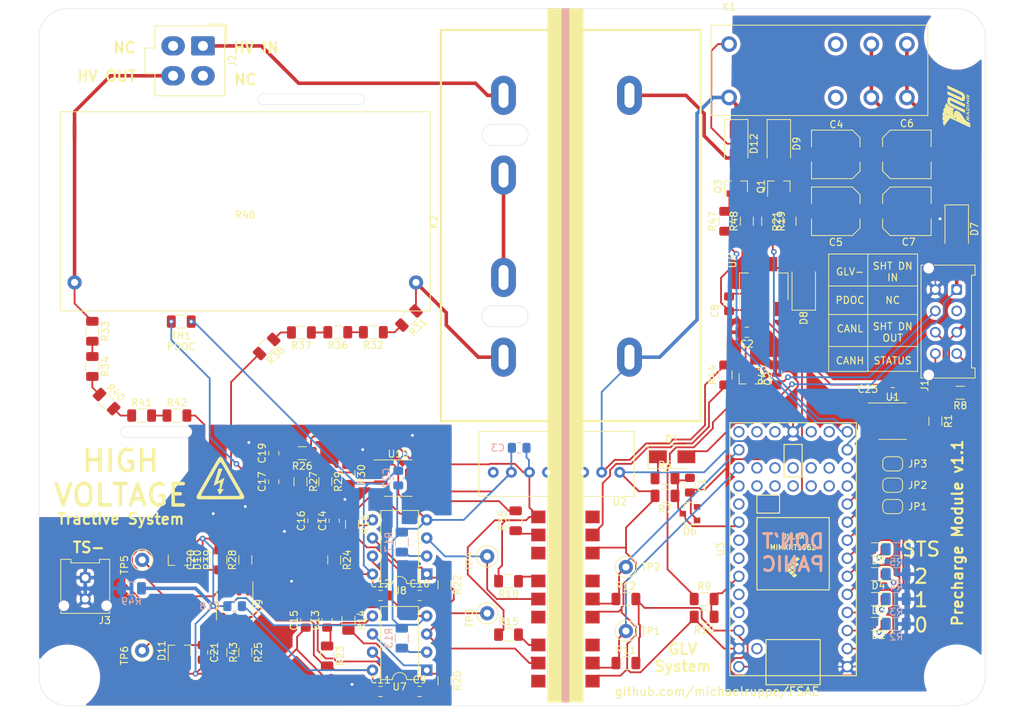
<source format=kicad_pcb>
(kicad_pcb (version 20241229) (generator "pcbnew") (generator_version "9.0")
  (layers (0 "F.Cu" signal) (2 "B.Cu" signal) (13 "F.Paste" user) (15 "B.Paste" user) (5 "F.SilkS" user "F.Silkscreen") (7 "B.SilkS" user "B.Silkscreen") (1 "F.Mask" user) (3 "B.Mask" user) (25 "Edge.Cuts" user))
  (net 0 "")
  (net 1 "+12V")
  (net 2 "+5V")
  (net 3 "/PRECH_STS")
  (net 4 "/SHTDN_OUT")
  (net 5 "Net-(K2-Pad4)")
  (net 6 "Net-(Q1-Pad1)")
  (net 7 "Net-(Q2-Pad1)")
  (net 8 "GLV-")
  (net 9 "GLV+")
  (net 10 "GNDS")
  (net 11 "+12P")
  (net 12 "Net-(C9-Pad2)")
  (net 13 "Net-(C9-Pad1)")
  (net 14 "Net-(C10-Pad2)")
  (net 15 "Net-(C10-Pad1)")
  (net 16 "Net-(C13-Pad1)")
  (net 17 "Net-(C14-Pad1)")
  (net 18 "Net-(C15-Pad1)")
  (net 19 "Net-(C16-Pad1)")
  (net 20 "Net-(C19-Pad1)")
  (net 21 "/PDOC_OK")
  (net 22 "/VinTS")
  (net 23 "/VinAccu")
  (net 24 "Net-(Q3-Pad1)")
  (net 25 "/Fts")
  (net 26 "/Faccu")
  (net 27 "/FoutTS")
  (net 28 "/FoutAccu")
  (net 29 "Net-(R25-Pad1)")
  (net 30 "Net-(R33-Pad2)")
  (net 31 "+3V3")
  (net 32 "/PWR_OK")
  (net 33 "Net-(C20-Pad1)")
  (net 34 "Net-(C21-Pad1)")
  (net 35 "Net-(D1-Pad1)")
  (net 36 "Net-(D3-Pad1)")
  (net 37 "Net-(D4-Pad1)")
  (net 38 "Net-(D5-Pad1)")
  (net 39 "Net-(D9-Pad2)")
  (net 40 "Net-(D12-Pad2)")
  (net 41 "Net-(J2-Pad1)")
  (net 42 "Net-(R13-Pad2)")
  (net 43 "Net-(R15-Pad2)")
  (net 44 "Net-(D2-Pad1)")
  (net 45 "Net-(R34-Pad2)")
  (net 46 "Net-(R36-Pad2)")
  (net 47 "Net-(D2-Pad2)")
  (net 48 "Net-(D3-Pad2)")
  (net 49 "Net-(D4-Pad2)")
  (net 50 "Net-(D5-Pad2)")
  (net 51 "Net-(C17-Pad2)")
  (net 52 "/CFG0")
  (net 53 "/CFG1")
  (net 54 "/CFG2")
  (net 55 "/CANL")
  (net 56 "/CANH")
  (net 57 "Net-(R10-Pad1)")
  (net 58 "Net-(R17-Pad2)")
  (net 59 "/SHTDN_CTRL")
  (net 60 "Net-(R28-Pad1)")
  (net 61 "Net-(R30-Pad1)")
  (net 62 "Net-(R31-Pad2)")
  (net 63 "Net-(R32-Pad2)")
  (net 64 "Net-(R35-Pad1)")
  (net 65 "Net-(R37-Pad2)")
  (net 66 "Net-(R40-Pad2)")
  (net 67 "Net-(R41-Pad2)")
  (net 68 "/PRECHG")
  (net 69 "/CANRX")
  (net 70 "/CANTX")
  (net 71 "/TS-")
  (net 72 "Net-(R18-Pad1)")
  (footprint "Capacitor_SMD:C_0805_2012Metric_Pad1.15x1.40mm_HandSolder" (layer "F.Cu") (at 167.5 96 180)
    (property "Reference" "C2")
    (property "Value" "100n")
  )
  (footprint "Capacitor_SMD:C_0805_2012Metric_Pad1.15x1.40mm_HandSolder" (layer "F.Cu") (at 165 92 -90)
    (property "Reference" "C8")
    (property "Value" "1u")
  )
  (footprint "Capacitor_SMD:C_0805_2012Metric_Pad1.15x1.40mm_HandSolder" (layer "F.Cu") (at 101 113 90)
    (property "Reference" "C19")
    (property "Value" "100n")
  )
  (footprint "Capacitor_SMD:C_0805_2012Metric_Pad1.15x1.40mm_HandSolder" (layer "F.Cu") (at 101 117 90)
    (property "Reference" "C17")
    (property "Value" "100n")
  )
  (footprint "Diode_SMD:D_SMA" (layer "F.Cu") (at 197 81.5 -90)
    (property "Reference" "D7")
    (property "Value" "D")
  )
  (footprint "Diode_SMD:D_SMA" (layer "F.Cu") (at 175.5 89.5 90)
    (property "Reference" "D8")
    (property "Value" "D")
  )
  (footprint "Diode_SMD:D_SMA" (layer "F.Cu") (at 166 69.5 -90)
    (property "Reference" "D12")
    (property "Value" "D")
  )
  (footprint "Precharge:OMRON-G2R-24" (layer "F.Cu") (at 165 63)
    (property "Reference" "K1")
    (property "Value" "OMRON-G2RL-24")
  )
  (footprint "Package_TO_SOT_SMD:SOT-23" (layer "F.Cu") (at 172 75.5 90)
    (property "Reference" "Q1")
    (property "Value" "2N7002")
  )
  (footprint "Package_TO_SOT_SMD:SOT-23" (layer "F.Cu") (at 166 75.5 90)
    (property "Reference" "Q3")
    (property "Value" "2N7002")
  )
  (footprint "Resistor_SMD:R_1206_3216Metric" (layer "F.Cu") (at 197.5 104.5 180)
    (property "Reference" "R8")
    (property "Value" "10k")
  )
  (footprint "Resistor_SMD:R_1206_3216Metric" (layer "F.Cu") (at 170.5 80.4 -90)
    (property "Reference" "R19")
    (property "Value" "220")
  )
  (footprint "Resistor_SMD:R_1206_3216Metric" (layer "F.Cu") (at 173.5 80.4 90)
    (property "Reference" "R21")
    (property "Value" "10k")
  )
  (footprint "Resistor_SMD:R_1206_3216Metric" (layer "F.Cu") (at 105 113 180)
    (property "Reference" "R26")
    (property "Value" "10k")
  )
  (footprint "Resistor_SMD:R_1206_3216Metric" (layer "F.Cu") (at 108.25 117 -90)
    (property "Reference" "R29")
    (property "Value" "10k")
  )
  (footprint "Resistor_SMD:R_1206_3216Metric" (layer "F.Cu") (at 164.5 80.4 90)
    (property "Reference" "R47")
    (property "Value" "220")
  )
  (footprint "Resistor_SMD:R_1206_3216Metric" (layer "F.Cu") (at 167.5 80.4 90)
    (property "Reference" "R48")
    (property "Value" "10k")
  )
  (footprint "Resistor_SMD:R_1206_3216Metric" (layer "F.Cu") (at 135 122.5 90)
    (property "Reference" "R35")
    (property "Value" "2k2")
  )
  (footprint "Package_TO_SOT_SMD:SOT-223-3_TabPin2" (layer "F.Cu") (at 169.874 89.582 90)
    (property "Reference" "U4")
    (property "Value" "LM1117-5.0")
  )
  (footprint "Precharge:G7L-2A-X-L" (layer "F.Cu") (at 151 99.5 90)
    (property "Reference" "K2")
    (property "Value" "G7L-2A-X-L")
  )
  (footprint "Diode_SMD:D_SMA" (layer "F.Cu") (at 172 69.5 -90)
    (property "Reference" "D9")
    (property "Value" "D")
  )
  (footprint "Capacitor_SMD:C_0805_2012Metric_Pad1.15x1.40mm_HandSolder" (layer "F.Cu") (at 159.5 117.5 -90)
    (property "Reference" "C1")
    (property "Value" "100n")
  )
  (footprint "Capacitor_SMD:C_0805_2012Metric_Pad1.15x1.40mm_HandSolder" (layer "F.Cu") (at 121.5 133)
    (property "Reference" "C10")
    (property "Value" "1u")
  )
  (footprint "Capacitor_SMD:C_0805_2012Metric_Pad1.15x1.40mm_HandSolder" (layer "F.Cu") (at 116 146.5)
    (property "Reference" "C11")
    (property "Value" "100n")
  )
  (footprint "Capacitor_SMD:C_0805_2012Metric_Pad1.15x1.40mm_HandSolder" (layer "F.Cu") (at 116 133)
    (property "Reference" "C12")
    (property "Value" "100n")
  )
  (footprint "Capacitor_SMD:C_0805_2012Metric_Pad1.15x1.40mm_HandSolder" (layer "F.Cu") (at 109.5 122.5 90)
    (property "Reference" "C14")
    (property "Value" "10n")
  )
  (footprint "Capacitor_SMD:C_0805_2012Metric_Pad1.15x1.40mm_HandSolder" (layer "F.Cu") (at 106.5 122.5 90)
    (property "Reference" "C16")
    (property "Value" "100n")
  )
  (footprint "Capacitor_SMD:C_0805_2012Metric_Pad1.15x1.40mm_HandSolder" (layer "F.Cu") (at 91 128 90)
    (property "Reference" "C20")
    (property "Value" "100n")
  )
  (footprint "Capacitor_SMD:C_0805_2012Metric_Pad1.15x1.40mm_HandSolder" (layer "F.Cu") (at 91 141 -90)
    (property "Reference" "C21")
    (property "Value" "100n")
  )
  (footprint "Capacitor_SMD:C_Elec_6.3x5.4" (layer "F.Cu") (at 180 79 180)
    (property "Reference" "C5")
    (property "Value" "220u")
  )
  (footprint "Capacitor_SMD:C_Elec_6.3x5.4" (layer "F.Cu") (at 190 79)
    (property "Reference" "C7")
    (property "Value" "220u")
  )
  (footprint "Diode_SMD:D_SMA" (layer "F.Cu") (at 157 113.5)
    (property "Reference" "D1")
    (property "Value" "D")
  )
  (footprint "Package_TO_SOT_SMD:SOT-23" (layer "F.Cu") (at 168 102.5 -90)
    (property "Reference" "Q2")
    (property "Value" "MMBT3906")
  )
  (footprint "Resistor_SMD:R_1206_3216Metric" (layer "F.Cu") (at 150.5 142.5)
    (property "Reference" "R11")
    (property "Value" "1k5")
  )
  (footprint "Resistor_SMD:R_1206_3216Metric" (layer "F.Cu") (at 150.5 133.5)
    (property "Reference" "R12")
    (property "Value" "1k5")
  )
  (footprint "Resistor_SMD:R_1206_3216Metric" (layer "F.Cu") (at 156 116.5)
    (property "Reference" "R6")
    (property "Value" "20k")
  )
  (footprint "Resistor_SMD:R_1206_3216Metric" (layer "F.Cu") (at 156 119 180)
    (property "Reference" "R7")
    (property "Value" "6k8")
  )
  (footprint "Resistor_SMD:R_1206_3216Metric" (layer "F.Cu") (at 111.5 116 -90)
    (property "Reference" "R30")
    (property "Value" "500k")
  )
  (footprint "Resistor_SMD:R_1206_3216Metric" (layer "F.Cu") (at 164.5 102 90)
    (property "Reference" "R44")
    (property "Value" "10k")
  )
  (footprint "Resistor_SMD:R_1206_3216Metric" (layer "F.Cu") (at 112 123 -90)
    (property "Reference" "R16")
    (property "Value" "47")
  )
  (footprint "Resistor_SMD:R_1206_3216Metric" (layer "F.Cu") (at 134 131 180)
    (property "Reference" "R18")
    (property "Value" "560")
  )
  (footprint "Resistor_SMD:R_1206_3216Metric" (layer "F.Cu") (at 109.5 128 -90)
    (property "Reference" "R24")
    (property "Value" "6k8")
  )
  (footprint "Resistor_SMD:R_1206_3216Metric" (layer "F.Cu") (at 97 141 -90)
    (property "Reference" "R25")
    (property "Value" "100k")
  )
  (footprint "Resistor_SMD:R_1206_3216Metric" (layer "F.Cu") (at 75.5 100.812 -90)
    (property "Reference" "R34")
    (property "Value" "510k")
  )
  (footprint "Resistor_SMD:R_1206_3216Metric" (layer "F.Cu") (at 77.5 105.75 -45)
    (property "Reference" "R40")
    (property "Value" "510k")
  )
  (footprint "Resistor_SMD:R_1206_3216Metric" (layer "F.Cu") (at 82.426 107.709)
    (property "Reference" "R41")
    (property "Value" "510k")
  )
  (footprint "Resistor_SMD:R_1206_3216Metric" (layer "F.Cu") (at 93.5 141 -90)
    (property "Reference" "R43")
    (property "Value" "39k")
  )
  (footprint "Resistor_SMD:R_1206_3216Metric" (layer "F.Cu") (at 171.5 102 90)
    (property "Reference" "R45")
    (property "Value" "10k")
  )
  (footprint "Precharge:SPAN02" (layer "F.Cu") (at 141 114.5 180)
    (property "Reference" "U2")
    (property "Value" "SPAN02A-12")
  )
  (footprint "Package_DIP:SMDIP-6_W7.62mm" (layer "F.Cu") (at 142 142.5)
    (property "Reference" "U5")
    (property "Value" "4N35")
  )
  (footprint "Package_DIP:SMDIP-6_W7.62mm" (layer "F.Cu") (at 142 133.5)
    (property "Reference" "U6")
    (property "Value" "4N35")
  )
  (footprint "Package_DIP:DIP-8_W7.62mm" (layer "F.Cu") (at 122.5 130 180)
    (property "Reference" "U8")
    (property "Value" "LM331")
  )
  (footprint "Package_DIP:SMDIP-6_W7.62mm" (layer "F.Cu") (at 142 124.5)
    (property "Reference" "U11")
    (property "Value" "4N35")
  )
  (footprint "Diode_SMD:D_SOT-23_ANK" (layer "F.Cu") (at 159.5 121.5 180)
    (property "Reference" "D6")
    (property "Value" "BZX84C3V3")
  )
  (footprint "Resistor_SMD:R_1206_3216Metric" (layer "F.Cu") (at 87.39 107.709)
    (property "Reference" "R42")
    (property "Value" "510k")
  )
  (footprint "Capacitor_SMD:C_Elec_6.3x5.4" (layer "F.Cu") (at 190 71)
    (property "Reference" "C6")
    (property "Value" "220u")
  )
  (footprint "LED_SMD:LED_0805_2012Metric_Castellated" (layer "F.Cu") (at 186 137 180)
    (property "Reference" "D2")
    (property "Value" "LED")
  )
  (footprint "LED_SMD:LED_0805_2012Metric_Castellated" (layer "F.Cu") (at 186 133.5 180)
    (property "Reference" "D3")
    (property "Value" "LED")
  )
  (footprint "LED_SMD:LED_0805_2012Metric_Castellated" (layer "F.Cu") (at 186 130 180)
    (property "Reference" "D4")
    (property "Value" "LED")
  )
  (footprint "LED_SMD:LED_0805_2012Metric_Castellated" (layer "F.Cu") (at 186 126.5 180)
    (property "Reference" "D5")
    (property "Value" "LED")
  )
  (footprint "Jumper:SolderJumper-2_P1.3mm_Open_RoundedPad1.0x1.5mm" (layer "F.Cu") (at 188 120.5)
    (property "Reference" "JP1")
    (property "Value" "SolderJumper_2_Open")
  )
  (footprint "Jumper:SolderJumper-2_P1.3mm_Open_RoundedPad1.0x1.5mm" (layer "F.Cu") (at 188 117.5)
    (property "Reference" "JP2")
    (property "Value" "SolderJumper_2_Open")
  )
  (footprint "Jumper:SolderJumper-2_P1.3mm_Open_RoundedPad1.0x1.5mm" (layer "F.Cu") (at 188 114.5)
    (property "Reference" "JP3")
    (property "Value" "SolderJumper_2_Open")
  )
  (footprint "Resistor_SMD:R_1206_3216Metric" (layer "F.Cu") (at 75.5 95.8621 -90)
    (property "Reference" "R33")
    (property "Value" "510k")
  )
  (footprint "Capacitor_SMD:C_Elec_6.3x5.4" (layer "F.Cu") (at 180 71 180)
    (property "Reference" "C4")
    (property "Value" "220u")
  )
  (footprint "TestPoint:TestPoint_Loop_D2.50mm_Drill1.0mm_LowProfile" (layer "F.Cu") (at 131 135.5 -90)
    (property "Reference" "TP3")
    (property "Value" "TestPoint")
  )
  (footprint "TestPoint:TestPoint_Loop_D2.50mm_Drill1.0mm_LowProfile" (layer "F.Cu") (at 131 127.5 -90)
    (property "Reference" "TP4")
    (property "Value" "TestPoint")
  )
  (footprint "TestPoint:TestPoint_Loop_D2.50mm_Drill1.0mm_LowProfile" (layer "F.Cu") (at 82.5 128 -90)
    (property "Reference" "TP5")
    (property "Value" "TestPoint")
  )
  (footprint "TestPoint:TestPoint_Loop_D2.50mm_Drill1.0mm_LowProfile" (layer "F.Cu") (at 82.5 140.75 -90)
    (property "Reference" "TP6")
    (property "Value" "TestPoint")
  )
  (footprint "Resistor_SMD:R_1206_3216Metric" (layer "F.Cu") (at 97 128 90)
    (property "Reference" "R28")
    (property "Value" "100k")
  )
  (footprint "Resistor_SMD:R_1206_3216Metric" (layer "F.Cu") (at 120 94 -135)
    (property "Reference" "R31")
    (property "Value" "510k")
  )
  (footprint "Resistor_SMD:R_1206_3216Metric" (layer "F.Cu") (at 104.886 96.031 180)
    (property "Reference" "R37")
    (property "Value" "510k")
  )
  (footprint "Resistor_SMD:R_1206_3216Metric" (layer "F.Cu") (at 110 96 180)
    (property "Reference" "R36")
    (property "Value" "510k")
  )
  (footprint "Resistor_SMD:R_1206_3216Metric" (layer "F.Cu") (at 115 96 180)
    (property "Reference" "R32")
    (property "Value" "510k")
  )
  (footprint "Resistor_SMD:R_1206_3216Metric" (layer "F.Cu") (at 93.5 128 90)
    (property "Reference" "R39")
    (property "Value" "39k")
  )
  (footprint "Package_SO:SOIC-8_3.9x4.9mm_P1.27mm" (layer "F.Cu") (at 95.5 134.5 -90)
    (property "Reference" "U9")
    (property "Value" "LM2904")
  )
  (footprint "teensy:Teensy40" (layer "F.Cu") (at 174 126.5 90)
    (property "Reference" "U3")
    (property "Value" "Teensy4.0")
  )
  (footprint "Resistor_SMD:R_1206_3216Metric" (layer "F.Cu") (at 108.5 141.5 -90)
    (property "Reference" "R23")
    (property "Value" "6k8")
  )
  (footprint "Resistor_SMD:R_1206_3216Metric" (layer "F.Cu") (at 111.5 136.5 -90)
    (property "Reference" "R14")
    (property "Value" "47")
  )
  (footprint "Capacitor_SMD:C_0805_2012Metric_Pad1.15x1.40mm_HandSolder" (layer "F.Cu") (at 108.5 136.5 90)
    (property "Reference" "C13")
    (property "Value" "10n")
  )
  (footprint "Capacitor_SMD:C_0805_2012Metric_Pad1.15x1.40mm_HandSolder" (layer "F.Cu") (at 121.5 146.5)
    (property "Reference" "C9")
    (property "Value" "1u")
  )
  (footprint "Package_DIP:DIP-8_W7.62mm" (layer "F.Cu") (at 122.5 143.5 180)
    (property "Reference" "U7")
    (property "Value" "LM331")
  )
  (footprint "Resistor_SMD:R_1206_3216Metric" (layer "F.Cu") (at 100 98 -135)
    (property "Reference" "R38")
    (property "Value" "510k")
  )
  (footprint "Package_SO:SOIC-8_3.9x4.9mm_P1.27mm" (layer "F.Cu") (at 118.5 116.5)
    (property "Reference" "U10")
    (property "Value" "LM393")
  )
  (footprint "Resistor_SMD:R_1206_3216Metric" (layer "F.Cu") (at 88 94.5)
    (property "Reference" "TH1")
    (property "Value" "TFPT1206L1002FM")
  )
  (footprint "Resistor_SMD:R_1206_3216Metric" (layer "F.Cu") (at 104.75 117 -90)
    (property "Reference" "R27")
    (property "Value" "10k")
  )
  (footprint "Precharge:Chassis_Resistor_TE_Connectivity_HSA25" (layer "F.Cu") (at 97 79)
    (property "Reference" "R46")
    (property "Value" "HSA25390RJ")
  )
  (footprint "Resistor_SMD:R_1206_3216Metric" (layer "F.Cu") (at 161.5 133.5)
    (property "Reference" "R9")
    (property "Value" "20k")
  )
  (footprint "Resistor_SMD:R_1206_3216Metric" (layer "F.Cu") (at 161.5 136 180)
    (property "Reference" "R10")
    (property "Value" "6k8")
  )
  (footprint "Mini-Fit-Jr-4.20mm-pitch:Molex-Mini-Fit-Jr-4-pin-P4.2mm-RowP4.2mm" (layer "F.Cu") (at 91.75 55.75 -90)
    (property "Reference" "J2")
    (property "Value" "Mini-Fit_Jr_5566-04A")
  )
  (footprint "Resistor_SMD:R_1206_3216Metric" (layer "F.Cu") (at 194 108.5 -90)
    (property "Reference" "R1")
    (property "Value" "160")
  )
  (footprint "Resistor_SMD:R_1206_3216Metric" (layer "F.Cu") (at 125 145 -90)
    (property "Reference" "R20")
    (property "Value" "100k")
  )
  (footprint "Resistor_SMD:R_1206_3216Metric" (layer "F.Cu") (at 125 131.5 -90)
    (property "Reference" "R22")
    (property "Value" "100k")
  )
  (footprint "TestPoint:TestPoint_Loop_D2.50mm_Drill1.0mm_LowProfile" (layer "F.Cu") (at 150.5 138)
    (property "Reference" "TP1")
    (property "Value" "TestPoint")
  )
  (footprint "TestPoint:TestPoint_Loop_D2.50mm_Drill1.0mm_LowProfile" (layer "F.Cu") (at 150.5 129)
    (property "Reference" "TP2")
    (property "Value" "TestPoint")
  )
  (footprint "Package_SO:SOIC-8_3.9x4.9mm_P1.27mm" (layer "F.Cu") (at 188 108.5)
    (property "Reference" "U1")
    (property "Value" "TJA1051T-3")
  )
  (footprint "Capacitor_SMD:C_0805_2012Metric_Pad1.15x1.40mm_HandSolder" (layer "F.Cu") (at 188 104.5)
    (property "Reference" "C23")
    (property "Value" "100n")
  )
  (footprint "Connector_Molex:Molex_Micro-Fit_3.0_43045-0812_2x04_P3.00mm_Vertical" (layer "F.Cu") (at 197 90 -90)
    (property "Reference" "J1")
    (property "Value" "MicroFit")
  )
  (footprint "Connector_Molex:Molex_Micro-Fit_3.0_43045-0212_2x01_P3.00mm_Vertical" (layer "F.Cu") (at 74.5 130.5)
    (property "Reference" "J3")
    (property "Value" "Micro-Fit 43045-0212")
  )
  (footprint "Capacitor_SMD:C_0805_2012Metric_Pad1.15x1.40mm_HandSolder" (layer "F.Cu") (at 105.5 136.5 90)
    (property "Reference" "C15")
    (property "Value" "100n")
  )
  (footprint "Diode_SMD:D_SOT-23_ANK" (layer "F.Cu") (at 87.75 128 -90)
    (property "Reference" "D10")
    (property "Value" "BZX84C12")
  )
  (footprint "Diode_SMD:D_SOT-23_ANK" (layer "F.Cu") (at 87.75 140.75 90)
    (property "Reference" "D11")
    (property "Value" "BZX84C12")
  )
  (footprint "MountingHole:MountingHole_3.2mm_M3" (layer "F.Cu") (at 197 144.5)
    (property "Reference" "MT2" (hide yes))
    (property "Value" "MountingHole_3.2mm_M3")
  )
  (footprint "MountingHole:MountingHole_3.2mm_M3" (layer "F.Cu") (at 72 54.5)
    (property "Reference" "MT6" (hide yes))
    (property "Value" "MountingHole_3.2mm_M3")
  )
  (footprint "MountingHole:MountingHole_3.2mm_M3" (layer "F.Cu") (at 117 54.5)
    (property "Reference" "MT4" (hide yes))
    (property "Value" "MountingHole_3.2mm_M3")
  )
  (footprint "MountingHole:MountingHole_3.2mm_M3" (layer "F.Cu") (at 132 144.5)
    (property "Reference" "MT3" (hide yes))
    (property "Value" "MountingHole_3.2mm_M3")
  )
  (footprint "Precharge:logo" (layer "F.Cu") (at 197 64.25 90)
    (property "Reference" "G***" (hide yes))
    (property "Value" "LOGO" (hide yes))
  )
  (footprint "Precharge:electric-shock-symbol" (layer "F.Cu") (at 93.5 116.5)
    (property "Reference" "G***" (hide yes))
    (property "Value" "LOGO" (hide yes))
  )
  (footprint "Resistor_SMD:R_1206_3216Metric" (layer "F.Cu") (at 134 138.5)
    (property "Reference" "R15")
    (property "Value" "560")
  )
  (footprint "MountingHole:MountingHole_3.2mm_M3" (layer "F.Cu") (at 72 144.5)
    (property "Reference" "MT1" (hide yes))
    (property "Value" "MountingHole_3.2mm_M3")
  )
  (footprint "MountingHole:MountingHole_3.2mm_M3" (layer "F.Cu") (at 197 54.5)
    (property "Reference" "MT5" (hide yes))
    (property "Value" "MountingHole_3.2mm_M3")
  )
  (footprint "Capacitor_SMD:C_0805_2012Metric_Pad1.15x1.40mm_HandSolder" (layer "B.Cu") (at 135.5 112.25)
    (property "Reference" "C3")
    (property "Value" "1u")
  )
  (footprint "Capacitor_SMD:C_0805_2012Metric_Pad1.15x1.40mm_HandSolder" (layer "B.Cu") (at 95.5 134.5 180)
    (property "Reference" "C18")
    (property "Value" "100n")
  )
  (footprint "Resistor_SMD:R_1206_3216Metric" (layer "B.Cu") (at 119 125.5 -90)
    (property "Reference" "R17")
    (property "Value" "12k")
  )
  (footprint "Capacitor_SMD:C_0805_2012Metric_Pad1.15x1.40mm_HandSolder" (layer "B.Cu") (at 118.5 116.5 -90)
    (property "Reference" "C22")
    (property "Value" "100n")
  )
  (footprint "Resistor_SMD:R_1206_3216Metric" (layer "B.Cu") (at 188.5 137)
    (property "Reference" "R2")
    (property "Value" "200")
  )
  (footprint "Resistor_SMD:R_1206_3216Metric" (layer "B.Cu") (at 188.5 133.5)
    (property "Reference" "R3")
    (property "Value" "200")
  )
  (footprint "Resistor_SMD:R_1206_3216Metric" (layer "B.Cu") (at 188.5 130)
    (property "Reference" "R4")
    (property "Value" "200")
  )
  (footprint "Resistor_SMD:R_1206_3216Metric" (layer "B.Cu") (at 188.5 126.5)
    (property "Reference" "R5")
    (property "Value" "200")
  )
  (footprint "Resistor_SMD:R_1206_3216Metric" (layer "B.Cu") (at 119 139 -90)
    (property "Reference" "R13")
    (property "Value" "12k")
  )
  (footprint "Resistor_SMD:R_1206_3216Metric" (layer "B.Cu") (at 81 132)
    (property "Reference" "R49")
    (property "Value" "0")
  )
  (gr_line (start 191.5 85) (end 191.5 101.5) (stroke (width 0.12)) (layer "F.SilkS"))
  (gr_poly (pts (xy 139.5 148) (xy 144.5 148) (xy 144.5 50.5) (xy 139.5 50.5)) (stroke (width 0.1)) (fill yes) (layer "F.SilkS"))
  (gr_line (start 179 98) (end 191.5 98) (stroke (width 0.12)) (layer "F.SilkS"))
  (gr_line (start 179 101.5) (end 179 85) (stroke (width 0.12)) (layer "F.SilkS"))
  (gr_line (start 179 85) (end 191.5 85) (stroke (width 0.12)) (layer "F.SilkS"))
  (gr_line (start 179 93.5) (end 191.5 93.5) (stroke (width 0.12)) (layer "F.SilkS"))
  (gr_line (start 191.5 89.5) (end 179 89.5) (stroke (width 0.12)) (layer "F.SilkS"))
  (gr_line (start 191.5 101.5) (end 179 101.5) (stroke (width 0.12)) (layer "F.SilkS"))
  (gr_line (start 184.5 85) (end 184.5 101.5) (stroke (width 0.12)) (layer "F.SilkS"))
  (gr_poly (pts (xy 141.5 148) (xy 142.5 148) (xy 142.5 50.5) (xy 141.5 50.5)) (stroke (width 0.1)) (fill yes) (layer "B.SilkS"))
  (gr_line (start 135.25 92.25) (end 131.75 92.25) (stroke (width 0.05)) (layer "Edge.Cuts"))
  (gr_line (start 131.75 95.25) (end 135.25 95.25) (stroke (width 0.05)) (layer "Edge.Cuts"))
  (gr_line (start 131.75 69.75) (end 135.25 69.75) (stroke (width 0.05)) (layer "Edge.Cuts"))
  (gr_line (start 135.25 66.75) (end 131.75 66.75) (stroke (width 0.05)) (layer "Edge.Cuts"))
  (gr_arc (start 135.25 66.75) (mid 136.75 68.25) (end 135.25 69.75) (stroke (width 0.05)) (layer "Edge.Cuts"))
  (gr_arc (start 131.75 69.75) (mid 130.25 68.25) (end 131.75 66.75) (stroke (width 0.05)) (layer "Edge.Cuts"))
  (gr_arc (start 113 62.5) (mid 113.75 63.25) (end 113 64) (stroke (width 0.05)) (layer "Edge.Cuts"))
  (gr_line (start 113 62.5) (end 99.5 62.5) (stroke (width 0.05)) (layer "Edge.Cuts"))
  (gr_line (start 113 64) (end 99.5 64) (stroke (width 0.05)) (layer "Edge.Cuts"))
  (gr_arc (start 99.5 64) (mid 98.75 63.25) (end 99.5 62.5) (stroke (width 0.05)) (layer "Edge.Cuts"))
  (gr_arc (start 201 144.5) (mid 199.828427 147.328427) (end 197 148.5) (stroke (width 0.05)) (layer "Edge.Cuts"))
  (gr_line (start 72 148.5) (end 197 148.5) (stroke (width 0.05)) (layer "Edge.Cuts"))
  (gr_arc (start 197 50.5) (mid 199.828427 51.671573) (end 201 54.5) (stroke (width 0.05)) (layer "Edge.Cuts"))
  (gr_line (start 88.75 109.25) (end 80.25 109.25) (stroke (width 0.05)) (layer "Edge.Cuts"))
  (gr_arc (start 131.75 95.25) (mid 130.25 93.75) (end 131.75 92.25) (stroke (width 0.05)) (layer "Edge.Cuts"))
  (gr_line (start 197 50.5) (end 72 50.5) (stroke (width 0.05)) (layer "Edge.Cuts"))
  (gr_line (start 88.75 110.75) (end 80.25 110.75) (stroke (width 0.05)) (layer "Edge.Cuts"))
  (gr_arc (start 72 148.5) (mid 69.171573 147.328427) (end 68 144.5) (stroke (width 0.05)) (layer "Edge.Cuts"))
  (gr_arc (start 88.75 109.25) (mid 89.5 110) (end 88.75 110.75) (stroke (width 0.05)) (layer "Edge.Cuts"))
  (gr_line (start 201 144.5) (end 201 54.5) (stroke (width 0.05)) (layer "Edge.Cuts"))
  (gr_arc (start 80.25 110.75) (mid 79.5 110) (end 80.25 109.25) (stroke (width 0.05)) (layer "Edge.Cuts"))
  (gr_line (start 68 54.5) (end 68 144.5) (stroke (width 0.05)) (layer "Edge.Cuts"))
  (gr_arc (start 68 54.5) (mid 69.171573 51.671573) (end 72 50.5) (stroke (width 0.05)) (layer "Edge.Cuts"))
  (gr_arc (start 135.25 92.25) (mid 136.75 93.75) (end 135.25 95.25) (stroke (width 0.05)) (layer "Edge.Cuts"))
  (gr_text "HV OUT" (at 77.5 60 0) (layer "F.SilkS") (effects (font (size 1.5 1.5) (thickness 0.3))))
  (gr_text "NC" (at 97 60.5 0) (layer "F.SilkS") (effects (font (size 1.5 1.5) (thickness 0.3))))
  (gr_text "NC" (at 80 56 0) (layer "F.SilkS") (effects (font (size 1.5 1.5) (thickness 0.3))))
  (gr_text "GLV-" (at 182 87.5 0) (layer "F.SilkS") (effects (font (size 1 1))))
  (gr_text "SHT DN\nOUT" (at 188 96 0) (layer "F.SilkS") (effects (font (size 1 1))))
  (gr_text "NC" (at 188 91.5 0) (layer "F.SilkS") (effects (font (size 1 1))))
  (gr_text "CANL" (at 182 95.5 0) (layer "F.SilkS") (effects (font (size 1 1))))
  (gr_text "PDOC" (at 182 91.5 0) (layer "F.SilkS") (effects (font (size 1 1))))
  (gr_text "TS-" (at 75 126.25 0) (layer "F.SilkS") (effects (font (size 1.5 1.5) (thickness 0.3))))
  (gr_text "Tractive System" (at 79.5 122.25 0) (layer "F.SilkS") (effects (font (size 1.5 1.5) (thickness 0.3))))
  (gr_text "GLV\nSystem" (at 158.5 141.75 0) (layer "F.SilkS") (effects (font (size 1.5 1.5) (thickness 0.3))))
  (gr_text "0" (at 192 137.168 0) (layer "F.SilkS") (effects (font (size 2 2) (thickness 0.3))))
  (gr_text "Precharge Module v1.1" (at 197.104 124.206 90) (layer "F.SilkS") (effects (font (size 1.5 1.5) (thickness 0.3))))
  (gr_text "github.com/michaelruppe/FSAE" (at 163.322 146.5 0) (layer "F.SilkS") (effects (font (size 1.2 1.2) (thickness 0.18))))
  (gr_text "HIGH\nVOLTAGE" (at 79.5 116.5 0) (layer "F.SilkS") (effects (font (size 3 3) (thickness 0.5))))
  (gr_text "STS" (at 192 126.5 0) (layer "F.SilkS") (effects (font (size 2 2) (thickness 0.3))))
  (gr_text "STATUS" (at 188 100 0) (layer "F.SilkS") (effects (font (size 1 1))))
  (gr_text "1" (at 192 133.612 0) (layer "F.SilkS") (effects (font (size 2 2) (thickness 0.3))))
  (gr_text "SHT DN\nIN" (at 188 87.5 0) (layer "F.SilkS") (effects (font (size 1 1))))
  (gr_text "PDOC" (at 88 98 0) (layer "F.SilkS") (effects (font (size 1 1))))
  (gr_text "2" (at 192 130.31 0) (layer "F.SilkS") (effects (font (size 2 2) (thickness 0.3))))
  (gr_text "HV IN" (at 98.5 56 0) (layer "F.SilkS") (effects (font (size 1.5 1.5) (thickness 0.3))))
  (gr_text "CANH" (at 182 100 0) (layer "F.SilkS") (effects (font (size 1 1))))
  (gr_text "DON'T\nPANIC" (at 174 127 0) (layer "B.SilkS") (effects (font (size 2 2) (thickness 0.4)) (justify mirror)))
  (segment (start 163.8103 101.2164) (end 163.8103 101.2195) (width 0.25) (layer "F.Cu") (net 1))
  (segment (start 166.65 101.1991) (end 166.775 101.1991) (width 0.25) (layer "F.Cu") (net 1))
  (segment (start 167.325 101.175) (end 167.05 101.5) (width 0.25) (layer "F.Cu") (net 1))
  (segment (start 147.1792 115.684) (end 147.096 115.684) (width 0.25) (layer "F.Cu") (net 1))
  (segment (start 165.5258 101.1991) (end 166.65 101.1991) (width 0.25) (layer "F.Cu") (net 1))
  (segment (start 175.5 91.5) (end 174.725 92.116) (width 0.25) (layer "F.Cu") (net 1))
  (segment (start 166.775 101.1991) (end 167.05 101.5) (width 0.25) (layer "F.Cu") (net 1))
  (segment (start 176.275 90.375) (end 175.5 91.5) (width 0.25) (layer "F.Cu") (net 1))
  (segment (start 185.25 81) (end 185 80.75) (width 0.5) (layer "F.Cu") (net 1))
  (segment (start 166 67.5) (end 166 64) (width 0.5) (layer "F.Cu") (net 1))
  (segment (start 185 80.75) (end 185 74.75) (width 0.5) (layer "F.Cu") (net 1))
  (segment (start 197 79.5) (end 197 79.75) (width 0.5) (layer "F.Cu") (net 1))
  (segment (start 159.6027 111.0747) (end 157.1182 111.0747) (width 0.25) (layer "F.Cu") (net 1))
  (segment (start 187.4625 79) (end 187.462 77.2125) (width 0.5) (layer "F.Cu") (net 1))
  (segment (start 164.5 100.6) (end 163.8103 101.2164) (width 0.25) (layer "F.Cu") (net 1))
  (segment (start 165.3664 101.0397) (end 165.5258 101.1991) (width 0.25) (layer "F.Cu") (net 1))
  (segment (start 148.9164 113.9468) (end 147.1792 115.684) (width 0.25) (layer "F.Cu") (net 1))
  (segment (start 153.3461 111.6248) (end 151.0241 113.9468) (width 0.25) (layer "F.Cu") (net 1))
  (segment (start 183.25 67.5) (end 172 67.5) (width 0.5) (layer "F.Cu") (net 1))
  (segment (start 168.1353 96.6945) (end 167.325 97.5048) (width 0.25) (layer "F.Cu") (net 1))
  (segment (start 174.6 92.116) (end 172.924 92.116) (width 0.25) (layer "F.Cu") (net 1))
  (segment (start 187.4625 71) (end 187.462 72.2875) (width 0.5) (layer "F.Cu") (net 1))
  (segment (start 161.6255 103.4043) (end 161.6255 109.0519) (width 0.25) (layer "F.Cu") (net 1))
  (segment (start 197 79.75) (end 195.75 81) (width 0.5) (layer "F.Cu") (net 1))
  (segment (start 172.924 92.116) (end 172.799 92.116) (width 0.25) (layer "F.Cu") (net 1))
  (segment (start 187.462 77.2125) (end 185 74.75) (width 0.5) (layer "F.Cu") (net 1))
  (segment (start 161.6255 109.0519) (end 159.6027 111.0747) (width 0.25) (layer "F.Cu") (net 1))
  (segment (start 182.538 72.2875) (end 185 74.75) (width 0.5) (layer "F.Cu") (net 1))
  (segment (start 185 74.75) (end 185 69.25) (width 0.5) (layer "F.Cu") (net 1))
  (segment (start 185.25 81) (end 176.275 89.975) (width 0.25) (layer "F.Cu") (net 1))
  (segment (start 182.538 77.2125) (end 185 74.75) (width 0.5) (layer "F.Cu") (net 1))
  (segment (start 176.275 89.975) (end 176.275 90.25) (width 0.25) (layer "F.Cu") (net 1))
  (segment (start 176.275 90.25) (end 176.275 90.375) (width 0.25) (layer "F.Cu") (net 1))
  (segment (start 163.8103 101.2195) (end 161.6255 103.4043) (width 0.25) (layer "F.Cu") (net 1))
  (segment (start 174.725 92.116) (end 174.6 92.116) (width 0.25) (layer "F.Cu") (net 1))
  (segment (start 172.799 92.116) (end 172.174 92.732) (width 0.25) (layer "F.Cu") (net 1))
  (segment (start 151.0241 113.9468) (end 148.9164 113.9468) (width 0.25) (layer "F.Cu") (net 1))
  (segment (start 156.5681 111.6248) (end 153.3461 111.6248) (width 0.25) (layer "F.Cu") (net 1))
  (segment (start 166 64) (end 165 63) (width 0.5) (layer "F.Cu") (net 1))
  (segment (start 168.1353 96.6914) (end 168.1353 96.6945) (width 0.25) (layer "F.Cu") (net 1))
  (segment (start 167.325 97.5048) (end 167.325 101.05) (width 0.25) (layer "F.Cu") (net 1))
  (segment (start 187.462 72.2875) (end 185 74.75) (width 0.5) (layer "F.Cu") (net 1))
  (segment (start 185 69.25) (end 183.25 67.5) (width 0.5) (layer "F.Cu") (net 1))
  (segment (start 185 74.3625) (end 185 74.75) (width 0.5) (layer "F.Cu") (net 1))
  (segment (start 172 67.5) (end 166 67.5) (width 0.5) (layer "F.Cu") (net 1))
  (segment (start 182.5375 71) (end 182.538 72.2875) (width 0.5) (layer "F.Cu") (net 1))
  (segment (start 182.5375 79) (end 182.538 77.2125) (width 0.5) (layer "F.Cu") (net 1))
  (segment (start 185.0379 81.2121) (end 185.2935 81.1171) (width 0.25) (layer "F.Cu") (net 1))
  (segment (start 185.0379 81.2121) (end 185.1329 80.9565) (width 0.25) (layer "F.Cu") (net 1))
  (segment (start 164.5 100.6) (end 165.3664 101.0397) (width 0.25) (layer "F.Cu") (net 1))
  (segment (start 167.325 101.05) (end 167.325 101.175) (width 0.25) (layer "F.Cu") (net 1))
  (segment (start 195.75 81) (end 185.25 81) (width 0.5) (layer "F.Cu") (net 1))
  (segment (start 168.525 96) (end 168.1353 96.6914) (width 0.25) (layer "F.Cu") (net 1))
  (segment (start 157.1182 111.0747) (end 156.5681 111.6248) (width 0.25) (layer "F.Cu") (net 1))
  (segment (start 162.75 63) (end 160.5 65.25) (width 0.5) (layer "B.Cu") (net 1))
  (segment (start 160.5 65.25) (end 160.5 94.25) (width 0.5) (layer "B.Cu") (net 1))
  (segment (start 147.096 115.684) (end 147.096 104.404) (width 0.25) (layer "B.Cu") (net 1))
  (segment (start 155.25 99.5) (end 151 99.5) (width 0.5) (layer "B.Cu") (net 1))
  (segment (start 160.5 94.25) (end 155.25 99.5) (width 0.5) (layer "B.Cu") (net 1))
  (segment (start 165 63) (end 162.75 63) (width 0.5) (layer "B.Cu") (net 1))
  (segment (start 151 100.5) (end 151 99.5) (width 0.25) (layer "B.Cu") (net 1))
  (segment (start 147.096 104.404) (end 151 100.5) (width 0.25) (layer "B.Cu") (net 1))
  (segment (start 174.725 86.966) (end 174.6 86.966) (width 0.25) (layer "F.Cu") (net 2))
  (segment (start 175.3043 99.3578) (end 179.3204 103.3739) (width 0.25) (layer "F.Cu") (net 2))
  (segment (start 168.099 87.4838) (end 167.4964 88.0864) (width 0.25) (layer "F.Cu") (net 2))
  (segment (start 171.774 86.966) (end 171.649 86.966) (width 0.25) (layer "F.Cu") (net 2))
  (segment (start 187.9659 103.7931) (end 188.6229 103.7931) (width 0.25) (layer "F.Cu") (net 2))
  (segment (start 167.4964 88.0864) (end 167.4964 90.0368) (width 0.25) (layer "F.Cu") (net 2))
  (segment (start 175.25 99.3578) (end 175.3043 99.3578) (width 0.25) (layer "F.Cu") (net 2))
  (segment (start 169.249 91.857) (end 169.874 92.732) (width 0.25) (layer "F.Cu") (net 2))
  (segment (start 165 90.975) (end 165.6914 90.5853) (width 0.25) (layer "F.Cu") (net 2))
  (segment (start 187.5253 103.3834) (end 187.5408 103.3834) (width 0.25) (layer "F.Cu") (net 2))
  (segment (start 174.6 86.966) (end 171.774 86.966) (width 0.25) (layer "F.Cu") (net 2))
  (segment (start 189.025 104.5) (end 188.402 105.123) (width 0.25) (layer "F.Cu") (net 2))
  (segment (start 187.4979 103.3758) (end 187.4999 103.3778) (width 0.25) (layer "F.Cu") (net 2))
  (segment (start 169.249 91.6802) (end 169.249 91.732) (width 0.25) (layer "F.Cu") (net 2))
  (segment (start 171.649 86.966) (end 169.874 86.432) (width 0.25) (layer "F.Cu") (net 2))
  (segment (start 166.9479 90.5853) (end 167.4964 90.0368) (width 0.25) (layer "F.Cu") (net 2))
  (segment (start 168.099 87.432) (end 168.099 87.4838) (width 0.25) (layer "F.Cu") (net 2))
  (segment (start 188.402 108.348) (end 187.615 109.135) (width 0.25) (layer "F.Cu") (net 2))
  (segment (start 179.3204 103.3739) (end 187.4761 103.3739) (width 0.25) (layer "F.Cu") (net 2))
  (segment (start 187.5197 103.3778) (end 187.5253 103.3834) (width 0.25) (layer "F.Cu") (net 2))
  (segment (start 169.874 92.732) (end 169.874 93.982) (width 0.25) (layer "F.Cu") (net 2))
  (segment (start 169.1758 91.607) (end 169.249 91.6802) (width 0.25) (layer "F.Cu") (net 2))
  (segment (start 188.6353 103.8055) (end 188.6353 103.8085) (width 0.25) (layer "F.Cu") (net 2))
  (segment (start 187.5465 103.3891) (end 187.5619 103.3891) (width 0.25) (layer "F.Cu") (net 2))
  (segment (start 187.5619 103.3891) (end 187.9659 103.7931) (width 0.25) (layer "F.Cu") (net 2))
  (segment (start 187.615 109.135) (end 185.525 109.135) (width 0.25) (layer "F.Cu") (net 2))
  (segment (start 168.099 87.307) (end 168.099 87.432) (width 0.25) (layer "F.Cu") (net 2))
  (segment (start 169.0666 91.607) (end 169.1758 91.607) (width 0.25) (layer "F.Cu") (net 2))
  (segment (start 187.5408 103.3834) (end 187.5465 103.3891) (width 0.25) (layer "F.Cu") (net 2))
  (segment (start 187.4999 103.3778) (end 187.5197 103.3778) (width 0.25) (layer "F.Cu") (net 2))
  (segment (start 170.74 143.01) (end 166.38 143.01) (width 0.25) (layer "F.Cu") (net 2))
  (segment (start 175.5 87.5) (end 174.725 86.966) (width 0.25) (layer "F.Cu") (net 2))
  (segment (start 188.402 105.123) (end 188.402 108.348) (width 0.25) (layer "F.Cu") (net 2))
  (segment (start 187.478 103.3758) (end 187.4979 103.3758) (width 0.25) (layer "F.Cu") (net 2))
  (segment (start 188.6353 103.8085) (end 189.025 104.5) (width 0.25) (layer "F.Cu") (net 2))
  (segment (start 187.4761 103.3739) (end 187.478 103.3758) (width 0.25) (layer "F.Cu") (net 2))
  (segment (start 169.874 93.982) (end 175.25 99.3578) (width 0.25) (layer "F.Cu") (net 2))
  (segment (start 169.249 91.732) (end 169.249 91.857) (width 0.25) (layer "F.Cu") (net 2))
  (segment (start 165.6914 90.5853) (end 166.9479 90.5853) (width 0.25) (layer "F.Cu") (net 2))
  (segment (start 169.874 86.432) (end 168.099 87.307) (width 0.25) (layer "F.Cu") (net 2))
  (segment (start 175.25 138.5) (end 170.74 143.01) (width 0.25) (layer "F.Cu") (net 2))
  (segment (start 188.6229 103.7931) (end 188.6353 103.8055) (width 0.25) (layer "F.Cu") (net 2))
  (segment (start 167.4964 90.0368) (end 169.0666 91.607) (width 0.25) (layer "F.Cu") (net 2))
  (segment (start 175.25 99.3578) (end 175.25 138.5) (width 0.25) (layer "F.Cu") (net 2))
  (segment (start 198.9 100.9) (end 197 99) (width 0.25) (layer "F.Cu") (net 3))
  (segment (start 198.9 104.5) (end 198.9 100.9) (width 0.25) (layer "F.Cu") (net 3))
  (segment (start 196.1 103.525) (end 195.925 103.35) (width 0.25) (layer "F.Cu") (net 4))
  (segment (start 196.1 104.5) (end 196.1 103.525) (width 0.25) (layer "F.Cu") (net 4))
  (segment (start 191.1 64.1) (end 190 63) (width 0.5) (layer "F.Cu") (net 4))
  (segment (start 191.85 64.1) (end 191.1 64.1) (width 0.5) (layer "F.Cu") (net 4))
  (segment (start 199.75 93.25) (end 199.75 72) (width 0.5) (layer "F.Cu") (net 4))
  (segment (start 197 96) (end 199.75 93.25) (width 0.5) (layer "F.Cu") (net 4))
  (segment (start 195.925 97.075) (end 197 96) (width 0.25) (layer "F.Cu") (net 4))
  (segment (start 199.75 72) (end 191.85 64.1) (width 0.5) (layer "F.Cu") (net 4))
  (segment (start 195.925 103.35) (end 195.925 97.075) (width 0.25) (layer "F.Cu") (net 4))
  (segment (start 190 55.5) (end 190 63) (width 0.5) (layer "F.Cu") (net 4))
  (segment (start 133.3 88.3) (end 133.3 73.9) (width 0.5) (layer "F.Cu") (net 5))
  (segment (start 170.5 79) (end 171.3017 79.5517) (width 0.25) (layer "F.Cu") (net 6))
  (segment (start 171.1468 76.825) (end 171.1468 76.95) (width 0.25) (layer "F.Cu") (net 6))
  (segment (start 171.3081 79.7967) (end 172.7316 81.2202) (width 0.25) (layer "F.Cu") (net 6))
  (segment (start 172.7316 81.2202) (end 173.5 81.8) (width 0.25) (layer "F.Cu") (net 6))
  (segment (start 171.3017 79.5517) (end 171.3017 79.5518) (width 0.25) (layer "F.Cu") (net 6))
  (segment (start 171.3017 79.5518) (end 171.3081 79.5582) (width 0.25) (layer "F.Cu") (net 6))
  (segment (start 171.3081 79.5582) (end 171.3081 79.7967) (width 0.25) (layer "F.Cu") (net 6))
  (segment (start 171.05 76.5) (end 171.1468 76.825) (width 0.25) (layer "F.Cu") (net 6))
  (segment (start 171.1468 76.95) (end 171.1468 78.3759) (width 0.25) (layer "F.Cu") (net 6))
  (segment (start 171.1468 78.3759) (end 170.5 79) (width 0.25) (layer "F.Cu") (net 6))
  (segment (start 168.675 101.825) (end 168.55 101.825) (width 0.25) (layer "F.Cu") (net 7))
  (segment (start 167.0885 102.9603) (end 165.3664 102.9603) (width 0.25) (layer "F.Cu") (net 7))
  (segment (start 145.81 124.5) (end 146.685 123.735) (width 0.25) (layer "F.Cu") (net 7))
  (segment (start 168.95 101.5) (end 168.675 101.825) (width 0.25) (layer "F.Cu") (net 7))
  (segment (start 147.2351 117.2237) (end 148.2831 116.1757) (width 0.25) (layer "F.Cu") (net 7))
  (segment (start 148.2831 116.1757) (end 148.2831 115.3581) (width 0.25) (layer "F.Cu") (net 7))
  (segment (start 147.2351 123.0261) (end 147.2351 117.2237) (width 0.25) (layer "F.Cu") (net 7))
  (segment (start 149.1443 114.4969) (end 151.2519 114.4969) (width 0.25) (layer "F.Cu") (net 7))
  (segment (start 146.685 123.5582) (end 146.7582 123.485) (width 0.25) (layer "F.Cu") (net 7))
  (segment (start 162.1756 109.2797) (end 162.1756 105.9022) (width 0.25) (layer "F.Cu") (net 7))
  (segment (start 151.2519 114.4969) (end 153.5739 112.1749) (width 0.25) (layer "F.Cu") (net 7))
  (segment (start 168.4982 101.825) (end 167.6983 102.6249) (width 0.25) (layer "F.Cu") (net 7))
  (segment (start 157.3461 111.6248) (end 159.8305 111.6248) (width 0.25) (layer "F.Cu") (net 7))
  (segment (start 153.5739 112.1749) (end 156.796 112.1749) (width 0.25) (layer "F.Cu") (net 7))
  (segment (start 146.685 123.735) (end 146.685 123.61) (width 0.25) (layer "F.Cu") (net 7))
  (segment (start 148.2831 115.3581) (end 149.1443 114.4969) (width 0.25) (layer "F.Cu") (net 7))
  (segment (start 165.3664 102.9603) (end 164.5 103.4) (width 0.25) (layer "F.Cu") (net 7))
  (segment (start 159.8305 111.6248) (end 162.1756 109.2797) (width 0.25) (layer "F.Cu") (net 7))
  (segment (start 146.7762 123.485) (end 147.2351 123.0261) (width 0.25) (layer "F.Cu") (net 7))
  (segment (start 167.4239 102.6249) (end 167.0885 102.9603) (width 0.25) (layer "F.Cu") (net 7))
  (segment (start 164 104.0778) (end 164 103.901) (width 0.25) (layer "F.Cu") (net 7))
  (segment (start 167.6983 102.6249) (end 167.4239 102.6249) (width 0.25) (layer "F.Cu") (net 7))
  (segment (start 162.1756 105.9022) (end 164 104.0778) (width 0.25) (layer "F.Cu") (net 7))
  (segment (start 156.796 112.1749) (end 157.3461 111.6248) (width 0.25) (layer "F.Cu") (net 7))
  (segment (start 168.55 101.825) (end 168.4982 101.825) (width 0.25) (layer "F.Cu") (net 7))
  (segment (start 146.7582 123.485) (end 146.7762 123.485) (width 0.25) (layer "F.Cu") (net 7))
  (segment (start 146.685 123.61) (end 146.685 123.5582) (width 0.25) (layer "F.Cu") (net 7))
  (segment (start 164 103.901) (end 164.5 103.4) (width 0.25) (layer "F.Cu") (net 7))
  (segment (start 169.4924 95.259) (end 169.4924 95.2484) (width 0.25) (layer "F.Cu") (net 8))
  (segment (start 152.5536 143.8011) (end 151.1406 143.8011) (width 0.25) (layer "F.Cu") (net 8))
  (segment (start 150.6782 139.8372) (end 151.9251 138.5903) (width 0.25) (layer "F.Cu") (net 8))
  (segment (start 172.95 76.5) (end 172.8532 76.825) (width 0.25) (layer "F.Cu") (net 8))
  (segment (start 167.225 76.175) (end 167.35 76.175) (width 0.25) (layer "F.Cu") (net 8))
  (segment (start 184.2133 109.4475) (end 184.2133 109.5155) (width 0.25) (layer "F.Cu") (net 8))
  (segment (start 188.6255 119.7512) (end 188.6255 118.2488) (width 0.25) (layer "F.Cu") (net 8))
  (segment (start 190.0261 105.1261) (end 190.0241 105.1281) (width 0.25) (layer "F.Cu") (net 8))
  (segment (start 174 104.3221) (end 174 109.99) (width 0.25) (layer "F.Cu") (net 8))
  (segment (start 149.636 115.684) (end 152.3052 118.3532) (width 0.25) (layer "F.Cu") (net 8))
  (segment (start 190.0261 104.4739) (end 190.0261 106.1461) (width 0.25) (layer "F.Cu") (net 8))
  (segment (start 173.6249 101.4984) (end 174.1082 101.9817) (width 0.25) (layer "F.Cu") (net 8))
  (segment (start 185.525 107.865) (end 184.6139 108.1378) (width 0.25) (layer "F.Cu") (net 8))
  (segment (start 166.8218 95.3009) (end 166.8218 93.911) (width 0.25) (layer "F.Cu") (net 8))
  (segment (start 168.449 94.1943) (end 168.449 93.6802) (width 0.25) (layer "F.Cu") (net 8))
  (segment (start 188.65 114.5) (end 188.5529 113.7619) (width 0.25) (layer "F.Cu") (net 8))
  (segment (start 150.1174 134.4054) (end 150.1359 134.3869) (width 0.25) (layer "F.Cu") (net 8))
  (segment (start 188.0511 132.4179) (end 188.0511 137.5761) (width 0.25) (layer "F.Cu") (net 8))
  (segment (start 150.1491 134.3031) (end 150.1511 134.3011) (width 0.25) (layer "F.Cu") (net 8))
  (segment (start 184.2134 108.8163) (end 184.2134 108.8204) (width 0.25) (layer "F.Cu") (net 8))
  (segment (start 192.5375 79) (end 194.1547 79.6934) (width 0.25) (layer "F.Cu") (net 8))
  (segment (start 188.8593 108.6686) (end 188.8593 108.6687) (width 0.25) (layer "F.Cu") (net 8))
  (segment (start 168.7674 82.4659) (end 168.7674 82.4766) (width 0.25) (layer "F.Cu") (net 8))
  (segment (start 150.1511 134.3011) (end 150.1511 131.3643) (width 0.25) (layer "F.Cu") (net 8))
  (segment (start 172.675 75.9982) (end 172.675 76.05) (width 0.25) (layer "F.Cu") (net 8))
  (segment (start 188.65 120.5) (end 188.9572 121.125) (width 0.25) (layer "F.Cu") (net 8))
  (segment (start 168.7766 82.4567) (end 168.7674 82.4659) (width 0.25) (layer "F.Cu") (net 8))
  (segment (start 166.95 78.45) (end 167.5 79) (width 0.25) (layer "F.Cu") (net 8))
  (segment (start 188.6255 118.2488) (end 188.65 117.5) (width 0.25) (layer "F.Cu") (net 8))
  (segment (start 169.5109 95.3036) (end 169.5109 95.2881) (width 0.25) (layer "F.Cu") (net 8))
  (segment (start 184.2312 108.7286) (end 184.2312 108.7379) (width 0.25) (layer "F.Cu") (net 8))
  (segment (start 189.9798 105.2642) (end 189.9798 105.2695) (width 0.25) (layer "F.Cu") (net 8))
  (segment (start 150.6782 143.3387) (end 150.6782 139.8372) (width 0.25) (layer "F.Cu") (net 8))
  (segment (start 190.0261 106.1461) (end 190.475 106.595) (width 0.25) (layer "F.Cu") (net 8))
  (segment (start 172.7097 101.4984) (end 173.6249 101.4984) (width 0.25) (layer "F.Cu") (net 8))
  (segment (start 190.0165 105.1908) (end 190.0109 105.1964) (width 0.25) (layer "F.Cu") (net 8))
  (segment (start 166.949 92.8785) (end 166.824 92.8785) (width 0.25) (layer "F.Cu") (net 8))
  (segment (start 151.9251 138.5903) (end 151.9251 137.4097) (width 0.25) (layer "F.Cu") (net 8))
  (segment (start 169.5016 95.2788) (end 169.5016 95.2682) (width 0.25) (layer "F.Cu") (net 8))
  (segment (start 194 90) (end 190.0261 93.9739) (width 0.25) (layer "F.Cu") (net 8))
  (segment (start 169.5165 95.3092) (end 169.5109 95.3036) (width 0.25) (layer "F.Cu") (net 8))
  (segment (start 169.5241 95.3521) (end 169.5222 95.3502) (width 0.25) (layer "F.Cu") (net 8))
  (segment (start 184.2151 108.8146) (end 184.2134 108.8163) (width 0.25) (layer "F.Cu") (net 8))
  (segment (start 168.7548 82.4945) (end 168.7423 82.507) (width 0.25) (layer "F.Cu") (net 8))
  (segment (start 168.7972 82.3748) (end 168.7972 82.3947) (width 0.25) (layer "F.Cu") (net 8))
  (segment (start 168.324 93.607) (end 168.199 93.607) (width 0.25) (layer "F.Cu") (net 8))
  (segment (start 190.0241 105.1479) (end 190.0222 105.1498) (width 0.25) (layer "F.Cu") (net 8))
  (segment (start 169.4673 95.218) (end 169.4673 95.2126) (width 0.25) (layer "F.Cu") (net 8))
  (segment (start 168.199 93.607) (end 167.574 92.732) (width 0.25) (layer "F.Cu") (net 8))
  (segment (start 168.7766 81.1432) (end 168.7766 81.1538) (width 0.25) (layer "F.Cu") (net 8))
  (segment (start 171.6261 75.6249) (end 171.9262 75.925) (width 0.25) (layer "F.Cu") (net 8))
  (segment (start 146.685 126.275) (end 146.81 126.275) (width 0.25) (layer "F.Cu") (net 8))
  (segment (start 186.6261 109.77) (end 186.6345 109.7784) (width 0.25) (layer "F.Cu") (net 8))
  (segment (start 159.5 118.525) (end 160.1914 118.1353) (width 0.25) (layer "F.Cu") (net 8))
  (segment (start 184.2368 109.5488) (end 184.458 109.77) (width 0.25) (layer "F.Cu") (net 8))
  (segment (start 145.81 145.04) (end 146.685 144.275) (width 0.25) (layer "F.Cu") (net 8))
  (segment (start 188.65 117.5) (end 188.6255 116.7512) (width 0.25) (layer "F.Cu") (net 8))
  (segment (start 172.675 76.05) (end 172.675 76.175) (width 0.25) (layer "F.Cu") (net 8))
  (segment (start 151.1406 143.8011) (end 150.6782 143.3387) (width 0.25) (layer "F.Cu") (net 8))
  (segment (start 168.7423 81.0876) (end 168.7423 81.093) (width 0.25) (layer "F.Cu") (net 8))
  (segment (start 190.0016 105.2212) (end 190.0016 105.2317) (width 0.25) (layer "F.Cu") (net 8))
  (segment (start 168.7915 82.4158) (end 168.7859 82.4214) (width 0.25) (layer "F.Cu") (net 8))
  (segment (start 164.4853 92.4555) (end 164.4853 92.4585) (width 0.25) (layer "F.Cu") (net 8))
  (segment (start 184.458 109.77) (end 186.6261 109.77) (width 0.25) (layer "F.Cu") (net 8))
  (segment (start 169.5016 95.2682) (end 169.4924 95.259) (width 0.25) (layer "F.Cu") (net 8))
  (segment (start 182.7197 143.01) (end 181.62 143.01) (width 0.25) (layer "F.Cu") (net 8))
  (segment (start 166.949 93.732) (end 166.949 93.607) (width 0.25) (layer "F.Cu") (net 8))
  (segment (start 168.7859 81.1786) (end 168.7915 81.1842) (width 0.25) (layer "F.Cu") (net 8))
  (segment (start 169.5222 95.3303) (end 169.5165 95.3246) (width 0.25) (layer "F.Cu") (net 8))
  (segment (start 168.7972 81.2252) (end 168.7991 81.2271) (width 0.25) (layer "F.Cu") (net 8))
  (segment (start 160.175 122.175) (end 160.5 122.45) (width 0.25) (layer "F.Cu") (net 8))
  (segment (start 175.924 78.6032) (end 174.374 78.6032) (width 0.25) (layer "F.Cu") (net 8))
  (segment (start 184.2151 108.7969) (end 184.2151 108.8146) (width 0.25) (layer "F.Cu") (net 8))
  (segment (start 186.975 105.725) (end 186.975 104.5) (width 0.25) (layer "F.Cu") (net 8))
  (segment (start 172.8532 76.95) (end 172.8532 78.3759) (width 0.25) (layer "F.Cu") (net 8))
  (segment (start 168.7674 81.1234) (end 168.7674 81.134) (width 0.25) (layer "F.Cu") (net 8))
  (segment (start 168.1897 80.535) (end 168.7423 81.0876) (width 0.25) (layer "F.Cu") (net 8))
  (segment (start 170.4739 75.6249) (end 171.6261 75.6249) (width 0.25) (layer "F.Cu") (net 8))
  (segment (start 188.6255 116.7512) (end 188.6255 115.2488) (width 0.25) (layer "F.Cu") (net 8))
  (segment (start 186.6345 109.7784) (end 186.6676 109.7784) (width 0.25) (layer "F.Cu") (net 8))
  (segment (start 146.685 144.275) (end 146.81 144.275) (width 0.25) (layer "F.Cu") (net 8))
  (segment (start 169.4798 95.2305) (end 169.4673 95.218) (width 0.25) (layer "F.Cu") (net 8))
  (segment (start 187.9923 137.732) (end 187.9923 137.7374) (width 0.25) (layer "F.Cu") (net 8))
  (segment (start 160.1914 118.1353) (end 161.5821 118.1353) (width 0.25) (layer "F.Cu") (net 8))
  (segment (start 190.0222 105.1498) (end 190.0222 105.1697) (width 0.25) (layer "F.Cu") (net 8))
  (segment (start 186.6676 109.7784) (end 186.9148 110.0256) (width 0.25) (layer "F.Cu") (net 8))
  (segment (start 150.0923 134.457) (end 150.1048 134.4445) (width 0.25) (layer "F.Cu") (net 8))
  (segment (start 166.475 96) (end 166.8218 95.3009) (width 0.25) (layer "F.Cu") (net 8))
  (segment (start 160.1 136) (end 160.6517 136.8017) (width 0.25) (layer "F.Cu") (net 8))
  (segment (start 171.5 100.6) (end 170.8103 99.9835) (width 0.25) (layer "F.Cu") (net 8))
  (segment (start 165.8725 113.8449) (end 170.1451 113.8449) (width 0.25) (layer "F.Cu") (net 8))
  (segment (start 150.5201 123.4507) (end 150.5201 126.2377) (width 0.25) (layer "F.Cu") (net 8))
  (segment (start 168.7423 82.507) (end 168.7423 82.5124) (width 0.25) (layer "F.Cu") (net 8))
  (segment (start 146.81 126.275) (end 150.4828 126.275) (width 0.25) (layer "F.Cu") (net 8))
  (segment (start 187.5217 112.7204) (end 187.5217 110.0256) (width 0.25) (layer "F.Cu") (net 8))
  (segment (start 145.81 127.04) (end 146.685 126.275) (width 0.25) (layer "F.Cu") (net 8))
  (segment (start 190.0109 105.2119) (end 190.0016 105.2212) (width 0.25) (layer "F.Cu") (net 8))
  (segment (start 150.1359 134.3869) (end 150.1359 134.3714) (width 0.25) (layer "F.Cu") (net 8))
  (segment (start 168.7423 82.5124) (end 166.8748 84.3799) (width 0.25) (layer "F.Cu") (net 8))
  (segment (start 168.7548 81.1055) (end 168.7548 81.1108) (width 0.25) (layer "F.Cu") (net 8))
  (segment (start 168.7991 81.2271) (end 168.7991 81.2469) (width 0.25) (layer "F.Cu") (net 8))
  (segment (start 172.8532 76.825) (end 172.8532 76.95) (width 0.25) (layer "F.Cu") (net 8))
  (segment (start 184.2128 108.8382) (end 184.2122 108.8388) (width 0.25) (layer "F.Cu") (net 8))
  (segment (start 188.0511 137.5761) (end 188.0472 137.58) (width 0.25) (layer "F.Cu") (net 8))
  (segment (start 166.949 93.607) (end 167.574 92.732) (width 0.25) (layer "F.Cu") (net 8))
  (segment (start 169.4924 95.2484) (end 169.4798 95.2358) (width 0.25) (layer "F.Cu") (net 8))
  (segment (start 166.95 76.5) (end 167.225 76.175) (width 0.25) (layer "F.Cu") (net 8))
  (segment (start 184.2122 109.4333) (end 184.2127 109.4338) (width 0.25) (layer "F.Cu") (net 8))
  (segment (start 184.6139 108.1378) (end 184.2449 108.5068) (width 0.25) (layer "F.Cu") (net 8))
  (segment (start 194.1547 79.6934) (end 194.5112 80.0499) (width 0.25) (layer "F.Cu") (net 8))
  (segment (start 192.5375 78.324) (end 192.5375 79) (width 0.25) (layer "F.Cu") (net 8))
  (segment (start 184.2127 109.4338) (end 184.2127 109.4469) (width 0.25) (layer "F.Cu") (net 8))
  (segment (start 149.9 134.6547) (end 150.0923 134.4624) (width 0.25) (layer "F.Cu") (net 8))
  (segment (start 174.6701 103.652) (end 174 104.3221) (width 0.25) (layer "F.Cu") (net 8))
  (segment (start 150.1174 134.4266) (end 150.1174 134.4054) (width 0.25) (layer "F.Cu") (net 8))
  (segment (start 149.7419 144.275) (end 150.6782 143.3387) (width 0.25) (layer "F.Cu") (net 8))
  (segment (start 189.9673 105.2874) (end 188.9521 106.3026) (width 0.25) (layer "F.Cu") (net 8))
  (segment (start 150.1472 134.3447) (end 150.1472 134.3248) (width 0.25) (layer "F.Cu") (net 8))
  (segment (start 166.95 76.5) (end 166.95 78.45) (width 0.25) (layer "F.Cu") (net 8))
  (segment (start 177.4625 79) (end 175.924 78.6032) (width 0.25) (layer "F.Cu") (net 8))
  (segment (start 160.1 136) (end 159.5482 136.8017) (width 0.25) (layer "F.Cu") (net 8))
  (segment (start 190.0261 104.4739) (end 190.0261 105.1261) (width 0.25) (layer "F.Cu") (net 8))
  (segment (start 184.2377 108.7122) (end 184.2377 108.7221) (width 0.25) (layer "F.Cu") (net 8))
  (segment (start 168.3758 93.607) (end 168.324 93.607) (width 0.25) (layer "F.Cu") (net 8))
  (segment (start 184.2122 108.8388) (end 184.2122 109.4333) (width 0.25) (layer "F.Cu") (net 8))
  (segment (start 184.2449 108.5068) (end 184.2449 108.705) (width 0.25) (layer "F.Cu") (net 8))
  (segment (start 187.5 106.25) (end 186.975 105.725) (width 0.25) (layer "F.Cu") (net 8))
  (segment (start 172.6018 75.925) (end 172.675 75.9982) (width 0.25) (layer "F.Cu") (net 8))
  (segment (start 164.32 140.47) (end 166.38 140.47) (width 0.25) (layer "F.Cu") (net 8))
  (segment (start 165.576 92.8785) (end 165 93.025) (width 0.25) (layer "F.Cu") (net 8))
  (segment (start 187.5 107.25) (end 187.5 106.25) (width 0.25) (layer "F.Cu") (net 8))
  (segment (start 152.8923 143.4576) (end 152.8923 143.4624) (width 0.25) (layer "F.Cu") (net 8))
  (segment (start 170.8103 99.9805) (end 169.5261 98.6963) (width 0.25) (layer "F.Cu") (net 8))
  (segment (start 168.7915 81.1996) (end 168.7972 81.2053) (width 0.25) (layer "F.Cu") (net 8))
  (segment (start 174.6701 102.9684) (end 174.6701 103.652) (width 0.25) (layer "F.Cu") (net 8))
  (segment (start 146.81 135.275) (end 149.4973 135.275) (width 0.25) (layer "F.Cu") (net 8))
  (segment (start 188.0359 137.6619) (end 188.0174 137.6804) (width 0.25) (layer "F.Cu") (net 8))
  (segment (start 146.685 135.275) (end 146.81 135.275) (width 0.25) (layer "F.Cu") (net 8))
  (segment (start 188.0174 137.7016) (end 188.0048 137.7142) (width 0.25) (layer "F.Cu") (net 8))
  (segment (start 188.9521 106.3026) (end 188.9521 108.5758) (width 0.25) (layer "F.Cu") (net 8))
  (segment (start 190.0165 105.1754) (end 190.0165 105.1908) (width 0.25) (layer "F.Cu") (net 8))
  (segment (start 146.81 144.275) (end 149.7419 144.275) (width 0.25) (layer "F.Cu") (net 8))
  (segment (start 168.8011 81.2489) (end 168.8011 82.3511) (width 0.25) (layer "F.Cu") (net 8))
  (segment (start 184.2321 109.5408) (end 184.2368 109.5455) (width 0.25) (layer "F.Cu") (net 8))
  (segment (start 192.5375 71) (end 192.5375 71.676) (width 0.25) (layer "F.Cu") (net 8))
  (segment (start 160.175 121.9982) (end 160.175 122.05) (width 0.25) (layer "F.Cu") (net 8))
  (segment (start 170.8103 99.9835) (end 170.8103 99.9805) (width 0.25) (layer "F.Cu") (net 8))
  (segment (start 149.9 134.8723) (end 149.9 134.6547) (width 0.25) (layer "F.Cu") (net 8))
  (segment (start 188.9521 108.5758) (end 188.8593 108.6686) (width 0.25) (layer "F.Cu") (net 8))
  (segment (start 189.9924 105.2409) (end 189.9924 105.2516) (width 0.25) (layer "F.Cu") (net 8))
  (segment (start 190.0241 105.1281) (end 190.0241 105.1479) (width 0.25) (layer "F.Cu") (net 8))
  (segment (start 171.5 100.6) (end 172.3297 101.1184) (width 0.25) (layer "F.Cu") (net 8))
  (segment (start 168.8011 82.3511) (end 168.7991 82.3531) (width 0.25) (layer "F.Cu") (net 8))
  (segment (start 169.4798 95.2358) (end 169.4798 95.2305) (width 0.25) (layer "F.Cu") (net 8))
  (segment (start 168.7859 82.4214) (end 168.7859 82.4369) (width 0.25) (layer "F.Cu") (net 8))
  (segment (start 189.9924 105.2516) (end 189.9798 105.2642) (width 0.25) (layer "F.Cu") (net 8))
  (segment (start 168.449 93.6802) (end 168.3758 93.607) (width 0.25) (layer "F.Cu") (net 8))
  (segment (start 159.5482 136.8017) (end 152.8923 143.4576) (width 0.25) (layer "F.Cu") (net 8))
  (segment (start 167.5 79) (end 168.1897 79.6164) (width 0.25) (layer "F.Cu") (net 8))
  (segment (start 190.0109 105.1964) (end 190.0109 105.2119) (width 0.25) (layer "F.Cu") (net 8))
  (segment (start 184.2133 109.5155) (end 184.2321 109.5343) (width 0.25) (layer "F.Cu") (net 8))
  (segment (start 194.5112 80.0499) (end 194.6523 80.0499) (width 0.25) (layer "F.Cu") (net 8))
  (segment (start 161.5821 118.1353) (end 165.8725 113.8449) (width 0.25) (layer "F.Cu") (net 8))
  (segment (start 174.1082 101.9817) (end 174.1082 102.4065) (width 0.25) (layer "F.Cu") (net 8))
  (segment (start 184.2168 108.7523) (end 184.2168 108.7952) (width 0.25) (layer "F.Cu") (net 8))
  (segment (start 151.9251 128.4097) (end 150.5201 127.0047) (width 0.25) (layer "F.Cu") (net 8))
  (segment (start 184.2128 108.821) (end 184.2128 108.8382) (width 0.25) (layer "F.Cu") (net 8))
  (segment (start 171.9262 75.925) (end 172.6018 75.925) (width 0.25) (layer "F.Cu") (net 8))
  (segment (start 172.675 76.175) (end 172.95 76.5) (width 0.25) (layer "F.Cu") (net 8))
  (segment (start 166.949 93.7838) (end 166.949 93.732) (width 0.25) (layer "F.Cu") (net 8))
  (segment (start 188.9572 121.125) (end 188.9572 131.5118) (width 0.25) (layer "F.Cu") (net 8))
  (segment (start 190.0222 105.1697) (end 190.0165 105.1754) (width 0.25) (layer "F.Cu") (net 8))
  (segment (start 189.9673 105.282) (end 189.9673 105.2874) (width 0.25) (layer "F.Cu") (net 8))
  (segment (start 166.8748 85.3342) (end 163.8739 88.3351) (width 0.25) (layer "F.Cu") (net 8))
  (segment (start 168.7859 82.4369) (end 168.7766 82.4462) (width 0.25) (layer "F.Cu") (net 8))
  (segment (start 184.2312 108.7379) (end 184.2168 108.7523) (width 0.25) (layer "F.Cu") (net 8))
  (segment (start 184.2377 108.7221) (end 184.2312 108.7286) (width 0.25) (layer "F.Cu") (net 8))
  (segment (start 150.1048 134.4392) (end 150.1174 134.4266) (width 0.25) (layer "F.Cu") (net 8))
  (segment (start 150.4828 126.275) (end 150.5201 126.2377) (width 0.25) (layer "F.Cu") (net 8))
  (segment (start 168.7766 81.1538) (end 168.7859 81.1631) (width 0.25) (layer "F.Cu") (net 8))
  (segment (start 188.0359 137.631) (end 188.0359 137.6619) (width 0.25) (layer "F.Cu") (net 8))
  (segment (start 170.1451 113.8449) (end 174 109.99) (width 0.25) (layer "F.Cu") (net 8))
  (segment (start 151.9251 129.5903) (end 151.9251 128.4097) (width 0.25) (layer "F.Cu") (net 8))
  (segment (start 169.5222 95.3502) (end 169.5222 95.3303) (width 0.25) (layer "F.Cu") (net 8))
  (segment (start 187.9923 137.7374) (end 182.7197 143.01) (width 0.25) (layer "F.Cu") (net 8))
  (segment (start 169.5241 95.3719) (end 169.5241 95.3521) (width 0.25) (layer "F.Cu") (net 8))
  (segment (start 188.65 120.5) (end 188.6255 119.7512) (width 0.25) (layer "F.Cu") (net 8))
  (segment (start 168.7674 81.134) (end 168.7766 81.1432) (width 0.25) (layer "F.Cu") (net 8))
  (segment (start 167.574 92.732) (end 166.949 92.8785) (width 0.25) (layer "F.Cu") (net 8))
  (segment (start 159.6249 118.976) (end 159.6249 121.4481) (width 0.25) (layer "F.Cu") (net 8))
  (segment (start 168.7674 82.4766) (end 168.7548 82.4892) (width 0.25) (layer "F.Cu") (net 8))
  (segment (start 186.885 107.865) (end 187.5 107.25) (width 0.25) (layer "F.Cu") (net 8))
  (segment (start 150.1415 134.3504) (end 150.1472 134.3447) (width 0.25) (layer "F.Cu") (net 8))
  (segment (start 172.3297 101.1184) (end 172.7097 101.4984) (width 0.25) (layer "F.Cu") (net 8))
  (segment (start 185.525 107.865) (end 186.885 107.865) (width 0.25) (layer "F.Cu") (net 8))
  (segment (start 188.6255 115.2488) (end 188.65 114.5) (width 0.25) (layer "F.Cu") (net 8))
  (segment (start 169.9238 76.175) (end 170.4739 75.6249) (width 0.25) (layer "F.Cu") (net 8))
  (segment (start 151.9251 137.4097) (end 149.9 135.3846) (width 0.25) (layer "F.Cu") (net 8))
  (segment (start 192.5375 71.676) (end 192.5375 78.324) (width 0.25) (layer "F.Cu") (net 8))
  (segment (start 174.374 78.6032) (end 173.5 79) (width 0.25) (layer "F.Cu") (net 8))
  (segment (start 172.8532 78.3759) (end 173.5 79) (width 0.25) (layer "F.Cu") (net 8))
  (segment (start 164.4853 92.4585) (end 165 93.025) (width 0.25) (layer "F.Cu") (net 8))
  (segment (start 184.2134 108.8204) (end 184.2128 108.821) (width 0.25) (layer "F.Cu") (net 8))
  (segment (start 150.5201 127.0047) (end 150.5201 126.2377) (width 0.25) (layer "F.Cu") (net 8))
  (segment (start 184.2449 108.705) (end 184.2377 108.7122) (width 0.25) (layer "F.Cu") (net 8))
  (segment (start 152.8923 143.4624) (end 152.5536 143.8011) (width 0.25) (layer "F.Cu") (net 8))
  (segment (start 184.2168 108.7952) (end 184.2151 108.7969) (width 0.25) (layer "F.Cu") (net 8))
  (segment (start 187.5217 110.0063) (end 187.5217 110.0256) (width 0.25) (layer "F.Cu") (net 8))
  (segment (start 188.5529 113.7516) (end 187.5217 112.7204) (width 0.25) (layer "F.Cu") (net 8))
  (segment (start 166.8748 84.3799) (end 166.8748 85.3342) (width 0.25) (layer "F.Cu") (net 8))
  (segment (start 159.5 118.525) (end 159.6249 118.976) (width 0.25) (layer "F.Cu") (net 8))
  (segment (start 168.7548 82.4892) (end 168.7548 82.4945) (width 0.25) (layer "F.Cu") (net 8))
  (segment (start 168.7991 81.2469) (end 168.8011 81.2489) (width 0.25) (layer "F.Cu") (net 8))
  (segment (start 177.4625 78.324) (end 177.4625 79) (width 0.25) (layer "F.Cu") (net 8))
  (segment (start 168.7972 81.2053) (end 168.7972 81.2252) (width 0.25) (layer "F.Cu") (net 8))
  (segment (start 190.0261 93.9739) (end 190.0261 104.4739) (width 0.25) (layer "F.Cu") (net 8))
  (segment (start 188.9572 131.5118) (end 188.0511 132.4179) (width 0.25) (layer "F.Cu") (net 8))
  (segment (start 154.1193 119.8515) (end 150.5201 123.4507) (width 0.25) (layer "F.Cu") (net 8))
  (segment (start 169.4673 95.2126) (end 168.449 94.1943) (width 0.25) (layer "F.Cu") (net 8))
  (segment (start 168.7423 81.093) (end 168.7548 81.1055) (width 0.25) (layer "F.Cu") (net 8))
  (segment (start 189.9798 105.2695) (end 189.9673 105.282) (width 0.25) (layer "F.Cu") (net 8))
  (segment (start 166.824 92.8785) (end 165.576 92.8785) (width 0.25) (layer "F.Cu") (net 8))
  (segment (start 168.7991 82.3531) (end 168.7991 82.3729) (width 0.25) (layer "F.Cu") (net 8))
  (segment (start 166.8218 93.911) (end 166.949 93.7838) (width 0.25) (layer "F.Cu") (net 8))
  (segment (start 163.8739 91.8441) (end 164.4853 92.4555) (width 0.25) (layer "F.Cu") (net 8))
  (segment (start 169.5261 98.6963) (end 169.5261 95.3739) (width 0.25) (layer "F.Cu") (net 8))
  (segment (start 153.9759 118.3532) (end 154.6 119) (width 0.25) (layer "F.Cu") (net 8))
  (segment (start 168.7859 81.1631) (end 168.7859 81.1786) (width 0.25) (layer "F.Cu") (net 8))
  (segment (start 152.3052 118.3532) (end 153.9759 118.3532) (width 0.25) (layer "F.Cu") (net 8))
  (segment (start 150.1472 134.3248) (end 150.1491 134.3229) (width 0.25) (layer "F.Cu") (net 8))
  (segment (start 188.0048 137.7142) (end 188.0048 137.7195) (width 0.25) (layer "F.Cu") (net 8))
  (segment (start 150.1511 131.3643) (end 151.9251 129.5903) (width 0.25) (layer "F.Cu") (net 8))
  (segment (start 188.0472 137.58) (end 188.0472 137.6197) (width 0.25) (layer "F.Cu") (net 8))
  (segment (start 167.35 76.175) (end 169.9238 76.175) (width 0.25) (layer "F.Cu") (net 8))
  (segment (start 168.7766 82.4462) (end 168.7766 82.4567) (width 0.25) (layer "F.Cu") (net 8))
  (segment (start 190.0016 105.2317) (end 189.9924 105.2409) (width 0.25) (layer "F.Cu") (net 8))
  (segment (start 188.5529 113.7619) (end 188.5529 113.7516) (width 0.25) (layer "F.Cu") (net 8))
  (segment (start 150.1359 134.3714) (end 150.1415 134.3658) (width 0.25) (layer "F.Cu") (net 8))
  (segment (start 168.7972 82.3947) (end 168.7915 82.4004) (width 0.25) (layer "F.Cu") (net 8))
  (segment (start 184.2368 109.5455) (end 184.2368 109.5488) (width 0.25) (layer "F.Cu") (net 8))
  (segment (start 188.0472 137.6197) (end 188.0359 137.631) (width 0.25) (layer "F.Cu") (net 8))
  (segment (start 159.6249 121.4481) (end 160.175 121.9982) (width 0.25) (layer "F.Cu") (net 8))
  (segment (start 149.9 135.3846) (end 149.9 134.8723) (width 0.25) (layer "F.Cu") (net 8))
  (segment (start 188.0048 137.7195) (end 187.9923 137.732) (width 0.25) (layer "F.Cu") (net 8))
  (segment (start 188.8593 108.6687) (end 187.5217 110.0063) (width 0.25) (layer "F.Cu") (net 8))
  (segment (start 149.4973 135.275) (end 149.9 134.8723) (width 0.25) (layer "F.Cu") (net 8))
  (segment (start 177.4625 71.676) (end 177.4625 78.324) (width 0.25) (layer "F.Cu") (net 8))
  (segment (start 160.6517 136.8017) (end 164.32 140.47) (width 0.25) (layer "F.Cu") (net 8))
  (segment (start 168.7991 82.3729) (end 168.7972 82.3748) (width 0.25) (layer "F.Cu") (net 8))
  (segment (start 150.1048 134.4445) (end 150.1048 134.4392) (width 0.25) (layer "F.Cu") (net 8))
  (segment (start 169.5261 95.3739) (end 169.5241 95.3719) (width 0.25) (layer "F.Cu") (net 8))
  (segment (start 184.2321 109.5343) (end 184.2321 109.5408) (width 0.25) (layer "F.Cu") (net 8))
  (segment (start 145.81 136.04) (end 146.685 135.275) (width 0.25) (layer "F.Cu") (net 8))
  (segment (start 160.175 122.05) (end 160.175 122.175) (width 0.25) (layer "F.Cu") (net 8))
  (segment (start 150.1415 134.3658) (end 150.1415 134.3504) (width 0.25) (layer "F.Cu") (net 8))
  (segment (start 163.8739 88.3351) (end 163.8739 91.8441) (width 0.25) (layer "F.Cu") (net 8))
  (segment (start 168.7548 81.1108) (end 168.7674 81.1234) (width 0.25) (layer "F.Cu") (net 8))
  (segment (start 184.2127 109.4469) (end 184.2133 109.4475) (width 0.25) (layer "F.Cu") (net 8))
  (segment (start 154.6 119) (end 154.1193 119.8515) (width 0.25) (layer "F.Cu") (net 8))
  (segment (start 168.1897 79.6164) (end 168.1897 80.535) (width 0.25) (layer "F.Cu") (net 8))
  (segment (start 177.4625 71) (end 177.4625 71.676) (width 0.25) (layer "F.Cu") (net 8))
  (segment (start 168.7915 81.1842) (end 168.7915 81.1996) (width 0.25) (layer "F.Cu") (net 8))
  (segment (start 150.1491 134.3229) (end 150.1491 134.3031) (width 0.25) (layer "F.Cu") (net 8))
  (segment (start 188.0174 137.6804) (end 188.0174 137.7016) (width 0.25) (layer "F.Cu") (net 8))
  (segment (start 169.5165 95.3246) (end 169.5165 95.3092) (width 0.25) (layer "F.Cu") (net 8))
  (segment (start 169.5109 95.2881) (end 169.5016 95.2788) (width 0.25) (layer "F.Cu") (net 8))
  (segment (start 150.0923 134.4624) (end 150.0923 134.457) (width 0.25) (layer "F.Cu") (net 8))
  (segment (start 174.1082 102.4065) (end 174.6701 102.9684) (width 0.25) (layer "F.Cu") (net 8))
  (segment (start 168.7915 82.4004) (end 168.7915 82.4158) (width 0.25) (layer "F.Cu") (net 8))
  (segment (start 186.9148 110.0256) (end 187.5217 110.0256) (width 0.25) (layer "F.Cu") (net 8))
  (via (at 194.6523 80.0499) (size 0.8) (drill 0.4) (layers "F.Cu" "B.Cu") (net 8))
  (segment (start 189.3202 137.7684) (end 189.9 137) (width 0.25) (layer "B.Cu") (net 8))
  (segment (start 190.2968 132.6259) (end 190.2968 130.874) (width 0.25) (layer "B.Cu") (net 8))
  (segment (start 190.2968 130.874) (end 189.9 130) (width 0.25) (layer "B.Cu") (net 8))
  (segment (start 190.2968 134.374) (end 189.9 133.5) (width 0.25) (layer "B.Cu") (net 8))
  (segment (start 194.6523 80.0499) (end 194 80.7022) (width 0.25) (layer "B.Cu") (net 8))
  (segment (start 189.9 137) (end 190.2968 136.1259) (width 0.25) (layer "B.Cu") (net 8))
  (segment (start 190.2968 136.1259) (end 190.2968 134.374) (width 0.25) (layer "B.Cu") (net 8))
  (segment (start 189.9 130) (end 190.2968 129.1259) (width 0.25) (layer "B.Cu") (net 8))
  (segment (start 168.92 143.01) (end 181.62 143.01) (width 0.25) (layer "B.Cu") (net 8))
  (segment (start 190.2968 127.374) (end 189.9 126.5) (width 0.25) (layer "B.Cu") (net 8))
  (segment (start 190.2968 129.1259) (end 190.2968 127.374) (width 0.25) (layer "B.Cu") (net 8))
  (segment (start 166.38 140.47) (end 168.92 143.01) (width 0.25) (layer "B.Cu") (net 8))
  (segment (start 189.9 133.5) (end 190.2968 132.6259) (width 0.25) (layer "B.Cu") (net 8))
  (segment (start 172.6851 111.3049) (end 174 109.99) (width 0.25) (layer "B.Cu") (net 8))
  (segment (start 149.636 115.684) (end 161.4934 115.684) (width 0.25) (layer "B.Cu") (net 8))
  (segment (start 181.62 143.01) (end 184.0786 143.01) (width 0.25) (layer "B.Cu") (net 8))
  (segment (start 165.8725 111.3049) (end 172.6851 111.3049) (width 0.25) (layer "B.Cu") (net 8))
  (segment (start 184.0786 143.01) (end 189.3202 137.7684) (width 0.25) (layer "B.Cu") (net 8))
  (segment (start 194 80.7022) (end 194 90) (width 0.25) (layer "B.Cu") (net 8))
  (segment (start 161.4934 115.684) (end 165.8725 111.3049) (width 0.25) (layer "B.Cu") (net 8))
  (segment (start 160.25 112.725) (end 161.9124 112.725) (width 0.25) (layer "F.Cu") (net 9))
  (segment (start 191.75 66.25) (end 188.25 66.25) (width 0.5) (layer "F.Cu") (net 9))
  (segment (start 159 113.5) (end 160.125 112.725) (width 0.25) (layer "F.Cu") (net 9))
  (segment (start 198.4 83.5) (end 198.75 83.15) (width 0.5) (layer "F.Cu") (net 9))
  (segment (start 198.75 73.25) (end 191.75 66.25) (width 0.5) (layer "F.Cu") (net 9))
  (segment (start 198.75 83.15) (end 198.75 73.25) (width 0.5) (layer "F.Cu") (net 9))
  (segment (start 188.25 66.25) (end 185 63) (width 0.5) (layer "F.Cu") (net 9))
  (segment (start 160.125 112.725) (end 160.25 112.725) (width 0.25) (layer "F.Cu") (net 9))
  (segment (start 165.8725 108.7649) (end 168.3903 108.7649) (width 0.25) (layer "F.Cu") (net 9))
  (segment (start 161.9124 112.725) (end 165.8725 108.7649) (width 0.25) (layer "F.Cu") (net 9))
  (segment (start 185 55.5) (end 185 63) (width 0.5) (layer "F.Cu") (net 9))
  (segment (start 197 90) (end 197 83.5) (width 0.5) (layer "F.Cu") (net 9))
  (segment (start 168.3903 108.7649) (end 173.845 103.3102) (width 0.25) (layer "F.Cu") (net 9))
  (segment (start 197 83.5) (end 198.4 83.5) (width 0.5) (layer "F.Cu") (net 9))
  (via (at 173.845 103.3102) (size 0.8) (drill 0.4) (layers "F.Cu" "B.Cu") (net 9))
  (segment (start 195.1751 91.8862) (end 196.3566 90.7047) (width 0.25) (layer "B.Cu") (net 9))
  (segment (start 195.1751 93.4867) (end 195.1751 91.8862) (width 0.25) (layer "B.Cu") (net 9))
  (segment (start 185.028 103.3102) (end 193.5133 94.8249) (width 0.25) (layer "B.Cu") (net 9))
  (segment (start 193.8369 94.8249) (end 195.1751 93.4867) (width 0.25) (layer "B.Cu") (net 9))
  (segment (start 193.5133 94.8249) (end 193.8369 94.8249) (width 0.25) (layer "B.Cu") (net 9))
  (segment (start 173.845 103.3102) (end 185.028 103.3102) (width 0.25) (layer "B.Cu") (net 9))
  (segment (start 196.3566 90.7047) (end 197 90) (width 0.25) (layer "B.Cu") (net 9))
  (segment (start 91 125) (end 91 126.975) (width 0.25) (layer "F.Cu") (net 10))
  (segment (start 120.1244 118.405) (end 119.9994 118.405) (width 0.25) (layer "F.Cu") (net 10))
  (segment (start 116.1051 142.9925) (end 115.3875 142.2749) (width 0.25) (layer "F.Cu") (net 10))
  (segment (start 91.9 125) (end 90.65 125) (width 0.25) (layer "F.Cu") (net 10))
  (segment (start 112.4045 134.662) (end 112.4028 134.6603) (width 0.25) (layer "F.Cu") (net 10))
  (segment (start 94.7859 140.2214) (end 94.7859 140.2369) (width 0.25) (layer "F.Cu") (net 10))
  (segment (start 94.7972 139.0053) (end 94.7972 139.0252) (width 0.25) (layer "F.Cu") (net 10))
  (segment (start 109.3229 141.8508) (end 109.303 141.8508) (width 0.25) (layer "F.Cu") (net 10))
  (segment (start 94.7674 138.9234) (end 94.7674 138.934) (width 0.25) (layer "F.Cu") (net 10))
  (segment (start 86.8 142.45) (end 88.35 144) (width 0.25) (layer "F.Cu") (net 10))
  (segment (start 109.5 121.475) (end 109.0282 120.9009) (width 0.25) (layer "F.Cu") (net 10))
  (segment (start 94.7991 140.1531) (end 94.7991 140.1729) (width 0.25) (layer "F.Cu") (net 10))
  (segment (start 101.712 115.0046) (end 101.7291 115.0046) (width 0.25) (layer "F.Cu") (net 10))
  (segment (start 104.75 118.4) (end 105.624 118.7968) (width 0.25) (layer "F.Cu") (net 10))
  (segment (start 102.1016 115.3682) (end 102.1016 115.3788) (width 0.25) (layer "F.Cu") (net 10))
  (segment (start 107.199 121.8218) (end 108.8009 121.8218) (width 0.25) (layer "F.Cu") (net 10))
  (segment (start 107.1723 136.7525) (end 107.1666 136.7468) (width 0.25) (layer "F.Cu") (net 10))
  (segment (start 94.7548 140.2892) (end 94.7548 140.2945) (width 0.25) (layer "F.Cu") (net 10))
  (segment (start 102.0673 115.3126) (end 102.0673 115.318) (width 0.25) (layer "F.Cu") (net 10))
  (segment (start 109.4391 141.8951) (end 109.4266 141.8826) (width 0.25) (layer "F.Cu") (net 10))
  (segment (start 109.3869 141.8641) (end 109.3715 141.8641) (width 0.25) (layer "F.Cu") (net 10))
  (segment (start 121.62 121.5) (end 122.5 122.38) (width 0.25) (layer "F.Cu") (net 10))
  (segment (start 102.1222 115.4303) (end 102.1222 115.4502) (width 0.25) (layer "F.Cu") (net 10))
  (segment (start 85.6046 133.12) (end 92.5 133.12) (width 0.25) (layer "F.Cu") (net 10))
  (segment (start 109.4266 141.8826) (end 109.416 141.8826) (width 0.25) (layer "F.Cu") (net 10))
  (segment (start 94.7915 140.2004) (end 94.7915 140.2158) (width 0.25) (layer "F.Cu") (net 10))
  (segment (start 107.161 136.7103) (end 107.1517 136.701) (width 0.25) (layer "F.Cu") (net 10))
  (segment (start 94.7548 138.9108) (end 94.7674 138.9234) (width 0.25) (layer "F.Cu") (net 10))
  (segment (start 91 143) (end 90 144) (width 0.25) (layer "F.Cu") (net 10))
  (segment (start 108.8009 121.8218) (end 109.5 121.475) (width 0.25) (layer "F.Cu") (net 10))
  (segment (start 107.8234 135.9056) (end 107.3779 136.3511) (width 0.25) (layer "F.Cu") (net 10))
  (segment (start 107.1517 136.6904) (end 107.1259 136.6646) (width 0.25) (layer "F.Cu") (net 10))
  (segment (start 111.249 121.5375) (end 112 121.6) (width 0.25) (layer "F.Cu") (net 10))
  (segment (start 109.4445 141.8951) (end 109.4391 141.8951) (width 0.25) (layer "F.Cu") (net 10))
  (segment (start 102.1109 115.3881) (end 102.1109 115.4036) (width 0.25) (layer "F.Cu") (net 10))
  (segment (start 94.7548 140.2945) (end 94.7423 140.307) (width 0.25) (layer "F.Cu") (net 10))
  (segment (start 107.1762 136.7961) (end 107.1742 136.7941) (width 0.25) (layer "F.Cu") (net 10))
  (segment (start 94.7674 138.934) (end 94.7766 138.9432) (width 0.25) (layer "F.Cu") (net 10))
  (segment (start 103.9816 117.8202) (end 104.75 118.4) (width 0.25) (layer "F.Cu") (net 10))
  (segment (start 109.4624 141.9077) (end 109.4571 141.9077) (width 0.25) (layer "F.Cu") (net 10))
  (segment (start 107.3759 118.7968) (end 108.25 118.4) (width 0.25) (layer "F.Cu") (net 10))
  (segment (start 94.7991 140.1729) (end 94.7972 140.1748) (width 0.25) (layer "F.Cu") (net 10))
  (segment (start 81.0749 127.4097) (end 81.0749 128.5903) (width 0.25) (layer "F.Cu") (net 10))
  (segment (start 134.396 115.684) (end 131.7 118.38) (width 0.25) (layer "F.Cu") (net 10))
  (segment (start 112.3664 134.6603) (end 111.5 135.1) (width 0.25) (layer "F.Cu") (net 10))
  (segment (start 102.0673 115.318) (end 102.0798 115.3305) (width 0.25) (layer "F.Cu") (net 10))
  (segment (start 93.9633 135.5834) (end 93.9726 135.5834) (width 0.25) (layer "F.Cu") (net 10))
  (segment (start 109.0282 120.9009) (end 108.8968 120.7695) (width 0.25) (layer "F.Cu") (net 10))
  (segment (start 117.5547 133.5934) (end 119.8413 135.88) (width 0.25) (layer "F.Cu") (net 10))
  (segment (start 93.9222 135.5754) (end 93.9341 135.5754) (width 0.25) (layer "F.Cu") (net 10))
  (segment (start 94.23 138.3753) (end 94.7423 138.8876) (width 0.25) (layer "F.Cu") (net 10))
  (segment (start 110.6259 135.4968) (end 109.076 135.4968) (width 0.25) (layer "F.Cu") (net 10))
  (segment (start 116.6353 145.8055) (end 116.1051 145.2753) (width 0.25) (layer "F.Cu") (net 10))
  (segment (start 109.3011 141.8489) (end 108.2942 141.8489) (width 0.25) (layer "F.Cu") (net 10))
  (segment (start 109.8296 142.2749) (end 109.4624 141.9077) (width 0.25) (layer "F.Cu") (net 10))
  (segment (start 88.7 126.95) (end 90.65 125) (width 0.25) (layer "F.Cu") (net 10))
  (segment (start 109.3961 141.8733) (end 109.3869 141.8641) (width 0.25) (layer "F.Cu") (net 10))
  (segment (start 94.7766 138.9432) (end 94.7766 138.9538) (width 0.25) (layer "F.Cu") (net 10))
  (segment (start 102.0798 115.3305) (end 102.0798 115.3358) (width 0.25) (layer "F.Cu") (net 10))
  (segment (start 102.1109 115.4036) (end 102.1165 115.4092) (width 0.25) (layer "F.Cu") (net 10))
  (segment (start 116.1051 145.2753) (end 116.1051 142.9925) (width 0.25) (layer "F.Cu") (net 10))
  (segment (start 94.7991 139.0469) (end 94.8011 139.0489) (width 0.25) (layer "F.Cu") (net 10))
  (segment (start 131.7 118.38) (end 121.8256 118.38) (width 0.25) (layer "F.Cu") (net 10))
  (segment (start 106.5152 136.0326) (end 106.8337 136.3511) (width 0.25) (layer "F.Cu") (net 10))
  (segment (start 94.8011 140.1511) (end 94.7991 140.1531) (width 0.25) (layer "F.Cu") (net 10))
  (segment (start 102.1261 115.9647) (end 103.9816 117.8202) (width 0.25) (layer "F.Cu") (net 10))
  (segment (start 102.1241 115.4719) (end 102.1261 115.4739) (width 0.25) (layer "F.Cu") (net 10))
  (segment (start 94.7915 138.9842) (end 94.7915 138.9996) (width 0.25) (layer "F.Cu") (net 10))
  (segment (start 102.0924 115.3484) (end 102.0924 115.359) (width 0.25) (layer "F.Cu") (net 10))
  (segment (start 109.416 141.8826) (end 109.4067 141.8733) (width 0.25) (layer "F.Cu") (net 10))
  (segment (start 119.8413 135.88) (end 122.5 135.88) (width 0.25) (layer "F.Cu") (net 10))
  (segment (start 88.7 127) (end 88.7 126.95) (width 0.25) (layer "F.Cu") (net 10))
  (segment (start 117.0006 118.405) (end 116.8756 118.405) (width 0.25) (layer "F.Cu") (net 10))
  (segment (start 115.195 118.405) (end 116.025 118.405) (width 0.25) (layer "F.Cu") (net 10))
  (segment (start 116.4186 134.0586) (end 115.8152 134.662) (width 0.25) (layer "F.Cu") (net 10))
  (segment (start 107.1666 136.7468) (end 107.1666 136.7314) (width 0.25) (layer "F.Cu") (net 10))
  (segment (start 100.4066 112.5047) (end 99.8739 113.0374) (width 0.25) (layer "F.Cu") (net 10))
  (segment (start 93.9506 135.58) (end 93.9599 135.58) (width 0.25) (layer "F.Cu") (net 10))
  (segment (start 109.076 135.4968) (end 108.5 135.475) (width 0.25) (layer "F.Cu") (net 10))
  (segment (start 116.025 118.805) (end 118.72 121.5) (width 0.25) (layer "F.Cu") (net 10))
  (segment (start 81.9097 126.5749) (end 81.0749 127.4097) (width 0.25) (layer "F.Cu") (net 10))
  (segment (start 93.9211 135.5743) (end 93.9222 135.5754) (width 0.25) (layer "F.Cu") (net 10))
  (segment (start 94.7766 140.2462) (end 94.7766 140.2567) (width 0.25) (layer "F.Cu") (net 10))
  (segment (start 101.7074 115) (end 101.712 115.0046) (width 0.25) (layer "F.Cu") (net 10))
  (segment (start 94.7766 140.2567) (end 94.7674 140.2659) (width 0.25) (layer "F.Cu") (net 10))
  (segment (start 101 111.975) (end 100.4066 112.5047) (width 0.25) (layer "F.Cu") (net 10))
  (segment (start 107.1742 136.7743) (end 107.1723 136.7724) (width 0.25) (layer "F.Cu") (net 10))
  (segment (start 105.5 135.475) (end 106.1765 135.9056) (width 0.25) (layer "F.Cu") (net 10))
  (segment (start 88.2482 127.325) (end 87.6981 127.8751) (width 0.25) (layer "F.Cu") (net 10))
  (segment (start 92.5 133.12) (end 92.5 134.5) (width 0.25) (layer "F.Cu") (net 10))
  (segment (start 94.7859 140.2369) (end 94.7766 140.2462) (width 0.25) (layer "F.Cu") (net 10))
  (segment (start 112.4028 134.6603) (end 112.3664 134.6603) (width 0.25) (layer "F.Cu") (net 10))
  (segment (start 107.1723 136.7724) (end 107.1723 136.7525) (width 0.25) (layer "F.Cu") (net 10))
  (segment (start 107.1742 136.7941) (end 107.1742 136.7743) (width 0.25) (layer "F.Cu") (net 10))
  (segment (start 107.1517 136.701) (end 107.1517 136.6904) (width 0.25) (layer "F.Cu") (net 10))
  (segment (start 120.975 118.405) (end 120.1244 118.405) (width 0.25) (layer "F.Cu") (net 10))
  (segment (start 109.4067 141.8733) (end 109.3961 141.8733) (width 0.25) (layer "F.Cu") (net 10))
  (segment (start 117.025 146.5) (end 116.6353 145.8085) (width 0.25) (layer "F.Cu") (net 10))
  (segment (start 111.5 135.1) (end 110.6259 135.4968) (width 0.25) (layer "F.Cu") (net 10))
  (segment (start 94.7674 140.2659) (end 94.7674 140.2766) (width 0.25) (layer "F.Cu") (net 10))
  (segment (start 107.1666 136.7314) (end 107.161 136.7258) (width 0.25) (layer "F.Cu") (net 10))
  (segment (start 83.0903 126.5749) (end 81.9097 126.5749) (width 0.25) (layer "F.Cu") (net 10))
  (segment (start 109.5 121.475) (end 110.076 121.5375) (width 0.25) (layer "F.Cu") (net 10))
  (segment (start 107.161 136.7258) (end 107.161 136.7103) (width 0.25) (layer "F.Cu") (net 10))
  (segment (start 102.0924 115.359) (end 102.1016 115.3682) (width 0.25) (layer "F.Cu") (net 10))
  (segment (start 81.0749 128.5903) (end 85.6046 133.12) (width 0.25) (layer "F.Cu") (net 10))
  (segment (start 100.2453 115) (end 101.7074 115) (width 0.25) (layer "F.Cu") (net 10))
  (segment (start 94.1897 141.7835) (end 93.5 142.4) (width 0.25) (layer "F.Cu") (net 10))
  (segment (start 88.425 127.325) (end 88.3 127.325) (width 0.25) (layer "F.Cu") (net 10))
  (segment (start 112 121.6) (end 115.195 118.405) (width 0.25) (layer "F.Cu") (net 10))
  (segment (start 121.8256 118.38) (end 120.975 118.405) (width 0.25) (layer "F.Cu") (net 10))
  (segment (start 84.3905 127.8751) (end 83.0903 126.5749) (width 0.25) (layer "F.Cu") (net 10))
  (segment (start 102.1261 115.4739) (end 102.1261 115.9647) (width 0.25) (layer "F.Cu") (net 10))
  (segment (start 109.3715 141.8641) (end 109.3658 141.8584) (width 0.25) (layer "F.Cu") (net 10))
  (segment (start 117.025 133) (end 117.5547 133.5934) (width 0.25) (layer "F.Cu") (net 10))
  (segment (start 102.1241 115.4521) (end 102.1241 115.4719) (width 0.25) (layer "F.Cu") (net 10))
  (segment (start 109.3658 141.8584) (end 109.3503 141.8584) (width 0.25) (layer "F.Cu") (net 10))
  (segment (start 93.9816 135.5924) (end 93.983 135.5924) (width 0.25) (layer "F.Cu") (net 10))
  (segment (start 101.7874 115.0327) (end 102.0673 115.3126) (width 0.25) (layer "F.Cu") (net 10))
  (segment (start 93.9472 135.5766) (end 93.9506 135.58) (width 0.25) (layer "F.Cu") (net 10))
  (segment (start 94.7859 138.9786) (end 94.7915 138.9842) (width 0.25) (layer "F.Cu") (net 10))
  (segment (start 101.7291 115.0046) (end 101.7321 115.0076) (width 0.25) (layer "F.Cu") (net 10))
  (segment (start 109.3249 141.8528) (end 109.3229 141.8508) (width 0.25) (layer "F.Cu") (net 10))
  (segment (start 102.1016 115.3788) (end 102.1109 115.3881) (width 0.25) (layer "F.Cu") (net 10))
  (segment (start 87.6981 127.8751) (end 84.3905 127.8751) (width 0.25) (layer "F.Cu") (net 10))
  (segment (start 88.3 127.325) (end 88.2482 127.325) (width 0.25) (layer "F.Cu") (net 10))
  (segment (start 106.5 121.475) (end 107.199 121.8218) (width 0.25) (layer "F.Cu") (net 10))
  (segment (start 102.1222 115.4502) (end 102.1241 115.4521) (width 0.25) (layer "F.Cu") (net 10))
  (segment (start 99.8739 113.0374) (end 99.8739 114.6286) (width 0.25) (layer "F.Cu") (net 10))
  (segment (start 115.3875 142.2749) (end 109.8296 142.2749) (width 0.25) (layer "F.Cu") (net 10))
  (segment (start 102.0798 115.3358) (end 102.0924 115.3484) (width 0.25) (layer "F.Cu") (net 10))
  (segment (start 107.1259 136.6646) (end 107.1259 136.3511) (width 0.25) (layer "F.Cu") (net 10))
  (segment (start 94.7915 140.2158) (end 94.7859 140.2214) (width 0.25) (layer "F.Cu") (net 10))
  (segment (start 94.1897 140.865) (end 94.1897 141.7835) (width 0.25) (layer "F.Cu") (net 10))
  (segment (start 88.35 144) (end 90 144) (width 0.25) (layer "F.Cu") (net 10))
  (segment (start 90 144) (end 91.9 144) (width 0.25) (layer "F.Cu") (net 10))
  (segment (start 93.9353 135.5766) (end 93.9472 135.5766) (width 0.25) (layer "F.Cu") (net 10))
  (segment (start 94.7972 140.1748) (end 94.7972 140.1947) (width 0.25) (layer "F.Cu") (net 10))
  (segment (start 94.7766 138.9538) (end 94.7859 138.9631) (width 0.25) (layer "F.Cu") (net 10))
  (segment (start 93.983 135.5924) (end 94.23 135.8394) (width 0.25) (layer "F.Cu") (net 10))
  (segment (start 101.7695 115.0201) (end 101.7821 115.0327) (width 0.25) (layer "F.Cu") (net 10))
  (segment (start 94.7423 138.8876) (end 94.7423 138.893) (width 0.25) (layer "F.Cu") (net 10))
  (segment (start 94.7674 140.2766) (end 94.7548 140.2892) (width 0.25) (layer "F.Cu") (net 10))
  (segment (start 93.9599 135.58) (end 93.9633 135.5834) (width 0.25) (layer "F.Cu") (net 10))
  (segment (start 108.2942 141.8489) (end 107.1762 140.7309) (width 0.25) (layer "F.Cu") (net 10))
  (segment (start 102.1165 115.4246) (end 102.1222 115.4303) (width 0.25) (layer "F.Cu") (net 10))
  (segment (start 93.5 126.6) (end 91.9 125) (width 0.25) (layer "F.Cu") (net 10))
  (segment (start 110.076 121.5375) (end 111.249 121.5375) (width 0.25) (layer "F.Cu") (net 10))
  (segment (start 116.5943 133.6765) (end 116.4186 133.8522) (width 0.25) (layer "F.Cu") (net 10))
  (segment (start 101.7641 115.0201) (end 101.7695 115.0201) (width 0.25) (layer "F.Cu") (net 10))
  (segment (start 109.3503 141.8584) (end 109.3447 141.8528) (width 0.25) (layer "F.Cu") (net 10))
  (segment (start 109.303 141.8508) (end 109.3011 141.8489) (width 0.25) (layer "F.Cu") (net 10))
  (segment (start 116.4186 133.8522) (end 116.4186 134.0586) (width 0.25) (layer "F.Cu") (net 10))
  (segment (start 117.025 133) (end 116.5943 133.6765) (width 0.25) (layer "F.Cu") (net 10))
  (segment (start 105.624 118.7968) (end 107.3759 118.7968) (width 0.25) (layer "F.Cu") (net 10))
  (segment (start 109.3447 141.8528) (end 109.3249 141.8528) (width 0.25) (layer "F.Cu") (net 10))
  (segment (start 108.8968 120.7695) (end 108.8968 119.024) (width 0.25) (layer "F.Cu") (net 10))
  (segment (start 94.7915 138.9996) (end 94.7972 139.0053) (width 0.25) (layer "F.Cu") (net 10))
  (segment (start 93.9341 135.5754) (end 93.9353 135.5766) (width 0.25) (layer "F.Cu") (net 10))
  (segment (start 112 121.6) (end 112.8017 121.0482) (width 0.25) (layer "F.Cu") (net 10))
  (segment (start 116.025 118.405) (end 116.025 118.805) (width 0.25) (layer "F.Cu") (net 10))
  (segment (start 101.7821 115.0327) (end 101.7874 115.0327) (width 0.25) (layer "F.Cu") (net 10))
  (segment (start 93.9726 135.5834) (end 93.9816 135.5924) (width 0.25) (layer "F.Cu") (net 10))
  (segment (start 109.4571 141.9077) (end 109.4445 141.8951) (width 0.25) (layer "F.Cu") (net 10))
  (segment (start 116.8756 118.405) (end 116.025 118.405) (width 0.25) (layer "F.Cu") (net 10))
  (segment (start 94.7859 138.9631) (end 94.7859 138.9786) (width 0.25) (layer "F.Cu") (net 10))
  (segment (start 102.1165 115.4092) (end 102.1165 115.4246) (width 0.25) (layer "F.Cu") (net 10))
  (segment (start 94.7423 140.307) (end 94.7423 140.3124) (width 0.25) (layer "F.Cu") (net 10))
  (segment (start 115.8152 134.662) (end 112.4045 134.662) (width 0.25) (layer "F.Cu") (net 10))
  (segment (start 108.8968 119.024) (end 108.25 118.4) (width 0.25) (layer "F.Cu") (net 10))
  (segment (start 94.7991 139.0271) (end 94.7991 139.0469) (width 0.25) (layer "F.Cu") (net 10))
  (segment (start 86.8 141.75) (end 86.8 142.45) (width 0.25) (layer "F.Cu") (net 10))
  (segment (start 116.6353 145.8085) (end 116.6353 145.8055) (width 0.25) (layer "F.Cu") (net 10))
  (segment (start 93.595 132.025) (end 92.5 133.12) (width 0.25) (layer "F.Cu") (net 10))
  (segment (start 92.5 134.5) (end 93.5743 135.5743) (width 0.25) (layer "F.Cu") (net 10))
  (segment (start 94.7972 139.0252) (end 94.7991 139.0271) (width 0.25) (layer "F.Cu") (net 10))
  (segment (start 94.23 135.8394) (end 94.23 138.3753) (width 0.25) (layer "F.Cu") (net 10))
  (segment (start 106.3035 136.0326) (end 106.5152 136.0326) (width 0.25) (layer "F.Cu") (net 10))
  (segment (start 94.7423 138.893) (end 94.7548 138.9055) (width 0.25) (layer "F.Cu") (net 10))
  (segment (start 94.7972 140.1947) (end 94.7915 140.2004) (width 0.25) (layer "F.Cu") (net 10))
  (segment (start 106.8337 136.3511) (end 107.1259 136.3511) (width 0.25) (layer "F.Cu") (net 10))
  (segment (start 99.8739 114.6286) (end 100.2453 115) (width 0.25) (layer "F.Cu") (net 10))
  (segment (start 106.1765 135.9056) (end 106.3035 136.0326) (width 0.25) (layer "F.Cu") (net 10))
  (segment (start 108.5 135.475) (end 107.8234 135.9056) (width 0.25) (layer "F.Cu") (net 10))
  (segment (start 107.1762 140.7309) (end 107.1762 136.7961) (width 0.25) (layer "F.Cu") (net 10))
  (segment (start 107.3779 136.3511) (end 107.1259 136.3511) (width 0.25) (layer "F.Cu") (net 10))
  (segment (start 101.7516 115.0076) (end 101.7641 115.0201) (width 0.25) (layer "F.Cu") (net 10))
  (segment (start 94.8011 139.0489) (end 94.8011 140.1511) (width 0.25) (layer "F.Cu") (net 10))
  (segment (start 94.7548 138.9055) (end 94.7548 138.9108) (width 0.25) (layer "F.Cu") (net 10))
  (segment (start 101.7321 115.0076) (end 101.7516 115.0076) (width 0.25) (layer "F.Cu") (net 10))
  (segment (start 88.7 127) (end 88.425 127.325) (width 0.25) (layer "F.Cu") (net 10))
  (segment (start 118.72 121.5) (end 121.62 121.5) (width 0.25) (layer "F.Cu") (net 10))
  (segment (start 91.9 144) (end 93.5 142.4) (width 0.25) (layer "F.Cu") (net 10))
  (segment (start 94.7423 140.3124) (end 94.1897 140.865) (width 0.25) (layer "F.Cu") (net 10))
  (segment (start 91 142.025) (end 91 143) (width 0.25) (layer "F.Cu") (net 10))
  (segment (start 93.5743 135.5743) (end 93.9211 135.5743) (width 0.25) (layer "F.Cu") (net 10))
  (via (at 90 144) (size 0.8) (drill 0.4) (layers "F.Cu" "B.Cu") (net 10))
  (via (at 91 125) (size 0.8) (drill 0.4) (layers "F.Cu" "B.Cu") (net 10))
  (via (at 92.5 134.5) (size 0.8) (drill 0.4) (layers "F.Cu" "B.Cu") (net 10))
  (segment (start 115.3875 137.1949) (end 115.3958 137.2032) (width 0.25) (layer "B.Cu") (net 10))
  (segment (start 118.5 117.525) (end 118.3532 117.976) (width 0.25) (layer "B.Cu") (net 10))
  (segment (start 95.9592 133.3834) (end 95.9747 133.3834) (width 0.25) (layer "B.Cu") (net 10))
  (segment (start 97.028 133.3758) (end 97.0479 133.3758) (width 0.25) (layer "B.Cu") (net 10))
  (segment (start 95.9535 133.3891) (end 95.9592 133.3834) (width 0.25) (layer "B.Cu") (net 10))
  (segment (start 118.3532 117.976) (end 118.3532 123.4759) (width 0.25) (layer "B.Cu") (net 10))
  (segment (start 97.0908 133.3834) (end 97.0965 133.3891) (width 0.25) (layer "B.Cu") (net 10))
  (segment (start 97.0753 133.3834) (end 97.0908 133.3834) (width 0.25) (layer "B.Cu") (net 10))
  (segment (start 92.5 126.5) (end 91 125) (width 0.25) (layer "B.Cu") (net 10))
  (segment (start 97.1211 133.3983) (end 97.1317 133.3983) (width 0.25) (layer "B.Cu") (net 10))
  (segment (start 92.5 134.5) (end 92.5 126.5) (width 0.25) (layer "B.Cu") (net 10))
  (segment (start 119.8515 123.6193) (end 121.2607 123.6193) (width 0.25) (layer "B.Cu") (net 10))
  (segment (start 117.6989 125.3309) (end 117.6989 136.3146) (width 0.25) (layer "B.Cu") (net 10))
  (segment (start 118.3103 124.7195) (end 117.6989 125.3309) (width 0.25) (layer "B.Cu") (net 10))
  (segment (start 97.1119 133.3891) (end 97.1211 133.3983) (width 0.25) (layer "B.Cu") (net 10))
  (segment (start 95.8679 133.4327) (end 95.8805 133.4201) (width 0.25) (layer "B.Cu") (net 10))
  (segment (start 96.0239 133.3739) (end 97.0261 133.3739) (width 0.25) (layer "B.Cu") (net 10))
  (segment (start 119 124.1) (end 119.8515 123.6193) (width 0.25) (layer "B.Cu") (net 10))
  (segment (start 95.9381 133.3891) (end 95.9535 133.3891) (width 0.25) (layer "B.Cu") (net 10))
  (segment (start 134.396 115.684) (end 134.396 112.329) (width 0.25) (layer "B.Cu") (net 10))
  (segment (start 115.3958 137.2032) (end 118.1259 137.2032) (width 0.25) (layer "B.Cu") (net 10))
  (segment (start 96.0021 133.3758) (end 96.022 133.3758) (width 0.25) (layer "B.Cu") (net 10))
  (segment (start 95.8471 133.4481) (end 95.8472 133.4481) (width 0.25) (layer "B.Cu") (net 10))
  (segment (start 95.8626 133.4327) (end 95.8679 133.4327) (width 0.25) (layer "B.Cu") (net 10))
  (segment (start 97.0479 133.3758) (end 97.0499 133.3778) (width 0.25) (layer "B.Cu") (net 10))
  (segment (start 97.1641 133.4201) (end 97.1695 133.4201) (width 0.25) (layer "B.Cu") (net 10))
  (segment (start 97.1874 133.4327) (end 100.9496 137.1949) (width 0.25) (layer "B.Cu") (net 10))
  (segment (start 97.1821 133.4327) (end 97.1874 133.4327) (width 0.25) (layer "B.Cu") (net 10))
  (segment (start 118.3532 136.9759) (end 119 137.6) (width 0.25) (layer "B.Cu") (net 10))
  (segment (start 95.9803 133.3778) (end 96.0001 133.3778) (width 0.25) (layer "B.Cu") (net 10))
  (segment (start 97.141 133.4076) (end 97.1516 133.4076) (width 0.25) (layer "B.Cu") (net 10))
  (segment (start 94.475 134.5) (end 92.5 134.5) (width 0.25) (layer "B.Cu") (net 10))
  (segment (start 82.4 132) (end 90 132) (width 0.5) (layer "B.Cu") (net 10))
  (segment (start 97.0697 133.3778) (end 97.0753 133.3834) (width 0.25) (layer "B.Cu") (net 10))
  (segment (start 122.5 135.88) (end 121.2607 137.1193) (width 0.25) (layer "B.Cu") (net 10))
  (segment (start 97.1695 133.4201) (end 97.1821 133.4327) (width 0.25) (layer "B.Cu") (net 10))
  (segment (start 96.022 133.3758) (end 96.0239 133.3739) (width 0.25) (layer "B.Cu") (net 10))
  (segment (start 94.475 134.5) (end 95.0047 133.9066) (width 0.25) (layer "B.Cu") (net 10))
  (segment (start 95.9289 133.3983) (end 95.9381 133.3891) (width 0.25) (layer "B.Cu") (net 10))
  (segment (start 95.8805 133.4201) (end 95.8859 133.4201) (width 0.25) (layer "B.Cu") (net 10))
  (segment (start 95.0084 133.903) (end 95.3922 133.903) (width 0.25) (layer "B.Cu") (net 10))
  (segment (start 90 137) (end 90 144) (width 0.25) (layer "B.Cu") (net 10))
  (segment (start 121.2607 123.6193) (end 122.5 122.38) (width 0.25) (layer "B.Cu") (net 10))
  (segment (start 95.8472 133.4481) (end 95.8626 133.4327) (width 0.25) (layer "B.Cu") (net 10))
  (segment (start 134.396 112.329) (end 134.475 112.25) (width 0.25) (layer "B.Cu") (net 10))
  (segment (start 119.8515 137.1193) (end 119 137.6) (width 0.25) (layer "B.Cu") (net 10))
  (segment (start 95.0047 133.9066) (end 95.0048 133.9066) (width 0.25) (layer "B.Cu") (net 10))
  (segment (start 97.0499 133.3778) (end 97.0697 133.3778) (width 0.25) (layer "B.Cu") (net 10))
  (segment (start 97.0261 133.3739) (end 97.028 133.3758) (width 0.25) (layer "B.Cu") (net 10))
  (segment (start 100.9496 137.1949) (end 115.3875 137.1949) (width 0.25) (layer "B.Cu") (net 10))
  (segment (start 134.396 115.684) (end 127.7 122.38) (width 0.25) (layer "B.Cu") (net 10))
  (segment (start 95.9747 133.3834) (end 95.9803 133.3778) (width 0.25) (layer "B.Cu") (net 10))
  (segment (start 95.9182 133.3983) (end 95.9289 133.3983) (width 0.25) (layer "B.Cu") (net 10))
  (segment (start 118.3532 123.4759) (end 119 124.1) (width 0.25) (layer "B.Cu") (net 10))
  (segment (start 97.0965 133.3891) (end 97.1119 133.3891) (width 0.25) (layer "B.Cu") (net 10))
  (segment (start 95.9089 133.4076) (end 95.9182 133.3983) (width 0.25) (layer "B.Cu") (net 10))
  (segment (start 95.8984 133.4076) (end 95.9089 133.4076) (width 0.25) (layer "B.Cu") (net 10))
  (segment (start 96.0001 133.3778) (end 96.0021 133.3758) (width 0.25) (layer "B.Cu") (net 10))
  (segment (start 95.3922 133.903) (end 95.8471 133.4481) (width 0.25) (layer "B.Cu") (net 10))
  (segment (start 118.1259 137.2032) (end 119 137.6) (width 0.25) (layer "B.Cu") (net 10))
  (segment (start 90 132) (end 92.5 134.5) (width 0.5) (layer "B.Cu") (net 10))
  (segment (start 121.2607 137.1193) (end 119.8515 137.1193) (width 0.25) (layer "B.Cu") (net 10))
  (segment (start 119 124.1) (end 118.3103 124.7164) (width 0.25) (layer "B.Cu") (net 10))
  (segment (start 117.6989 136.3146) (end 118.3532 136.9689) (width 0.25) (layer "B.Cu") (net 10))
  (segment (start 95.8859 133.4201) (end 95.8984 133.4076) (width 0.25) (layer "B.Cu") (net 10))
  (segment (start 118.3532 136.9689) (end 118.3532 136.9759) (width 0.25) (layer "B.Cu") (net 10))
  (segment (start 97.1317 133.3983) (end 97.141 133.4076) (width 0.25) (layer "B.Cu") (net 10))
  (segment (start 118.3103 124.7164) (end 118.3103 124.7195) (width 0.25) (layer "B.Cu") (net 10))
  (segment (start 97.1516 133.4076) (end 97.1641 133.4201) (width 0.25) (layer "B.Cu") (net 10))
  (segment (start 127.7 122.38) (end 122.5 122.38) (width 0.25) (layer "B.Cu") (net 10))
  (segment (start 92.5 134.5) (end 90 137) (width 0.25) (layer "B.Cu") (net 10))
  (segment (start 95.0048 133.9066) (end 95.0084 133.903) (width 0.25) (layer "B.Cu") (net 10))
  (segment (start 97.916 128.3826) (end 97.9067 128.3733) (width 0.25) (layer "F.Cu") (net 11))
  (segment (start 106.6165 136.9746) (end 106.6222 136.9803) (width 0.25) (layer "F.Cu") (net 11))
  (segment (start 97.8229 128.3508) (end 97.803 128.3508) (width 0.25) (layer "F.Cu") (net 11))
  (segment (start 106.1697 136.5278) (end 106.1753 136.5334) (width 0.25) (layer "F.Cu") (net 11))
  (segment (start 95.6989 127.2536) (end 95.6989 125.9463) (width 0.25) (layer "F.Cu") (net 11))
  (segment (start 106.6222 136.9803) (end 106.6222 137.0002) (width 0.25) (layer "F.Cu") (net 11))
  (segment (start 106.6016 136.9182) (end 106.6016 136.9288) (width 0.25) (layer "F.Cu") (net 11))
  (segment (start 131.3643 114.4969) (end 131.2912 114.57) (width 0.25) (layer "F.Cu") (net 11))
  (segment (start 106.6165 136.9592) (end 106.6165 136.9746) (width 0.25) (layer "F.Cu") (net 11))
  (segment (start 106.2874 136.5827) (end 106.5673 136.8626) (width 0.25) (layer "F.Cu") (net 11))
  (segment (start 97.8715 128.3641) (end 97.8658 128.3584) (width 0.25) (layer "F.Cu") (net 11))
  (segment (start 108.5 142.9) (end 109.374 143.2968) (width 0.25) (layer "F.Cu") (net 11))
  (segment (start 107.128 122.5258) (end 107.1261 122.5239) (width 0.25) (layer "F.Cu") (net 11))
  (segment (start 107.6261 127.5963) (end 107.6261 123.0239) (width 0.25) (layer "F.Cu") (net 11))
  (segment (start 98.3011 128.8489) (end 98.2991 128.8469) (width 0.25) (layer "F.Cu") (net 11))
  (segment (start 106.1908 136.5334) (end 106.1965 136.5391) (width 0.25) (layer "F.Cu") (net 11))
  (segment (start 96.0429 125.6077) (end 96.0555 125.5951) (width 0.25) (layer "F.Cu") (net 11))
  (segment (start 98.2991 128.8271) (end 98.2972 128.8252) (width 0.25) (layer "F.Cu") (net 11))
  (segment (start 107.1499 122.5278) (end 107.1479 122.5258) (width 0.25) (layer "F.Cu") (net 11))
  (segment (start 98.2972 128.8252) (end 98.2972 128.8053) (width 0.25) (layer "F.Cu") (net 11))
  (segment (start 96.1771 125.5508) (end 96.197 125.5508) (width 0.25) (layer "F.Cu") (net 11))
  (segment (start 107.241 122.5576) (end 107.2317 122.5483) (width 0.25) (layer "F.Cu") (net 11))
  (segment (start 136.936 115.684) (end 136.0748 115.684) (width 0.25) (layer "F.Cu") (net 11))
  (segment (start 138.19 121.96) (end 137.315 121.195) (width 0.25) (layer "F.Cu") (net 11))
  (segment (start 136.936 120.6392) (end 136.936 115.684) (width 0.25) (layer "F.Cu") (net 11))
  (segment (start 106.6241 137.0219) (end 106.6261 137.0239) (width 0.25) (layer "F.Cu") (net 11))
  (segment (start 99.38 134.5537) (end 101.3502 136.5239) (width 0.25) (layer "F.Cu") (net 11))
  (segment (start 98.2991 128.8469) (end 98.2991 128.8271) (width 0.25) (layer "F.Cu") (net 11))
  (segment (start 106.5405 110.6541) (end 106.25 110.9446) (width 0.25) (layer "F.Cu") (net 11))
  (segment (start 97.803 128.3508) (end 97.8011 128.3489) (width 0.25) (layer "F.Cu") (net 11))
  (segment (start 98.2915 128.7842) (end 98.2859 128.7786) (width 0.25) (layer "F.Cu") (net 11))
  (segment (start 106.5924 136.909) (end 106.6016 136.9182) (width 0.25) (layer "F.Cu") (net 11))
  (segment (start 109.5 129.4) (end 108.8103 128.7835) (width 0.25) (layer "F.Cu") (net 11))
  (segment (start 106.2211 136.5483) (end 106.2317 136.5483) (width 0.25) (layer "F.Cu") (net 11))
  (segment (start 106.1261 136.5239) (end 106.128 136.5258) (width 0.25) (layer "F.Cu") (net 11))
  (segment (start 96.1751 125.5528) (end 96.1771 125.5508) (width 0.25) (layer "F.Cu") (net 11))
  (segment (start 97.8869 128.3641) (end 97.8715 128.3641) (width 0.25) (layer "F.Cu") (net 11))
  (segment (start 120.0639 114.8678) (end 120.975 114.595) (width 0.25) (layer "F.Cu") (net 11))
  (segment (start 136.94 121.96) (end 136.472 122.428) (width 0.25) (layer "F.Cu") (net 11))
  (segment (start 96.1039 125.5733) (end 96.1131 125.5641) (width 0.25) (layer "F.Cu") (net 11))
  (segment (start 107.6241 123.0219) (end 107.6241 123.0021) (width 0.25) (layer "F.Cu") (net 11))
  (segment (start 106.5798 136.8858) (end 106.5924 136.8984) (width 0.25) (layer "F.Cu") (net 11))
  (segment (start 121.8256 114.57) (end 120.975 114.595) (width 0.25) (layer "F.Cu") (net 11))
  (segment (start 97.8936 136.0401) (end 99.38 134.5537) (width 0.25) (layer "F.Cu") (net 11))
  (segment (start 96.0734 125.5826) (end 96.0839 125.5826) (width 0.25) (layer "F.Cu") (net 11))
  (segment (start 98.2859 128.7631) (end 98.2766 128.7538) (width 0.25) (layer "F.Cu") (net 11))
  (segment (start 107.6165 122.9592) (end 107.6109 122.9536) (width 0.25) (layer "F.Cu") (net 11))
  (segment (start 128.27 130.048) (end 128.27 128.778) (width 0.25) (layer "F.Cu") (net 11))
  (segment (start 106.5924 136.8984) (end 106.5924 136.909) (width 0.25) (layer "F.Cu") (net 11))
  (segment (start 96.7942 128.3489) (end 95.6989 127.2536) (width 0.25) (layer "F.Cu") (net 11))
  (segment (start 133.096 122.936) (end 133.096 128.778) (width 0.25) (layer "F.Cu") (net 11))
  (segment (start 133.096 128.778) (end 132.6 129.274) (width 0.25) (layer "F.Cu") (net 11))
  (segment (start 97.9624 128.4077) (end 97.9571 128.4077) (width 0.25) (layer "F.Cu") (net 11))
  (segment (start 107.2119 122.5391) (end 107.1965 122.5391) (width 0.25) (layer "F.Cu") (net 11))
  (segment (start 106.2641 136.5701) (end 106.2695 136.5701) (width 0.25) (layer "F.Cu") (net 11))
  (segment (start 128.27 128.778) (end 128.27 126.238) (width 0.25) (layer "F.Cu") (net 11))
  (segment (start 138.19 121.96) (end 136.94 121.96) (width 0.25) (layer "F.Cu") (net 11))
  (segment (start 101.4718 120.5449) (end 101.8418 120.9149) (width 0.25) (layer "F.Cu") (net 11))
  (segment (start 107.6109 122.9381) (end 107.6016 122.9288) (width 0.25) (layer "F.Cu") (net 11))
  (segment (start 119.5743 115.3574) (end 120.0639 114.8678) (width 0.25) (layer "F.Cu") (net 11))
  (segment (start 107.2695 122.5701) (end 107.2641 122.5701) (width 0.25) (layer "F.Cu") (net 11))
  (segment (start 108.8103 128.7835) (end 108.8103 128.7805) (width 0.25) (layer "F.Cu") (net 11))
  (segment (start 106.241 136.5576) (end 106.2516 136.5576) (width 0.25) (layer "F.Cu") (net 11))
  (segment (start 98.2674 128.734) (end 98.2674 128.7234) (width 0.25) (layer "F.Cu") (net 11))
  (segment (start 133.29571 137.80429) (end 133.29571 135.07371) (width 0.25) (layer "F.Cu") (net 11))
  (segment (start 107.2874 122.5827) (end 107.2821 122.5827) (width 0.25) (layer "F.Cu") (net 11))
  (segment (start 97.6611 136.0439) (end 97.6649 136.0401) (width 0.25) (layer "F.Cu") (net 11))
  (segment (start 96.1342 125.5584) (end 96.1497 125.5584) (width 0.25) (layer "F.Cu") (net 11))
  (segment (start 96.0221 125.6231) (end 96.0222 125.6231) (width 0.25) (layer "F.Cu") (net 11))
  (segment (start 95.6989 125.9463) (end 96.0221 125.6231) (width 0.25) (layer "F.Cu") (net 11))
  (segment (start 97.9391 128.3951) (end 97.9266 128.3826) (width 0.25) (layer "F.Cu") (net 11))
  (segment (start 97.6649 136.0401) (end 97.8936 136.0401) (width 0.25) (layer "F.Cu") (net 11))
  (segment (start 107.5673 122.868) (end 107.5673 122.8626) (width 0.25) (layer "F.Cu") (net 11))
  (segment (start 132.6 129.274) (end 132.6 131) (width 0.25) (layer "F.Cu") (net 11))
  (segment (start 107.6222 123.0002) (end 107.6222 122.9803) (width 0.25) (layer "F.Cu") (net 11))
  (segment (start 133.604 122.428) (end 133.096 122.936) (width 0.25) (layer "F.Cu") (net 11))
  (segment (start 96.1497 125.5584) (end 96.1553 125.5528) (width 0.25) (layer "F.Cu") (net 11))
  (segment (start 98.2548 128.7055) (end 98.2423 128.693) (width 0.25) (layer "F.Cu") (net 11))
  (segment (start 96.1989 125.5489) (end 97.2078 125.5489) (width 0.25) (layer "F.Cu") (net 11))
  (segment (start 136.472 122.428) (end 134.874 122.428) (width 0.25) (layer "F.Cu") (net 11))
  (segment (start 107.6222 122.9803) (end 107.6165 122.9746) (width 0.25) (layer "F.Cu") (net 11))
  (segment (start 107.2516 122.5576) (end 107.241 122.5576) (width 0.25) (layer "F.Cu") (net 11))
  (segment (start 120.975 114.595) (end 119.44 113.06) (width 0.25) (layer "F.Cu") (net 11))
  (segment (start 97.8249 128.3528) (end 97.8229 128.3508) (width 0.25) (layer "F.Cu") (net 11))
  (segment (start 137.315 121.195) (end 137.315 121.07) (width 0.25) (layer "F.Cu") (net 11))
  (segment (start 96.1131 125.5641) (end 96.1285 125.5641) (width 0.25) (layer "F.Cu") (net 11))
  (segment (start 107.1908 122.5334) (end 107.1753 122.5334) (width 0.25) (layer "F.Cu") (net 11))
  (segment (start 114.975 133) (end 114.88 132.424) (width 0.25) (layer "F.Cu") (net 11))
  (segment (start 107.1753 122.5334) (end 107.1697 122.5278) (width 0.25) (layer "F.Cu") (net 11))
  (segment (start 101.3502 136.5239) (end 106.1261 136.5239) (width 0.25) (layer "F.Cu") (net 11))
  (segment (start 120.0271 116.8989) (end 119.5743 116.4461) (width 0.25) (layer "F.Cu") (net 11))
  (segment (start 96.1285 125.5641) (end 96.1342 125.5584) (width 0.25) (layer "F.Cu") (net 11))
  (segment (start 132.6 138.5) (end 133.29571 137.80429) (width 0.25) (layer "F.Cu") (net 11))
  (segment (start 106.128 136.5258) (end 106.1479 136.5258) (width 0.25) (layer "F.Cu") (net 11))
  (segment (start 98.2674 128.7234) (end 98.2548 128.7108) (width 0.25) (layer "F.Cu") (net 11))
  (segment (start 107.5798 122.8805) (end 107.5673 122.868) (width 0.25) (layer "F.Cu") (net 11))
  (segment (start 114.975 146.5) (end 114.88 145.924) (width 0.25) (layer "F.Cu") (net 11))
  (segment (start 107.2317 122.5483) (end 107.2211 122.5483) (width 0.25) (layer "F.Cu") (net 11))
  (segment (start 107.1261 122.5239) (end 103.4508 122.5239) (width 0.25) (layer "F.Cu") (net 11))
  (segment (start 137.315 121.07) (end 137.315 121.0182) (width 0.25) (layer "F.Cu") (net 11))
  (segment (start 134.8877 114.4969) (end 131.3643 114.4969) (width 0.25) (layer "F.Cu") (net 11))
  (segment (start 97.9445 128.3951) (end 97.9391 128.3951) (width 0.25) (layer "F.Cu") (net 11))
  (segment (start 106.1499 136.5278) (end 106.1697 136.5278) (width 0.25) (layer "F.Cu") (net 11))
  (segment (start 106.6222 137.0002) (end 106.6241 137.0021) (width 0.25) (layer "F.Cu") (net 11))
  (segment (start 98.2423 128.693) (end 98.2423 128.6876) (width 0.25) (layer "F.Cu") (net 11))
  (segment (start 96.0839 125.5826) (end 96.0932 125.5733) (width 0.25) (layer "F.Cu") (net 11))
  (segment (start 97.8961 128.3733) (end 97.8869 128.3641) (width 0.25) (layer "F.Cu") (net 11))
  (segment (start 96.0222 125.6231) (end 96.0376 125.6077) (width 0.25) (layer "F.Cu") (net 11))
  (segment (start 107.6109 122.9536) (end 107.6109 122.9381) (width 0.25) (layer "F.Cu") (net 11))
  (segment (start 106.2119 136.5391) (end 106.2211 136.5483) (width 0.25) (layer "F.Cu") (net 11))
  (segment (start 110.5772 130) (end 110.374 129.7968) (width 0.25) (layer "F.Cu") (net 11))
  (segment (start 107.5798 122.8858) (end 107.5798 122.8805) (width 0.25) (layer "F.Cu") (net 11))
  (segment (start 106.2821 136.5827) (end 106.2874 136.5827) (width 0.25) (layer "F.Cu") (net 11))
  (segment (start 106.5798 136.8805) (end 106.5798 136.8858) (width 0.25) (layer "F.Cu") (net 11))
  (segment (start 106.2516 136.5576) (end 106.2641 136.5701) (width 0.25) (layer "F.Cu") (net 11))
  (segment (start 106.6261 137.0239) (end 106.6261 141.397) (width 0.25) (layer "F.Cu") (net 11))
  (segment (start 106.1753 136.5334) (end 106.1908 136.5334) (width 0.25) (layer "F.Cu") (net 11))
  (segment (start 131.2912 114.57) (end 121.8256 114.57) (width 0.25) (layer "F.Cu") (net 11))
  (segment (start 106.6241 137.0021) (end 106.6241 137.0219) (width 0.25) (layer "F.Cu") (net 11))
  (segment (start 98.2859 128.7786) (end 98.2859 128.7631) (width 0.25) (layer "F.Cu") (net 11))
  (segment (start 107.2821 122.5827) (end 107.2695 122.5701) (width 0.25) (layer "F.Cu") (net 11))
  (segment (start 106.2317 136.5483) (end 106.241 136.5576) (width 0.25) (layer "F.Cu") (net 11))
  (segment (start 107.1479 122.5258) (end 107.128 122.5258) (width 0.25) (layer "F.Cu") (net 11))
  (segment (start 98.2548 128.7108) (end 98.2548 128.7055) (width 0.25) (layer "F.Cu") (net 11))
  (segment (start 97.2078 125.5489) (end 101.8418 120.9149) (width 0.25) (layer "F.Cu") (net 11))
  (segment (start 96.1553 125.5528) (end 96.1751 125.5528) (width 0.25) (layer "F.Cu") (net 11))
  (segment (start 97.405 136.975) (end 97.661 136.0439) (width 0.25) (layer "F.Cu") (net 11))
  (segment (start 97.661 136.0439) (end 97.6611 136.0439) (width 0.25) (layer "F.Cu") (net 11))
  (segment (start 109.5772 143.5) (end 114.88 143.5) (width 0.25) (layer "F.Cu") (net 11))
  (segment (start 120.975 117.135) (end 120.0271 116.8989) (width 0.25) (layer "F.Cu") (net 11))
  (segment (start 106.25 110.9446) (end 106.25 112.85) (width 0.25) (layer "F.Cu") (net 11))
  (segment (start 136.0748 115.684) (end 134.8877 114.4969) (width 0.25) (layer "F.Cu") (net 11))
  (segment (start 107.6016 122.9182) (end 107.5924 122.909) (width 0.25) (layer "F.Cu") (net 11))
  (segment (start 107.5924 122.8984) (end 107.5798 122.8858) (width 0.25) (layer "F.Cu") (net 11))
  (segment (start 106.6109 136.9381) (end 106.6109 136.9536) (width 0.25) (layer "F.Cu") (net 11))
  (segment (start 97.9067 128.3733) (end 97.8961 128.3733) (width 0.25) (layer "F.Cu") (net 11))
  (segment (start 107.2211 122.5483) (end 107.2119 122.5391) (width 0.25) (layer "F.Cu") (net 11))
  (segment (start 101.4718 118.599) (end 101.4718 120.5449) (width 0.25) (layer "F.Cu") (net 11))
  (segment (start 96.0609 125.5951) (end 96.0734 125.5826) (width 0.25) (layer "F.Cu") (net 11))
  (segment (start 99.38 134.5537) (end 98.3011 133.4748) (width 0.25) (layer "F.Cu") (net 11))
  (segment (start 110.374 129.7968) (end 109.5 129.4) (width 0.25) (layer "F.Cu") (net 11))
  (segment (start 96.0932 125.5733) (end 96.1039 125.5733) (width 0.25) (layer "F.Cu") (net 11))
  (segment (start 106.25 112.85) (end 106.4 113) (width 0.25) (layer "F.Cu") (net 11))
  (segment (start 107.6484 142.4193) (end 108.5 142.9) (width 0.25) (layer "F.Cu") (net 11))
  (segment (start 106.1965 136.5391) (end 106.2119 136.5391) (width 0.25) (layer "F.Cu") (net 11))
  (segment (start 106.2695 136.5701) (end 106.2821 136.5827) (width 0.25) (layer "F.Cu") (net 11))
  (segment (start 97.8447 128.3528) (end 97.8249 128.3528) (width 0.25) (layer "F.Cu") (net 11))
  (segment (start 106.6261 141.397) (end 107.6484 142.4193) (width 0.25) (layer "F.Cu") (net 11))
  (segment (start 107.6165 122.9746) (end 107.6165 122.9592) (width 0.25) (layer "F.Cu") (net 11))
  (segment (start 107.2641 122.5701) (end 107.2516 122.5576) (width 0.25) (layer "F.Cu") (net 11))
  (segment (start 114.88 132.424) (end 114.88 130) (width 0.25) (layer "F.Cu") (net 11))
  (segment (start 97.8658 128.3584) (end 97.8503 128.3584) (width 0.25) (layer "F.Cu") (net 11))
  (segment (start 132.6 131) (end 132.1193 130.1484) (width 0.25) (layer "F.Cu") (net 11))
  (segment (start 107.5924 122.909) (end 107.5924 122.8984) (width 0.25) (layer "F.Cu") (net 11))
  (segment (start 106.5673 136.8626) (end 106.5673 136.868) (width 0.25) (layer "F.Cu") (net 11))
  (segment (start 98.2972 128.8053) (end 98.2915 128.7996) (width 0.25) (layer "F.Cu") (net 11))
  (segment (start 107.6241 123.0021) (end 107.6222 123.0002) (width 0.25) (layer "F.Cu") (net 11))
  (segment (start 134.874 122.428) (end 133.604 122.428) (width 0.25) (layer "F.Cu") (net 11))
  (segment (start 132.08 122.428) (end 134.874 122.428) (width 0.25) (layer "F.Cu") (net 11))
  (segment (start 128.27 126.238) (end 132.08 122.428) (width 0.25) (layer "F.Cu") (net 11))
  (segment (start 107.6261 123.0239) (end 107.6241 123.0219) (width 0.25) (layer "F.Cu") (net 11))
  (segment (start 109.374 143.2968) (end 109.5772 143.5) (width 0.25) (layer "F.Cu") (net 11))
  (segment (start 107.1965 122.5391) (end 107.1908 122.5334) (width 0.25) (layer "F.Cu") (net 11))
  (segment (start 117.0341 110.6541) (end 106.5405 110.6541) (width 0.25) (layer "F.Cu") (net 11))
  (segment (start 106.1479 136.5258) (end 106.1499 136.5278) (width 0.25) (layer "F.Cu") (net 11))
  (segment (start 107.1697 122.5278) (end 107.1499 122.5278) (width 0.25) (layer "F.Cu") (net 11))
  (segment (start 106.5673 136.868) (end 106.5798 136.8805) (width 0.25) (layer "F.Cu") (net 11))
  (segment (start 137.315 121.0182) (end 136.936 120.6392) (width 0.25) (layer "F.Cu") (net 11))
  (segment (start 103.4508 122.5239) (end 101.8418 120.9149) (width 0.25) (layer "F.Cu") (net 11))
  (segment (start 133.29571 135.07371) (end 128.27 130.048) (width 0.25) (layer "F.Cu") (net 11))
  (segment (start 96.0555 125.5951) (end 96.0609 125.5951) (width 0.25) (layer "F.Cu") (net 11))
  (segment (start 119.5743 116.4461) (end 119.5743 115.3574) (width 0.25) (layer "F.Cu") (net 11))
  (segment (start 107.5673 122.8626) (end 107.2874 122.5827) (width 0.25) (layer "F.Cu") (net 11))
  (segment (start 108.8103 128.7805) (end 107.6261 127.5963) (width 0.25) (layer "F.Cu") (net 11))
  (segment (start 98.2423 128.6876) (end 97.9624 128.4077) (width 0.25) (layer "F.Cu") (net 11))
  (segment (start 97.9266 128.3826) (end 97.916 128.3826) (width 0.25) (layer "F.Cu") (net 11))
  (segment (start 101 118.025) (end 101.4718 118.599) (width 0.25) (layer "F.Cu") (net 11))
  (segment (start 119.44 113.06) (end 117.0341 110.6541) (width 0.25) (layer "F.Cu") (net 11))
  (segment (start 98.2915 128.7996) (end 98.2915 128.7842) (width 0.25) (layer "F.Cu") (net 11))
  (segment (start 97.8503 128.3584) (end 97.8447 128.3528) (width 0.25) (layer "F.Cu") (net 11))
  (segment (start 98.3011 133.4748) (end 98.3011 128.8489) (width 0.25) (layer "F.Cu") (net 11))
  (segment (start 97.8011 128.3489) (end 96.7942 128.3489) (width 0.25) (layer "F.Cu") (net 11))
  (segment (start 114.88 130) (end 110.5772 130) (width 0.25) (layer "F.Cu") (net 11))
  (segment (start 114.88 145.924) (end 114.88 143.5) (width 0.25) (layer "F.Cu") (net 11))
  (segment (start 98.2766 128.7432) (end 98.2674 128.734) (width 0.25) (layer "F.Cu") (net 11))
  (segment (start 106.6016 136.9288) (end 106.6109 136.9381) (width 0.25) (layer "F.Cu") (net 11))
  (segment (start 96.0376 125.6077) (end 96.0429 125.6077) (width 0.25) (layer "F.Cu") (net 11))
  (segment (start 97.9571 128.4077) (end 97.9445 128.3951) (width 0.25) (layer "F.Cu") (net 11))
  (segment (start 96.197 125.5508) (end 96.1989 125.5489) (width 0.25) (layer "F.Cu") (net 11))
  (segment (start 98.2766 128.7538) (end 98.2766 128.7432) (width 0.25) (layer "F.Cu") (net 11))
  (segment (start 106.6109 136.9536) (end 106.6165 136.9592) (width 0.25) (layer "F.Cu") (net 11))
  (segment (start 107.6016 122.9288) (end 107.6016 122.9182) (width 0.25) (layer "F.Cu") (net 11))
  (via (at 89.4 94.5) (size 0.8) (drill 0.4) (layers "F.Cu" "B.Cu") (net 11))
  (via (at 119.44 113.06) (size 0.8) (drill 0.4) (layers "F.Cu" "B.Cu") (net 11))
  (segment (start 113.6549 128.7749) (end 113.6549 117.9666) (width 0.25) (layer "B.Cu") (net 11))
  (segment (start 118.5 115.475) (end 117.8085 115.8647) (width 0.25) (layer "B.Cu") (net 11))
  (segment (start 116.3915 117.2787) (end 114.3428 117.2787) (width 0.25) (layer "B.Cu") (net 11))
  (segment (start 117.8085 115.8647) (end 117.8055 115.8647) (width 0.25) (layer "B.Cu") (net 11))
  (segment (start 118.5 115.475) (end 118.5 114) (width 0.25) (layer "B.Cu") (net 11))
  (segment (start 114.88 130) (end 113.6549 128.7749) (width 0.25) (layer "B.Cu") (net 11))
  (segment (start 136.8718 115.6198) (end 136.8718 113.949) (width 0.25) (layer "B.Cu") (net 11))
  (segment (start 136.525 113.6022) (end 136.525 112.25) (width 0.25) (layer "B.Cu") (net 11))
  (segment (start 89.75 94.5) (end 89.4 94.5) (width 0.25) (layer "B.Cu") (net 11))
  (segment (start 117.8055 115.8647) (end 116.3915 117.2787) (width 0.25) (layer "B.Cu") (net 11))
  (segment (start 97.1528 134.825) (end 105.8278 143.5) (width 0.25) (layer "B.Cu") (net 11))
  (segment (start 105.8278 143.5) (end 114.88 143.5) (width 0.25) (layer "B.Cu") (net 11))
  (segment (start 96.525 134.5) (end 96.976 134.825) (width 0.25) (layer "B.Cu") (net 11))
  (segment (start 96.976 134.825) (end 97.1528 134.825) (width 0.25) (layer "B.Cu") (net 11))
  (segment (start 136.936 115.684) (end 136.8718 115.6198) (width 0.25) (layer "B.Cu") (net 11))
  (segment (start 112.5287 117.2787) (end 89.75 94.5) (width 0.25) (layer "B.Cu") (net 11))
  (segment (start 118.5 114) (end 119.44 113.06) (width 0.25) (layer "B.Cu") (net 11))
  (segment (start 136.8718 113.949) (end 136.525 113.6022) (width 0.25) (layer "B.Cu") (net 11))
  (segment (start 113.6549 117.9666) (end 114.3428 117.2787) (width 0.25) (layer "B.Cu") (net 11))
  (segment (start 114.3428 117.2787) (end 112.5287 117.2787) (width 0.25) (layer "B.Cu") (net 11))
  (segment (start 118.5425 145.5312) (end 118.5425 145.5206) (width 0.25) (layer "F.Cu") (net 12))
  (segment (start 122.525 146.5) (end 123.099 146.0282) (width 0.25) (layer "F.Cu") (net 12))
  (segment (start 118.5299 145.5027) (end 118.5174 145.4902) (width 0.25) (layer "F.Cu") (net 12))
  (segment (start 122.525 146.5) (end 121.9952 147.0934) (width 0.25) (layer "F.Cu") (net 12))
  (segment (start 118.5723 145.6224) (end 118.5723 145.6025) (width 0.25) (layer "F.Cu") (net 12))
  (segment (start 118.5723 145.6025) (end 118.5666 145.5968) (width 0.25) (layer "F.Cu") (net 12))
  (segment (start 118.5174 145.4902) (end 118.5174 145.4848) (width 0.25) (layer "F.Cu") (net 12))
  (segment (start 117.2053 142.5368) (end 116.1051 141.4366) (width 0.25) (layer "F.Cu") (net 12))
  (segment (start 118.5174 145.4848) (end 117.2053 144.1727) (width 0.25) (layer "F.Cu") (net 12))
  (segment (start 118.561 145.5603) (end 118.5517 145.551) (width 0.25) (layer "F.Cu") (net 12))
  (segment (start 118.5517 145.5404) (end 118.5425 145.5312) (width 0.25) (layer "F.Cu") (net 12))
  (segment (start 123.099 146.0282) (end 124.09 146.0282) (width 0.25) (layer "F.Cu") (net 12))
  (segment (start 117.2053 144.1727) (end 117.2053 142.5368) (width 0.25) (layer "F.Cu") (net 12))
  (segment (start 118.5666 145.5968) (end 118.5666 145.5814) (width 0.25) (layer "F.Cu") (net 12))
  (segment (start 124.09 146.0282) (end 124.115 146.0032) (width 0.25) (layer "F.Cu") (net 12))
  (segment (start 118.5762 145.6461) (end 118.5742 145.6441) (width 0.25) (layer "F.Cu") (net 12))
  (segment (start 118.5425 145.5206) (end 118.5299 145.508) (width 0.25) (layer "F.Cu") (net 12))
  (segment (start 118.5666 145.5814) (end 118.561 145.5758) (width 0.25) (layer "F.Cu") (net 12))
  (segment (start 118.5742 145.6243) (end 118.5723 145.6224) (width 0.25) (layer "F.Cu") (net 12))
  (segment (start 124.1259 146.0032) (end 125 146.4) (width 0.25) (layer "F.Cu") (net 12))
  (segment (start 119.8714 147.6261) (end 118.5762 146.3309) (width 0.25) (layer "F.Cu") (net 12))
  (segment (start 112.3297 138.4184) (end 111.5 137.9) (width 0.25) (layer "F.Cu") (net 12))
  (segment (start 113.6462 139.7349) (end 112.3297 138.4184) (width 0.25) (layer "F.Cu") (net 12))
  (segment (start 115.3875 139.7349) (end 113.6462 139.7349) (width 0.25) (layer "F.Cu") (net 12))
  (segment (start 121.9952 147.0934) (end 121.4625 147.6261) (width 0.25) (layer "F.Cu") (net 12))
  (segment (start 118.561 145.5758) (end 118.561 145.5603) (width 0.25) (layer "F.Cu") (net 12))
  (segment (start 118.5762 146.3309) (end 118.5762 145.6461) (width 0.25) (layer "F.Cu") (net 12))
  (segment (start 124.115 146.0032) (end 124.1259 146.0032) (width 0.25) (layer "F.Cu") (net 12))
  (segment (start 118.5742 145.6441) (end 118.5742 145.6243) (width 0.25) (layer "F.Cu") (net 12))
  (segment (start 116.1051 140.4525) (end 115.3875 139.7349) (width 0.25) (layer "F.Cu") (net 12))
  (segment (start 118.5299 145.508) (end 118.5299 145.5027) (width 0.25) (layer "F.Cu") (net 12))
  (segment (start 118.5517 145.551) (end 118.5517 145.5404) (width 0.25) (layer "F.Cu") (net 12))
  (segment (start 121.4625 147.6261) (end 119.8714 147.6261) (width 0.25) (layer "F.Cu") (net 12))
  (segment (start 116.1051 141.4366) (end 116.1051 140.4525) (width 0.25) (layer "F.Cu") (net 12))
  (segment (start 121.825 144.3518) (end 120.9484 145.2284) (width 0.25) (layer "F.Cu") (net 13))
  (segment (start 120.9484 145.8401) (end 120.9434 145.8451) (width 0.25) (layer "F.Cu") (net 13))
  (segment (start 123.175 143.9968) (end 122.5 143.5) (width 0.25) (layer "F.Cu") (net 13))
  (segment (start 120.9434 145.8451) (end 120.9434 145.8452) (width 0.25) (layer "F.Cu") (net 13))
  (segment (start 124.1259 143.9968) (end 123.3 143.9968) (width 0.25) (layer "F.Cu") (net 13))
  (segment (start 125 143.6) (end 124.1259 143.9968) (width 0.25) (layer "F.Cu") (net 13))
  (segment (start 120.9434 145.8452) (end 120.475 146.5) (width 0.25) (layer "F.Cu") (net 13))
  (segment (start 123.3 143.9968) (end 123.175 143.9968) (width 0.25) (layer "F.Cu") (net 13))
  (segment (start 120.9484 145.2284) (end 120.9484 145.8401) (width 0.25) (layer "F.Cu") (net 13))
  (segment (start 121.825 144.175) (end 121.825 144.3) (width 0.25) (layer "F.Cu") (net 13))
  (segment (start 122.5 143.5) (end 121.825 144.175) (width 0.25) (layer "F.Cu") (net 13))
  (segment (start 121.825 144.3) (end 121.825 144.3518) (width 0.25) (layer "F.Cu") (net 13))
  (segment (start 114.88 138.42) (end 119.285 142.825) (width 0.25) (layer "B.Cu") (net 13))
  (segment (start 121.7 142.825) (end 121.825 142.825) (width 0.25) (layer "B.Cu") (net 13))
  (segment (start 119.285 142.825) (end 121.7 142.825) (width 0.25) (layer "B.Cu") (net 13))
  (segment (start 121.825 142.825) (end 122.5 143.5) (width 0.25) (layer "B.Cu") (net 13))
  (segment (start 122.0132 132.3633) (end 122.0231 132.3732) (width 0.25) (layer "F.Cu") (net 14))
  (segment (start 124.115 132.5032) (end 124.09 132.5282) (width 0.25) (layer "F.Cu") (net 14))
  (segment (start 121.1374 131.9327) (end 121.5679 132.3632) (width 0.25) (layer "F.Cu") (net 14))
  (segment (start 121.0619 131.8891) (end 121.0711 131.8983) (width 0.25) (layer "F.Cu") (net 14))
  (segment (start 121.1195 131.9201) (end 121.1321 131.9327) (width 0.25) (layer "F.Cu") (net 14))
  (segment (start 122.0132 132.3632) (end 122.0132 132.3633) (width 0.25) (layer "F.Cu") (net 14))
  (segment (start 124.1259 132.5032) (end 124.115 132.5032) (width 0.25) (layer "F.Cu") (net 14))
  (segment (start 122.0232 132.3732) (end 122.525 133) (width 0.25) (layer "F.Cu") (net 14))
  (segment (start 114.0849 126.2349) (end 115.3875 126.2349) (width 0.25) (layer "F.Cu") (net 14))
  (segment (start 121.0711 131.8983) (end 121.0817 131.8983) (width 0.25) (layer "F.Cu") (net 14))
  (segment (start 112.8017 124.9517) (end 114.0849 126.2349) (width 0.25) (layer "F.Cu") (net 14))
  (segment (start 121.0408 131.8834) (end 121.0465 131.8891) (width 0.25) (layer "F.Cu") (net 14))
  (segment (start 112 124.4) (end 112.8017 124.9517) (width 0.25) (layer "F.Cu") (net 14))
  (segment (start 121.1321 131.9327) (end 121.1374 131.9327) (width 0.25) (layer "F.Cu") (net 14))
  (segment (start 121.091 131.9076) (end 121.1016 131.9076) (width 0.25) (layer "F.Cu") (net 14))
  (segment (start 121.0465 131.8891) (end 121.0619 131.8891) (width 0.25) (layer "F.Cu") (net 14))
  (segment (start 121.0817 131.8983) (end 121.091 131.9076) (width 0.25) (layer "F.Cu") (net 14))
  (segment (start 122.0231 132.3732) (end 122.0232 132.3732) (width 0.25) (layer "F.Cu") (net 14))
  (segment (start 121.1141 131.9201) (end 121.1195 131.9201) (width 0.25) (layer "F.Cu") (net 14))
  (segment (start 115.3875 126.2349) (end 121.036 131.8834) (width 0.25) (layer "F.Cu") (net 14))
  (segment (start 121.036 131.8834) (end 121.0408 131.8834) (width 0.25) (layer "F.Cu") (net 14))
  (segment (start 125 132.9) (end 124.1259 132.5032) (width 0.25) (layer "F.Cu") (net 14))
  (segment (start 123.099 132.5282) (end 122.525 133) (width 0.25) (layer "F.Cu") (net 14))
  (segment (start 121.1016 131.9076) (end 121.1141 131.9201) (width 0.25) (layer "F.Cu") (net 14))
  (segment (start 121.5679 132.3632) (end 122.0132 132.3632) (width 0.25) (layer "F.Cu") (net 14))
  (segment (start 124.09 132.5282) (end 123.099 132.5282) (width 0.25) (layer "F.Cu") (net 14))
  (segment (start 126.2972 133.4748) (end 126.2991 133.4729) (width 0.25) (layer "F.Cu") (net 15))
  (segment (start 126.2548 133.5945) (end 126.2548 133.5892) (width 0.25) (layer "F.Cu") (net 15))
  (segment (start 126.2674 132.2234) (end 126.2548 132.2108) (width 0.25) (layer "F.Cu") (net 15))
  (segment (start 126.2972 132.3053) (end 126.2915 132.2996) (width 0.25) (layer "F.Cu") (net 15))
  (segment (start 121.825 129.1482) (end 121.825 129.2) (width 0.25) (layer "F.Cu") (net 15))
  (segment (start 126.2548 132.2108) (end 126.2548 132.2055) (width 0.25) (layer "F.Cu") (net 15))
  (segment (start 126.2972 132.3252) (end 126.2972 132.3053) (width 0.25) (layer "F.Cu") (net 15))
  (segment (start 126.2548 132.2055) (end 126.2423 132.193) (width 0.25) (layer "F.Cu") (net 15))
  (segment (start 126.2915 132.2996) (end 126.2915 132.2842) (width 0.25) (layer "F.Cu") (net 15))
  (segment (start 126.2859 133.5214) (end 126.2915 133.5158) (width 0.25) (layer "F.Cu") (net 15))
  (segment (start 126.2548 133.5892) (end 126.2674 133.5766) (width 0.25) (layer "F.Cu") (net 15))
  (segment (start 121.825 129.2) (end 121.825 129.325) (width 0.25) (layer "F.Cu") (net 15))
  (segment (start 126.2991 133.4531) (end 126.3011 133.4511) (width 0.25) (layer "F.Cu") (net 15))
  (segment (start 126.2991 132.3271) (end 126.2972 132.3252) (width 0.25) (layer "F.Cu") (net 15))
  (segment (start 123.175 130.4968) (end 122.5 130) (width 0.25) (layer "F.Cu") (net 15))
  (segment (start 121.5374 134.1261) (end 125.7286 134.1261) (width 0.25) (layer "F.Cu") (net 15))
  (segment (start 125.8297 130.6184) (end 125 130.1) (width 0.25) (layer "F.Cu") (net 15))
  (segment (start 126.2991 133.4729) (end 126.2991 133.4531) (width 0.25) (layer "F.Cu") (net 15))
  (segment (start 126.3011 133.4511) (end 126.3011 132.3489) (width 0.25) (layer "F.Cu") (net 15))
  (segment (start 114.88 124.92) (end 119.035 129.075) (width 0.25) (layer "F.Cu") (net 15))
  (segment (start 125.8297 130.6185) (end 125.8297 130.6184) (width 0.25) (layer "F.Cu") (net 15))
  (segment (start 124.1259 130.4968) (end 123.3 130.4968) (width 0.25) (layer "F.Cu") (net 15))
  (segment (start 126.2859 132.2786) (end 126.2859 132.2631) (width 0.25) (layer "F.Cu") (net 15))
  (segment (start 126.2766 132.2538) (end 126.2766 132.2432) (width 0.25) (layer "F.Cu") (net 15))
  (segment (start 126.2766 132.2432) (end 126.2674 132.234) (width 0.25) (layer "F.Cu") (net 15))
  (segment (start 121.0047 133.5934) (end 121.5374 134.1261) (width 0.25) (layer "F.Cu") (net 15))
  (segment (start 121.825 129.325) (end 122.5 130) (width 0.25) (layer "F.Cu") (net 15))
  (segment (start 121.7518 129.075) (end 121.825 129.1482) (width 0.25) (layer "F.Cu") (net 15))
  (segment (start 126.2859 133.5369) (end 126.2859 133.5214) (width 0.25) (layer "F.Cu") (net 15))
  (segment (start 126.2674 133.5766) (end 126.2674 133.5659) (width 0.25) (layer "F.Cu") (net 15))
  (segment (start 126.2423 132.193) (end 126.2423 132.1876) (width 0.25) (layer "F.Cu") (net 15))
  (segment (start 126.2991 132.3469) (end 126.2991 132.3271) (width 0.25) (layer "F.Cu") (net 15))
  (segment (start 119.035 129.075) (end 121.7518 129.075) (width 0.25) (layer "F.Cu") (net 15))
  (segment (start 126.2423 132.1876) (end 125.8386 131.7839) (width 0.25) (layer "F.Cu") (net 15))
  (segment (start 123.3 130.4968) (end 123.175 130.4968) (width 0.25) (layer "F.Cu") (net 15))
  (segment (start 126.2423 133.607) (end 126.2548 133.5945) (width 0.25) (layer "F.Cu") (net 15))
  (segment (start 126.2859 132.2631) (end 126.2766 132.2538) (width 0.25) (layer "F.Cu") (net 15))
  (segment (start 125.7286 134.1261) (end 126.2423 133.6124) (width 0.25) (layer "F.Cu") (net 15))
  (segment (start 126.2915 133.5158) (end 126.2915 133.5004) (width 0.25) (layer "F.Cu") (net 15))
  (segment (start 126.2674 133.5659) (end 126.2766 133.5567) (width 0.25) (layer "F.Cu") (net 15))
  (segment (start 125.8386 131.7839) (end 125.8386 130.6274) (width 0.25) (layer "F.Cu") (net 15))
  (segment (start 125.8386 130.6274) (end 125.8297 130.6185) (width 0.25) (layer "F.Cu") (net 15))
  (segment (start 126.2423 133.6124) (end 126.2423 133.607) (width 0.25) (layer "F.Cu") (net 15))
  (segment (start 126.2915 133.5004) (end 126.2972 133.4947) (width 0.25) (layer "F.Cu") (net 15))
  (segment (start 120.475 133) (end 121.0047 133.5934) (width 0.25) (layer "F.Cu") (net 15))
  (segment (start 126.2972 133.4947) (end 126.2972 133.4748) (width 0.25) (layer "F.Cu") (net 15))
  (segment (start 126.2766 133.5567) (end 126.2766 133.5462) (width 0.25) (layer "F.Cu") (net 15))
  (segment (start 126.2674 132.234) (end 126.2674 132.2234) (width 0.25) (layer "F.Cu") (net 15))
  (segment (start 125 130.1) (end 124.1259 130.4968) (width 0.25) (layer "F.Cu") (net 15))
  (segment (start 126.2766 133.5462) (end 126.2859 133.5369) (width 0.25) (layer "F.Cu") (net 15))
  (segment (start 126.3011 132.3489) (end 126.2991 132.3469) (width 0.25) (layer "F.Cu") (net 15))
  (segment (start 126.2915 132.2842) (end 126.2859 132.2786) (width 0.25) (layer "F.Cu") (net 15))
  (segment (start 110.5555 136.8951) (end 110.5429 136.9077) (width 0.25) (layer "F.Cu") (net 16))
  (segment (start 108.9718 139.599) (end 108.9718 138.099) (width 0.25) (layer "F.Cu") (net 16))
  (segment (start 110.6989 136.8489) (end 110.697 136.8508) (width 0.25) (layer "F.Cu") (net 16))
  (segment (start 110.697 136.8508) (end 110.6771 136.8508) (width 0.25) (layer "F.Cu") (net 16))
  (segment (start 110.6131 136.8641) (end 110.6039 136.8733) (width 0.25) (layer "F.Cu") (net 16))
  (segment (start 110.6751 136.8528) (end 110.6553 136.8528) (width 0.25) (layer "F.Cu") (net 16))
  (segment (start 110.6553 136.8528) (end 110.6497 136.8584) (width 0.25) (layer "F.Cu") (net 16))
  (segment (start 110.5376 136.9077) (end 110.5222 136.9231) (width 0.25) (layer "F.Cu") (net 16))
  (segment (start 110.5429 136.9077) (end 110.5376 136.9077) (width 0.25) (layer "F.Cu") (net 16))
  (segment (start 110.5221 136.9231) (end 110.3099 137.1353) (width 0.25) (layer "F.Cu") (net 16))
  (segment (start 110.6285 136.8641) (end 110.6131 136.8641) (width 0.25) (layer "F.Cu") (net 16))
  (segment (start 109.1914 137.1353) (end 108.5 137.525) (width 0.25) (layer "F.Cu") (net 16))
  (segment (start 110.5839 136.8826) (end 110.5734 136.8826) (width 0.25) (layer "F.Cu") (net 16))
  (segment (start 108.9718 138.099) (end 108.5 137.525) (width 0.25) (layer "F.Cu") (net 16))
  (segment (start 110.5734 136.8826) (end 110.5609 136.8951) (width 0.25) (layer "F.Cu") (net 16))
  (segment (start 110.6342 136.8584) (end 110.6285 136.8641) (width 0.25) (layer "F.Cu") (net 16))
  (segment (start 110.3099 137.1353) (end 109.1914 137.1353) (width 0.25) (layer "F.Cu") (net 16))
  (segment (start 110.5932 136.8733) (end 110.5839 136.8826) (width 0.25) (layer "F.Cu") (net 16))
  (segment (start 110.6497 136.8584) (end 110.6342 136.8584) (width 0.25) (layer "F.Cu") (net 16))
  (segment (start 114.88 135.88) (end 113.9111 136.8489) (width 0.25) (layer "F.Cu") (net 16))
  (segment (start 108.5 140.1) (end 108.9718 139.599) (width 0.25) (layer "F.Cu") (net 16))
  (segment (start 110.6039 136.8733) (end 110.5932 136.8733) (width 0.25) (layer "F.Cu") (net 16))
  (segment (start 110.5609 136.8951) (end 110.5555 136.8951) (width 0.25) (layer "F.Cu") (net 16))
  (segment (start 113.9111 136.8489) (end 110.6989 136.8489) (width 0.25) (layer "F.Cu") (net 16))
  (segment (start 110.5222 136.9231) (end 110.5221 136.9231) (width 0.25) (layer "F.Cu") (net 16))
  (segment (start 110.6771 136.8508) (end 110.6751 136.8528) (width 0.25) (layer "F.Cu") (net 16))
  (segment (start 114.88 122.38) (end 114.1247 123.1353) (width 0.25) (layer "F.Cu") (net 17))
  (segment (start 109.9718 124.099) (end 109.5 123.525) (width 0.25) (layer "F.Cu") (net 17))
  (segment (start 109.5 126.6) (end 109.9718 126.099) (width 0.25) (layer "F.Cu") (net 17))
  (segment (start 110.1914 123.1353) (end 109.5 123.525) (width 0.25) (layer "F.Cu") (net 17))
  (segment (start 114.1247 123.1353) (end 110.1914 123.1353) (width 0.25) (layer "F.Cu") (net 17))
  (segment (start 109.9718 126.099) (end 109.9718 124.099) (width 0.25) (layer "F.Cu") (net 17))
  (segment (start 104.9853 138.0914) (end 104.9853 138.0945) (width 0.25) (layer "F.Cu") (net 18))
  (segment (start 117.9924 145.759) (end 118.0016 145.7682) (width 0.25) (layer "F.Cu") (net 18))
  (segment (start 117.9798 147.2695) (end 117.9673 147.282) (width 0.25) (layer "F.Cu") (net 18))
  (segment (start 104.2793 138.8005) (end 104.2793 140.4444) (width 0.25) (layer "F.Cu") (net 18))
  (segment (start 117.9798 145.7305) (end 117.9798 145.7358) (width 0.25) (layer "F.Cu") (net 18))
  (segment (start 118.0241 147.1281) (end 118.0241 147.1479) (width 0.25) (layer "F.Cu") (net 18))
  (segment (start 117.6286 147.6261) (end 111.2714 147.6261) (width 0.25) (layer "F.Cu") (net 18))
  (segment (start 118.0109 145.7881) (end 118.0109 145.8036) (width 0.25) (layer "F.Cu") (net 18))
  (segment (start 117.9924 145.7484) (end 117.9924 145.759) (width 0.25) (layer "F.Cu") (net 18))
  (segment (start 114.88 140.96) (end 114.88 140.9895) (width 0.25) (layer "F.Cu") (net 18))
  (segment (start 117.9673 147.282) (end 117.9673 147.2874) (width 0.25) (layer "F.Cu") (net 18))
  (segment (start 105.5 137.525) (end 104.9853 138.0914) (width 0.25) (layer "F.Cu") (net 18))
  (segment (start 118.0016 147.2317) (end 117.9924 147.2409) (width 0.25) (layer "F.Cu") (net 18))
  (segment (start 114.88 140.9895) (end 116.6552 142.7647) (width 0.25) (layer "F.Cu") (net 18))
  (segment (start 97.8664 141.9603) (end 102.7634 141.9603) (width 0.25) (layer "F.Cu") (net 18))
  (segment (start 118.0165 145.8092) (end 118.0165 145.8246) (width 0.25) (layer "F.Cu") (net 18))
  (segment (start 118.0222 145.8502) (end 118.0241 145.8521) (width 0.25) (layer "F.Cu") (net 18))
  (segment (start 117.9924 147.2516) (end 117.9798 147.2642) (width 0.25) (layer "F.Cu") (net 18))
  (segment (start 117.9673 145.7126) (end 117.9673 145.718) (width 0.25) (layer "F.Cu") (net 18))
  (segment (start 118.0222 145.8303) (end 118.0222 145.8502) (width 0.25) (layer "F.Cu") (net 18))
  (segment (start 116.6552 142.7647) (end 116.6552 144.4005) (width 0.25) (layer "F.Cu") (net 18))
  (segment (start 118.0261 147.1261) (end 118.0241 147.1281) (width 0.25) (layer "F.Cu") (net 18))
  (segment (start 104.9853 138.0945) (end 104.2793 138.8005) (width 0.25) (layer "F.Cu") (net 18))
  (segment (start 118.0165 145.8246) (end 118.0222 145.8303) (width 0.25) (layer "F.Cu") (net 18))
  (segment (start 118.0241 147.1479) (end 118.0222 147.1498) (width 0.25) (layer "F.Cu") (net 18))
  (segment (start 118.0222 147.1498) (end 118.0222 147.1697) (width 0.25) (layer "F.Cu") (net 18))
  (segment (start 118.0016 147.2212) (end 118.0016 147.2317) (width 0.25) (layer "F.Cu") (net 18))
  (segment (start 118.0261 145.8739) (end 118.0261 147.1261) (width 0.25) (layer "F.Cu") (net 18))
  (segment (start 118.0109 147.1964) (end 118.0109 147.2119) (width 0.25) (layer "F.Cu") (net 18))
  (segment (start 118.0165 147.1908) (end 118.0109 147.1964) (width 0.25) (layer "F.Cu") (net 18))
  (segment (start 117.9798 147.2642) (end 117.9798 147.2695) (width 0.25) (layer "F.Cu") (net 18))
  (segment (start 118.0241 145.8521) (end 118.0241 145.8719) (width 0.25) (layer "F.Cu") (net 18))
  (segment (start 104.2793 140.634) (end 104.2793 140.4444) (width 0.25) (layer "F.Cu") (net 18))
  (segment (start 102.7634 141.9603) (end 104.2793 140.4444) (width 0.25) (layer "F.Cu") (net 18))
  (segment (start 97 142.4) (end 97.8664 141.9603) (width 0.25) (layer "F.Cu") (net 18))
  (segment (start 117.9924 147.2409) (end 117.9924 147.2516) (width 0.25) (layer "F.Cu") (net 18))
  (segment (start 118.0109 147.2119) (end 118.0016 147.2212) (width 0.25) (layer "F.Cu") (net 18))
  (segment (start 111.2714 147.6261) (end 104.2793 140.634) (width 0.25) (layer "F.Cu") (net 18))
  (segment (start 118.0165 147.1754) (end 118.0165 147.1908) (width 0.25) (layer "F.Cu") (net 18))
  (segment (start 117.9798 145.7358) (end 117.9924 145.7484) (width 0.25) (layer "F.Cu") (net 18))
  (segment (start 118.0222 147.1697) (end 118.0165 147.1754) (width 0.25) (layer "F.Cu") (net 18))
  (segment (start 116.6552 144.4005) (end 117.9673 145.7126) (width 0.25) (layer "F.Cu") (net 18))
  (segment (start 117.9673 145.718) (end 117.9798 145.7305) (width 0.25) (layer "F.Cu") (net 18))
  (segment (start 118.0016 145.7788) (end 118.0109 145.7881) (width 0.25) (layer "F.Cu") (net 18))
  (segment (start 117.9673 147.2874) (end 117.6286 147.6261) (width 0.25) (layer "F.Cu") (net 18))
  (segment (start 118.0016 145.7682) (end 118.0016 145.7788) (width 0.25) (layer "F.Cu") (net 18))
  (segment (start 118.0241 145.8719) (end 118.0261 145.8739) (width 0.25) (layer "F.Cu") (net 18))
  (segment (start 118.0109 145.8036) (end 118.0165 145.8092) (width 0.25) (layer "F.Cu") (net 18))
  (segment (start 115.9498 133.6878) (end 115.9498 133.7073) (width 0.25) (layer "F.Cu") (net 19))
  (segment (start 105.2045 127.0592) (end 105.2045 125.6264) (width 0.25) (layer "F.Cu") (net 19))
  (segment (start 115.9564 133.6406) (end 115.9554 133.6416) (width 0.25) (layer "F.Cu") (net 19))
  (segment (start 115.5857 134.119) (end 112.4737 134.119) (width 0.25) (layer "F.Cu") (net 19))
  (segment (start 112.3447 134.0528) (end 112.3249 134.0528) (width 0.25) (layer "F.Cu") (net 19))
  (segment (start 115.9298 133.7695) (end 115.9173 133.782) (width 0.25) (layer "F.Cu") (net 19))
  (segment (start 112.3869 134.0641) (end 112.3715 134.0641) (width 0.25) (layer "F.Cu") (net 19))
  (segment (start 115.9498 133.7073) (end 115.9451 133.712) (width 0.25) (layer "F.Cu") (net 19))
  (segment (start 112.3229 134.0508) (end 112.303 134.0508) (width 0.25) (layer "F.Cu") (net 19))
  (segment (start 112.3715 134.0641) (end 112.3658 134.0584) (width 0.25) (layer "F.Cu") (net 19))
  (segment (start 115.9173 133.7874) (end 115.5857 134.119) (width 0.25) (layer "F.Cu") (net 19))
  (segment (start 112.4624 134.1077) (end 112.4571 134.1077) (width 0.25) (layer "F.Cu") (net 19))
  (segment (start 112.3249 134.0528) (end 112.3229 134.0508) (width 0.25) (layer "F.Cu") (net 19))
  (segment (start 115.9574 133.6183) (end 115.9564 133.6193) (width 0.25) (layer "F.Cu") (net 19))
  (segment (start 115.9298 133.7615) (end 115.9298 133.7695) (width 0.25) (layer "F.Cu") (net 19))
  (segment (start 112.303 134.0508) (end 112.3011 134.0489) (width 0.25) (layer "F.Cu") (net 19))
  (segment (start 112.416 134.0826) (end 112.4067 134.0733) (width 0.25) (layer "F.Cu") (net 19))
  (segment (start 116.1051 129.4925) (end 116.1051 130.5075) (width 0.25) (layer "F.Cu") (net 19))
  (segment (start 97.874 126.2032) (end 104.6277 126.2032) (width 0.25) (layer "F.Cu") (net 19))
  (segment (start 104.6277 126.2032) (end 105.2045 125.6264) (width 0.25) (layer "F.Cu") (net 19))
  (segment (start 105.9443 124.0765) (end 105.2045 124.8163) (width 0.25) (layer "F.Cu") (net 19))
  (segment (start 115.9526 133.685) (end 115.9498 133.6878) (width 0.25) (layer "F.Cu") (net 19))
  (segment (start 115.9173 133.782) (end 115.9173 133.7874) (width 0.25) (layer "F.Cu") (net 19))
  (segment (start 115.9574 132.8698) (end 115.9574 133.6183) (width 0.25) (layer "F.Cu") (net 19))
  (segment (start 112.3503 134.0584) (end 112.3447 134.0528) (width 0.25) (layer "F.Cu") (net 19))
  (segment (start 106.5 123.525) (end 105.9443 124.0765) (width 0.25) (layer "F.Cu") (net 19))
  (segment (start 116.1051 130.5075) (end 115.9761 130.6365) (width 0.25) (layer "F.Cu") (net 19))
  (segment (start 115.9405 133.7508) (end 115.9298 133.7615) (width 0.25) (layer "F.Cu") (net 19))
  (segment (start 115.9526 133.6655) (end 115.9526 133.685) (width 0.25) (layer "F.Cu") (net 19))
  (segment (start 115.9761 130.6365) (end 115.9761 132.8511) (width 0.25) (layer "F.Cu") (net 19))
  (segment (start 115.9761 132.8511) (end 115.9574 132.8698) (width 0.25) (layer "F.Cu") (net 19))
  (segment (start 97 126.6) (end 97.874 126.2032) (width 0.25) (layer "F.Cu") (net 19))
  (segment (start 112.4737 134.119) (end 112.4624 134.1077) (width 0.25) (layer "F.Cu") (net 19))
  (segment (start 115.9451 133.712) (end 115.9451 133.729) (width 0.25) (layer "F.Cu") (net 19))
  (segment (start 114.88 127.46) (end 114.88 128.2674) (width 0.25) (layer "F.Cu") (net 19))
  (segment (start 114.88 128.2674) (end 116.1051 129.4925) (width 0.25) (layer "F.Cu") (net 19))
  (segment (start 112.1942 134.0489) (end 105.2045 127.0592) (width 0.25) (layer "F.Cu") (net 19))
  (segment (start 112.4445 134.0951) (end 112.4391 134.0951) (width 0.25) (layer "F.Cu") (net 19))
  (segment (start 115.9451 133.729) (end 115.9405 133.7336) (width 0.25) (layer "F.Cu") (net 19))
  (segment (start 115.9554 133.6627) (end 115.9526 133.6655) (width 0.25) (layer "F.Cu") (net 19))
  (segment (start 115.9554 133.6416) (end 115.9554 133.6627) (width 0.25) (layer "F.Cu") (net 19))
  (segment (start 105.2045 124.8163) (end 105.2045 125.6264) (width 0.25) (layer "F.Cu") (net 19))
  (segment (start 112.3658 134.0584) (end 112.3503 134.0584) (width 0.25) (layer "F.Cu") (net 19))
  (segment (start 112.4067 134.0733) (end 112.3961 134.0733) (width 0.25) (layer "F.Cu") (net 19))
  (segment (start 112.4391 134.0951) (end 112.4266 134.0826) (width 0.25) (layer "F.Cu") (net 19))
  (segment (start 112.3961 134.0733) (end 112.3869 134.0641) (width 0.25) (layer "F.Cu") (net 19))
  (segment (start 112.4266 134.0826) (end 112.416 134.0826) (width 0.25) (layer "F.Cu") (net 19))
  (segment (start 115.9405 133.7336) (end 115.9405 133.7508) (width 0.25) (layer "F.Cu") (net 19))
  (segment (start 112.4571 134.1077) (end 112.4445 134.0951) (width 0.25) (layer "F.Cu") (net 19))
  (segment (start 112.3011 134.0489) (end 112.1942 134.0489) (width 0.25) (layer "F.Cu") (net 19))
  (segment (start 115.9564 133.6193) (end 115.9564 133.6406) (width 0.25) (layer "F.Cu") (net 19))
  (segment (start 115.1744 117.16) (end 112.251 117.16) (width 0.25) (layer "F.Cu") (net 20))
  (segment (start 106.583 117.0032) (end 105.6195 116.0397) (width 0.25) (layer "F.Cu") (net 20))
  (segment (start 103.9968 113.874) (end 103.6 113) (width 0.25) (layer "F.Cu") (net 20))
  (segment (start 112.251 117.16) (end 111.5 117.4) (width 0.25) (layer "F.Cu") (net 20))
  (segment (start 103.6 113) (end 102.9759 113.6468) (width 0.25) (layer "F.Cu") (net 20))
  (segment (start 105.6164 116.0397) (end 104.75 115.6) (width 0.25) (layer "F.Cu") (net 20))
  (segment (start 110.6259 117.0032) (end 106.583 117.0032) (width 0.25) (layer "F.Cu") (net 20))
  (segment (start 104.1032 114.9689) (end 103.9968 114.8625) (width 0.25) (layer "F.Cu") (net 20))
  (segment (start 101.699 113.6782) (end 101 114.025) (width 0.25) (layer "F.Cu") (net 20))
  (segment (start 111.5 117.4) (end 110.6259 117.0032) (width 0.25) (layer "F.Cu") (net 20))
  (segment (start 102.9445 113.6782) (end 101.699 113.6782) (width 0.25) (layer "F.Cu") (net 20))
  (segment (start 104.1032 114.9759) (end 104.1032 114.9689) (width 0.25) (layer "F.Cu") (net 20))
  (segment (start 102.9759 113.6468) (end 102.9445 113.6782) (width 0.25) (layer "F.Cu") (net 20))
  (segment (start 104.75 115.6) (end 104.1032 114.9759) (width 0.25) (layer "F.Cu") (net 20))
  (segment (start 116.025 117.135) (end 115.1744 117.16) (width 0.25) (layer "F.Cu") (net 20))
  (segment (start 105.6195 116.0397) (end 105.6164 116.0397) (width 0.25) (layer "F.Cu") (net 20))
  (segment (start 103.9968 114.8625) (end 103.9968 113.874) (width 0.25) (layer "F.Cu") (net 20))
  (segment (start 168.4 103.7968) (end 168.275 103.7968) (width 0.25) (layer "F.Cu") (net 21))
  (segment (start 171.5 103.4) (end 170.6259 103.7968) (width 0.25) (layer "F.Cu") (net 21))
  (segment (start 156.6751 114.5761) (end 156.6751 113.0737) (width 0.25) (layer "F.Cu") (net 21))
  (segment (start 172.7286 102.878) (end 173.2831 102.3235) (width 0.25) (layer "F.Cu") (net 21))
  (segment (start 162.7257 108.6475) (end 167.5482 103.825) (width 0.25) (layer "F.Cu") (net 21))
  (segment (start 159.6603 132.6335) (end 159.6603 132.6305) (width 0.25) (layer "F.Cu") (net 21))
  (segment (start 167.725 103.825) (end 168 103.5) (width 0.25) (layer "F.Cu") (net 21))
  (segment (start 172.3297 102.8816) (end 172.3298 102.8816) (width 0.25) (layer "F.Cu") (net 21))
  (segment (start 159.6603 132.6305) (end 156.3489 129.3191) (width 0.25) (layer "F.Cu") (net 21))
  (segment (start 156.3489 114.9023) (end 156.6751 114.5761) (width 0.25) (layer "F.Cu") (net 21))
  (segment (start 157.5739 112.1749) (end 160.0584 112.1749) (width 0.25) (layer "F.Cu") (net 21))
  (segment (start 167.6 103.825) (end 167.725 103.825) (width 0.25) (layer "F.Cu") (net 21))
  (segment (start 168.275 103.7968) (end 168 103.5) (width 0.25) (layer "F.Cu") (net 21))
  (segment (start 172.3334 102.878) (end 172.7286 102.878) (width 0.25) (layer "F.Cu") (net 21))
  (segment (start 160.1 133.5) (end 159.6603 132.6335) (width 0.25) (layer "F.Cu") (net 21))
  (segment (start 172.3298 102.8816) (end 172.3334 102.878) (width 0.25) (layer "F.Cu") (net 21))
  (segment (start 156.6751 113.0737) (end 157.5739 112.1749) (width 0.25) (layer "F.Cu") (net 21))
  (segment (start 156.3489 129.3191) (end 156.3489 114.9023) (width 0.25) (layer "F.Cu") (net 21))
  (segment (start 162.7257 109.5076) (end 162.7257 108.6475) (width 0.25) (layer "F.Cu") (net 21))
  (segment (start 170.6259 103.7968) (end 168.4 103.7968) (width 0.25) (layer "F.Cu") (net 21))
  (segment (start 160.0584 112.1749) (end 162.7257 109.5076) (width 0.25) (layer "F.Cu") (net 21))
  (segment (start 167.5482 103.825) (end 167.6 103.825) (width 0.25) (layer "F.Cu") (net 21))
  (segment (start 171.5 103.4) (end 172.3297 102.8816) (width 0.25) (layer "F.Cu") (net 21))
  (via (at 173.2831 102.3235) (size 0.8) (drill 0.4) (layers "F.Cu" "B.Cu") (net 21))
  (segment (start 184.6765 102.3235) (end 194 93) (width 0.25) (layer "B.Cu") (net 21))
  (segment (start 173.2831 102.3235) (end 184.6765 102.3235) (width 0.25) (layer "B.Cu") (net 21))
  (segment (start 73 89) (end 73 91.9621) (width 0.25) (layer "F.Cu") (net 22))
  (segment (start 73 68.5) (end 73 89) (width 0.5) (layer "F.Cu") (net 22))
  (segment (start 73 65) (end 73 68.5) (width 0.5) (layer "F.Cu") (net 22))
  (segment (start 73 91.9621) (end 75.5 94.4621) (width 0.25) (layer "F.Cu") (net 22))
  (segment (start 78.05 59.95) (end 73 65) (width 0.5) (layer "F.Cu") (net 22))
  (segment (start 73 66.85) (end 73 68.5) (width 0.5) (layer "F.Cu") (net 22))
  (segment (start 86.85 59.95) (end 78.05 59.95) (width 0.5) (layer "F.Cu") (net 22))
  (segment (start 125.25 95) (end 125.25 93.25) (width 0.5) (layer "F.Cu") (net 23))
  (segment (start 120.9899 93.0101) (end 120.99 89.0101) (width 0.25) (layer "F.Cu") (net 23))
  (segment (start 129.75 99.5) (end 125.25 95) (width 0.5) (layer "F.Cu") (net 23))
  (segment (start 120.99 89.0101) (end 121 89) (width 0.25) (layer "F.Cu") (net 23))
  (segment (start 133.3 99.5) (end 129.75 99.5) (width 0.5) (layer "F.Cu") (net 23))
  (segment (start 125.25 93.25) (end 121 89) (width 0.5) (layer "F.Cu") (net 23))
  (segment (start 167.5 81.8) (end 166.6982 81.2482) (width 0.25) (layer "F.Cu") (net 24))
  (segment (start 166.6982 81.2482) (end 165.272 79.822) (width 0.25) (layer "F.Cu") (net 24))
  (segment (start 165.272 79.822) (end 165.272 79.5834) (width 0.25) (layer "F.Cu") (net 24))
  (segment (start 165.05 76.5) (end 165.05 78.45) (width 0.25) (layer "F.Cu") (net 24))
  (segment (start 165.272 79.5834) (end 165.2684 79.5798) (width 0.25) (layer "F.Cu") (net 24))
  (segment (start 165.05 78.45) (end 164.5 79) (width 0.25) (layer "F.Cu") (net 24))
  (segment (start 165.2684 79.5797) (end 164.5 79) (width 0.25) (layer "F.Cu") (net 24))
  (segment (start 165.2684 79.5798) (end 165.2684 79.5797) (width 0.25) (layer "F.Cu") (net 24))
  (segment (start 148.4759 143.1468) (end 149.1 142.5) (width 0.25) (layer "F.Cu") (net 25))
  (segment (start 146.81 143.1468) (end 148.4759 143.1468) (width 0.25) (layer "F.Cu") (net 25))
  (segment (start 146.685 143.1468) (end 146.81 143.1468) (width 0.25) (layer "F.Cu") (net 25))
  (segment (start 149.5397 141.6335) (end 149.5397 138.9603) (width 0.25) (layer "F.Cu") (net 25))
  (segment (start 149.1 142.5) (end 149.5397 141.6335) (width 0.25) (layer "F.Cu") (net 25))
  (segment (start 149.5397 138.9603) (end 150.5 138) (width 0.25) (layer "F.Cu") (net 25))
  (segment (start 145.81 142.5) (end 146.685 143.1468) (width 0.25) (layer "F.Cu") (net 25))
  (segment (start 151.9251 129.5249) (end 151.9251 129.5903) (width 0.25) (layer "B.Cu") (net 25))
  (segment (start 150.5 131.0154) (end 150.5 138) (width 0.25) (layer "B.Cu") (net 25))
  (segment (start 151.9251 129.5903) (end 150.5 131.0154) (width 0.25) (layer "B.Cu") (net 25))
  (segment (start 166.38 115.07) (end 151.9251 129.5249) (width 0.25) (layer "B.Cu") (net 25))
  (segment (start 148.4759 134.1468) (end 149.1 133.5) (width 0.25) (layer "F.Cu") (net 26))
  (segment (start 146.81 134.1468) (end 148.4759 134.1468) (width 0.25) (layer "F.Cu") (net 26))
  (segment (start 145.81 133.5) (end 146.685 134.1468) (width 0.25) (layer "F.Cu") (net 26))
  (segment (start 146.685 134.1468) (end 146.81 134.1468) (width 0.25) (layer "F.Cu") (net 26))
  (segment (start 149.5397 132.6335) (end 149.5397 129.9603) (width 0.25) (layer "F.Cu") (net 26))
  (segment (start 149.1 133.5) (end 149.5397 132.6335) (width 0.25) (layer "F.Cu") (net 26))
  (segment (start 149.5397 129.9603) (end 150.5 129) (width 0.25) (layer "F.Cu") (net 26))
  (segment (start 150.5 128.41) (end 150.5 129) (width 0.25) (layer "B.Cu") (net 26))
  (segment (start 166.38 112.53) (end 150.5 128.41) (width 0.25) (layer "B.Cu") (net 26))
  (segment (start 137.315 141.735) (end 137.19 141.735) (width 0.25) (layer "F.Cu") (net 27))
  (segment (start 134.902 140.462) (end 124.542 140.462) (width 0.25) (layer "F.Cu") (net 27))
  (segment (start 131 135.5) (end 125.42 135.5) (width 0.25) (layer "F.Cu") (net 27))
  (segment (start 138.19 142.5) (end 136.94 142.5) (width 0.25) (layer "F.Cu") (net 27))
  (segment (start 124.542 140.462) (end 122.5 138.42) (width 0.25) (layer "F.Cu") (net 27))
  (segment (start 136.94 142.5) (end 134.902 140.462) (width 0.25) (layer "F.Cu") (net 27))
  (segment (start 125.42 135.5) (end 122.5 138.42) (width 0.25) (layer "F.Cu") (net 27))
  (segment (start 131 132.14159) (end 132.35841 133.5) (width 0.25) (layer "F.Cu") (net 28))
  (segment (start 136.94 133.5) (end 138.19 133.5) (width 0.25) (layer "F.Cu") (net 28))
  (segment (start 131 127.5) (end 131 132.14159) (width 0.25) (layer "F.Cu") (net 28))
  (segment (start 132.35841 133.5) (end 136.94 133.5) (width 0.25) (layer "F.Cu") (net 28))
  (segment (start 138.19 133.5) (end 137.315 134.265) (width 0.25) (layer "F.Cu") (net 28))
  (segment (start 125.08 127.5) (end 131 127.5) (width 0.25) (layer "B.Cu") (net 28))
  (segment (start 122.5 124.92) (end 125.08 127.5) (width 0.25) (layer "B.Cu") (net 28))
  (segment (start 96.135 138.115) (end 96.135 136.975) (width 0.25) (layer "F.Cu") (net 29))
  (segment (start 95.25 138.5) (end 95.75 138.5) (width 0.25) (layer "F.Cu") (net 29))
  (segment (start 94.865 138.115) (end 95.25 138.5) (width 0.25) (layer "F.Cu") (net 29))
  (segment (start 95.9 138.5) (end 97 139.6) (width 0.25) (layer "F.Cu") (net 29))
  (segment (start 94.865 136.975) (end 94.865 138.115) (width 0.25) (layer "F.Cu") (net 29))
  (segment (start 95.75 138.5) (end 95.9 138.5) (width 0.25) (layer "F.Cu") (net 29))
  (segment (start 95.75 138.5) (end 96.135 138.115) (width 0.25) (layer "F.Cu") (net 29))
  (segment (start 75.5 97.2621) (end 75.5 99.412) (width 0.25) (layer "F.Cu") (net 30))
  (segment (start 152.3397 141.6335) (end 152.3397 138.9537) (width 0.25) (layer "F.Cu") (net 31))
  (segment (start 161.1511 136.2058) (end 161.1511 135.1989) (width 0.25) (layer "F.Cu") (net 31))
  (segment (start 161.1266 135.0932) (end 161.1174 135.084) (width 0.25) (layer "F.Cu") (net 31))
  (segment (start 189.5073 121.4939) (end 189.5751 121.4261) (width 0.25) (layer "F.Cu") (net 31))
  (segment (start 152.5311 134.1468) (end 152.524 134.1468) (width 0.25) (layer "F.Cu") (net 31))
  (segment (start 188.5424 137.9652) (end 188.5424 137.9598) (width 0.25) (layer "F.Cu") (net 31))
  (segment (start 165.8725 144.2351) (end 182.2725 144.2351) (width 0.25) (layer "F.Cu") (net 31))
  (segment (start 161.1174 135.084) (end 161.1174 135.0734) (width 0.25) (layer "F.Cu") (net 31))
  (segment (start 188.6012 137.8039) (end 188.6012 132.6457) (width 0.25) (layer "F.Cu") (net 31))
  (segment (start 188.5549 137.9473) (end 188.5549 137.942) (width 0.25) (layer "F.Cu") (net 31))
  (segment (start 152.4752 138.8182) (end 152.4752 137.1818) (width 0.25) (layer "F.Cu") (net 31))
  (segment (start 161.1415 135.1496) (end 161.1415 135.1342) (width 0.25) (layer "F.Cu") (net 31))
  (segment (start 188.5973 137.8475) (end 188.5973 137.8078) (width 0.25) (layer "F.Cu") (net 31))
  (segment (start 161.1174 135.0734) (end 161.1048 135.0608) (width 0.25) (layer "F.Cu") (net 31))
  (segment (start 189.5751 110.7705) (end 189.6369 110.7087) (width 0.25) (layer "F.Cu") (net 31))
  (segment (start 152.2968 137.0034) (end 152.2968 134.374) (width 0.25) (layer "F.Cu") (net 31))
  (segment (start 188.6012 132.6457) (end 189.5073 131.7396) (width 0.25) (layer "F.Cu") (net 31))
  (segment (start 188.586 137.8588) (end 188.5973 137.8475) (width 0.25) (layer "F.Cu") (net 31))
  (segment (start 188.5675 137.9294) (end 188.5675 137.9082) (width 0.25) (layer "F.Cu") (net 31))
  (segment (start 188.5424 137.9598) (end 188.5549 137.9473) (width 0.25) (layer "F.Cu") (net 31))
  (segment (start 151.9 142.5) (end 152.3397 141.6335) (width 0.25) (layer "F.Cu") (net 31))
  (segment (start 167.6051 139.9625) (end 167.6051 140.9775) (width 0.25) (layer "F.Cu") (net 31))
  (segment (start 153.1343 134.75) (end 152.5311 134.1468) (width 0.25) (layer "F.Cu") (net 31))
  (segment (start 161.1359 135.1286) (end 161.1359 135.1131) (width 0.25) (layer "F.Cu") (net 31))
  (segment (start 188.5973 137.8078) (end 188.6012 137.8039) (width 0.25) (layer "F.Cu") (net 31))
  (segment (start 165.1549 143.5175) (end 165.8725 144.2351) (width 0.25) (layer "F.Cu") (net 31))
  (segment (start 189.6369 110.7087) (end 189.6369 110.7044) (width 0.25) (layer "F.Cu") (net 31))
  (segment (start 188.586 137.8897) (end 188.586 137.8588) (width 0.25) (layer "F.Cu") (net 31))
  (segment (start 152.3397 138.9537) (end 152.4752 138.8182) (width 0.25) (layer "F.Cu") (net 31))
  (segment (start 166.38 138.7374) (end 167.6051 139.9625) (width 0.25) (layer "F.Cu") (net 31))
  (segment (start 160.8124 134.7577) (end 160.7914 134.7577) (width 0.25) (layer "F.Cu") (net 31))
  (segment (start 161.1511 135.1989) (end 161.1491 135.1969) (width 0.25) (layer "F.Cu") (net 31))
  (segment (start 160.7914 134.7577) (end 160.7899 134.7562) (width 0.25) (layer "F.Cu") (net 31))
  (segment (start 161.0923 135.0376) (end 160.8124 134.7577) (width 0.25) (layer "F.Cu") (net 31))
  (segment (start 161.1048 135.0555) (end 161.0923 135.043) (width 0.25) (layer "F.Cu") (net 31))
  (segment (start 182.2725 144.2351) (end 188.5424 137.9652) (width 0.25) (layer "F.Cu") (net 31))
  (segment (start 161.1359 135.1131) (end 161.1266 135.1038) (width 0.25) (layer "F.Cu") (net 31))
  (segment (start 161.1048 135.0608) (end 161.1048 135.0555) (width 0.25) (layer "F.Cu") (net 31))
  (segment (start 160.7899 134.7562) (end 160.7756 134.7562) (width 0.25) (layer "F.Cu") (net 31))
  (segment (start 189.5751 121.4261) (end 189.5751 110.7705) (width 0.25) (layer "F.Cu") (net 31))
  (segment (start 162.8753 137.93) (end 161.1511 136.2058) (width 0.25) (layer "F.Cu") (net 31))
  (segment (start 166.7977 141.7849) (end 165.8725 141.7849) (width 0.25) (layer "F.Cu") (net 31))
  (segment (start 152.2968 134.374) (end 151.9 133.5) (width 0.25) (layer "F.Cu") (net 31))
  (segment (start 161.1491 135.1969) (end 161.1491 135.1771) (width 0.25) (layer "F.Cu") (net 31))
  (segment (start 160.7694 134.75) (end 153.1343 134.75) (width 0.25) (layer "F.Cu") (net 31))
  (segment (start 189.6369 110.7044) (end 190.475 110.405) (width 0.25) (layer "F.Cu") (net 31))
  (segment (start 166.38 137.93) (end 166.38 138.7374) (width 0.25) (layer "F.Cu") (net 31))
  (segment (start 152.4752 137.1818) (end 152.2968 137.0034) (width 0.25) (layer "F.Cu") (net 31))
  (segment (start 165.1549 142.5025) (end 165.1549 143.5175) (width 0.25) (layer "F.Cu") (net 31))
  (segment (start 161.1491 135.1771) (end 161.1472 135.1752) (width 0.25) (layer "F.Cu") (net 31))
  (segment (start 161.1472 135.1553) (end 161.1415 135.1496) (width 0.25) (layer "F.Cu") (net 31))
  (segment (start 166.38 137.93) (end 162.8753 137.93) (width 0.25) (layer "F.Cu") (net 31))
  (segment (start 161.1472 135.1752) (end 161.1472 135.1553) (width 0.25) (layer "F.Cu") (net 31))
  (segment (start 165.8725 141.7849) (end 165.1549 142.5025) (width 0.25) (layer "F.Cu") (net 31))
  (segment (start 152.524 134.1468) (end 151.9 133.5) (width 0.25) (layer "F.Cu") (net 31))
  (segment (start 161.1415 135.1342) (end 161.1359 135.1286) (width 0.25) (layer "F.Cu") (net 31))
  (segment (start 188.5549 137.942) (end 188.5675 137.9294) (width 0.25) (layer "F.Cu") (net 31))
  (segment (start 160.7756 134.7562) (end 160.7694 134.75) (width 0.25) (layer "F.Cu") (net 31))
  (segment (start 167.6051 140.9775) (end 166.7977 141.7849) (width 0.25) (layer "F.Cu") (net 31))
  (segment (start 189.5073 131.7396) (end 189.5073 121.4939) (width 0.25) (layer "F.Cu") (net 31))
  (segment (start 188.5675 137.9082) (end 188.586 137.8897) (width 0.25) (layer "F.Cu") (net 31))
  (segment (start 161.0923 135.043) (end 161.0923 135.0376) (width 0.25) (layer "F.Cu") (net 31))
  (segment (start 161.1266 135.1038) (end 161.1266 135.0932) (width 0.25) (layer "F.Cu") (net 31))
  (segment (start 158.825 121.775) (end 158.5 121.5) (width 0.25) (layer "F.Cu") (net 32))
  (segment (start 158.175 121.225) (end 158.175 121.1) (width 0.25) (layer "F.Cu") (net 32))
  (segment (start 157.8397 120.7129) (end 157.8397 119.8664) (width 0.25) (layer "F.Cu") (net 32))
  (segment (start 158.8009 116.8218) (end 159.5 116.475) (width 0.25) (layer "F.Cu") (net 32))
  (segment (start 166.38 122.69) (end 165.7949 123.2751) (width 0.25) (layer "F.Cu") (net 32))
  (segment (start 165.7949 123.2751) (end 159.8739 123.2751) (width 0.25) (layer "F.Cu") (net 32))
  (segment (start 157.901 116.8218) (end 158.8009 116.8218) (width 0.25) (layer "F.Cu") (net 32))
  (segment (start 158.175 121.0482) (end 157.8397 120.7129) (width 0.25) (layer "F.Cu") (net 32))
  (segment (start 157.4 119) (end 157.7968 118.1259) (width 0.25) (layer "F.Cu") (net 32))
  (segment (start 157.8397 119.8664) (end 157.4 119) (width 0.25) (layer "F.Cu") (net 32))
  (segment (start 159.8739 123.2751) (end 158.825 122.2262) (width 0.25) (layer "F.Cu") (net 32))
  (segment (start 158.825 121.9) (end 158.825 121.775) (width 0.25) (layer "F.Cu") (net 32))
  (segment (start 158.5 121.5) (end 158.175 121.225) (width 0.25) (layer "F.Cu") (net 32))
  (segment (start 157.7968 117.374) (end 157.4 116.5) (width 0.25) (layer "F.Cu") (net 32))
  (segment (start 157.4 116.5) (end 157.901 116.8218) (width 0.25) (layer "F.Cu") (net 32))
  (segment (start 157.7968 118.1259) (end 157.7968 117.374) (width 0.25) (layer "F.Cu") (net 32))
  (segment (start 158.175 121.1) (end 158.175 121.0482) (width 0.25) (layer "F.Cu") (net 32))
  (segment (start 158.825 122.2262) (end 158.825 121.9) (width 0.25) (layer "F.Cu") (net 32))
  (segment (start 95 127.9) (end 93.5 129.4) (width 0.25) (layer "F.Cu") (net 33))
  (segment (start 82.5 128) (end 83.5 129) (width 0.25) (layer "F.Cu") (net 33))
  (segment (start 94.865 130.765) (end 94.865 132.025) (width 0.25) (layer "F.Cu") (net 33))
  (segment (start 90.975 129) (end 91 129.025) (width 0.25) (layer "F.Cu") (net 33))
  (segment (start 93.5 129.4) (end 94.865 130.765) (width 0.25) (layer "F.Cu") (net 33))
  (segment (start 99.0101 98.9899) (end 95 103) (width 0.25) (layer "F.Cu") (net 33))
  (segment (start 95 103) (end 95 127.9) (width 0.25) (layer "F.Cu") (net 33))
  (segment (start 91.375 129.4) (end 91 129.025) (width 0.25) (layer "F.Cu") (net 33))
  (segment (start 87.75 129) (end 90.975 129) (width 0.25) (layer "F.Cu") (net 33))
  (segment (start 93.5 129.4) (end 91.375 129.4) (width 0.25) (layer "F.Cu") (net 33))
  (segment (start 83.5 129) (end 87.75 129) (width 0.25) (layer "F.Cu") (net 33))
  (segment (start 80 131.3) (end 87.75 139.05) (width 0.25) (layer "F.Cu") (net 34))
  (segment (start 87.975 139.975) (end 87.75 139.75) (width 0.25) (layer "F.Cu") (net 34))
  (segment (start 81 125) (end 80 126) (width 0.25) (layer "F.Cu") (net 34))
  (segment (start 91.375 139.6) (end 91 139.975) (width 0.25) (layer "F.Cu") (net 34))
  (segment (start 83.5 139.75) (end 82.5 140.75) (width 0.25) (layer "F.Cu") (net 34))
  (segment (start 87.75 139.75) (end 83.5 139.75) (width 0.25) (layer "F.Cu") (net 34))
  (segment (start 93.5 139.6) (end 93.5 137.07) (width 0.25) (layer "F.Cu") (net 34))
  (segment (start 89.959 107.709) (end 91.25 109) (width 0.25) (layer "F.Cu") (net 34))
  (segment (start 91 139.975) (end 87.975 139.975) (width 0.25) (layer "F.Cu") (net 34))
  (segment (start 93.5 139.6) (end 91.375 139.6) (width 0.25) (layer "F.Cu") (net 34))
  (segment (start 85 125) (end 81 125) (width 0.25) (layer "F.Cu") (net 34))
  (segment (start 87.75 139.05) (end 87.75 139.75) (width 0.25) (layer "F.Cu") (net 34))
  (segment (start 80 126) (end 80 131.3) (width 0.25) (layer "F.Cu") (net 34))
  (segment (start 91.25 109) (end 91.25 118.75) (width 0.25) (layer "F.Cu") (net 34))
  (segment (start 91.25 118.75) (end 85 125) (width 0.25) (layer "F.Cu") (net 34))
  (segment (start 88.79 107.709) (end 89.959 107.709) (width 0.25) (layer "F.Cu") (net 34))
  (segment (start 93.5 137.07) (end 93.595 136.975) (width 0.25) (layer "F.Cu") (net 34))
  (segment (start 154.9968 115.6259) (end 154.6 116.5) (width 0.25) (layer "F.Cu") (net 35))
  (segment (start 154.9968 114.4) (end 154.9968 115.6259) (width 0.25) (layer "F.Cu") (net 35))
  (segment (start 154.9968 114.275) (end 154.9968 114.4) (width 0.25) (layer "F.Cu") (net 35))
  (segment (start 155 113.5) (end 154.9968 114.275) (width 0.25) (layer "F.Cu") (net 35))
  (segment (start 186.9625 133.5) (end 186.5282 134.149) (width 0.25) (layer "F.Cu") (net 36))
  (segment (start 186.4647 134.2125) (end 186.4647 134.9742) (width 0.25) (layer "F.Cu") (net 36))
  (segment (start 186.5282 134.149) (end 186.4647 134.2125) (width 0.25) (layer "F.Cu") (net 36))
  (via (at 186.4647 134.9742) (size 0.8) (drill 0.4) (layers "F.Cu" "B.Cu") (net 36))
  (segment (start 186.6603 134.3695) (end 186.6603 134.3664) (width 0.25) (layer "B.Cu") (net 36))
  (segment (start 186.4647 134.9742) (end 186.4647 134.5651) (width 0.25) (layer "B.Cu") (net 36))
  (segment (start 186.4647 134.5651) (end 186.6603 134.3695) (width 0.25) (layer "B.Cu") (net 36))
  (segment (start 186.6603 134.3664) (end 187.1 133.5) (width 0.25) (layer "B.Cu") (net 36))
  (segment (start 187.5581 130.5832) (end 187.5581 130.596) (width 0.25) (layer "F.Cu") (net 37))
  (segment (start 186.9625 130) (end 187.5517 130.5767) (width 0.25) (layer "F.Cu") (net 37))
  (segment (start 187.5517 130.5768) (end 187.5581 130.5832) (width 0.25) (layer "F.Cu") (net 37))
  (segment (start 187.5517 130.5767) (end 187.5517 130.5768) (width 0.25) (layer "F.Cu") (net 37))
  (segment (start 187.5581 130.596) (end 188.1321 131.17) (width 0.25) (layer "F.Cu") (net 37))
  (via (at 188.1321 131.17) (size 0.8) (drill 0.4) (layers "F.Cu" "B.Cu") (net 37))
  (segment (start 188.0813 131.17) (end 187.6797 130.7684) (width 0.25) (layer "B.Cu") (net 37))
  (segment (start 187.6797 130.7684) (end 187.1 130) (width 0.25) (layer "B.Cu") (net 37))
  (segment (start 188.1321 131.17) (end 188.0813 131.17) (width 0.25) (layer "B.Cu") (net 37))
  (segment (start 186.0652 127.4461) (end 186.0652 127.6702) (width 0.25) (layer "F.Cu") (net 38))
  (segment (start 186.9625 126.5) (end 186.4066 127.1047) (width 0.25) (layer "F.Cu") (net 38))
  (segment (start 186.4066 127.1047) (end 186.0652 127.4461) (width 0.25) (layer "F.Cu") (net 38))
  (via (at 186.0652 127.6702) (size 0.8) (drill 0.4) (layers "F.Cu" "B.Cu") (net 38))
  (segment (start 186.0652 127.6702) (end 186.1184 127.6702) (width 0.25) (layer "B.Cu") (net 38))
  (segment (start 186.1184 127.6702) (end 186.5202 127.2684) (width 0.25) (layer "B.Cu") (net 38))
  (segment (start 186.5202 127.2684) (end 187.1 126.5) (width 0.25) (layer "B.Cu") (net 38))
  (segment (start 164.75 69.5) (end 170.35 69.5) (width 0.25) (layer "F.Cu") (net 39))
  (segment (start 162.5 67.25) (end 164.75 69.5) (width 0.25) (layer "F.Cu") (net 39))
  (segment (start 165 55.5) (end 163.444 55.5) (width 0.25) (layer "F.Cu") (net 39))
  (segment (start 172 72.625) (end 172 71.5) (width 0.25) (layer "F.Cu") (net 39))
  (segment (start 172 72.75) (end 172 72.625) (width 0.25) (layer "F.Cu") (net 39))
  (segment (start 172 74.175) (end 172 74.05) (width 0.25) (layer "F.Cu") (net 39))
  (segment (start 172 74.5) (end 172 74.175) (width 0.25) (layer "F.Cu") (net 39))
  (segment (start 172 74.05) (end 172 72.75) (width 0.25) (layer "F.Cu") (net 39))
  (segment (start 170.35 69.5) (end 172 71.15) (width 0.25) (layer "F.Cu") (net 39))
  (segment (start 162.5 56.4444) (end 162.5 67.25) (width 0.25) (layer "F.Cu") (net 39))
  (segment (start 163.444 55.5) (end 162.5 56.4444) (width 0.25) (layer "F.Cu") (net 39))
  (segment (start 172 71.15) (end 172 71.5) (width 0.25) (layer "F.Cu") (net 39))
  (segment (start 166 74.5) (end 166 71.5) (width 0.25) (layer "F.Cu") (net 40))
  (segment (start 164.6 71.5) (end 161.5 68.4) (width 0.5) (layer "F.Cu") (net 40))
  (segment (start 158.95 62.7) (end 151 62.7) (width 0.5) (layer "F.Cu") (net 40))
  (segment (start 161.5 65.25) (end 158.95 62.7) (width 0.5) (layer "F.Cu") (net 40))
  (segment (start 161.5 68.4) (end 161.5 65.25) (width 0.5) (layer "F.Cu") (net 40))
  (segment (start 166 71.5) (end 164.6 71.5) (width 0.5) (layer "F.Cu") (net 40))
  (segment (start 131.05 62.7) (end 129.35 61) (width 0.5) (layer "F.Cu") (net 41))
  (segment (start 102.5 59) (end 101 57.5) (width 0.5) (layer "F.Cu") (net 41))
  (segment (start 104.5 61) (end 102.5 59) (width 0.5) (layer "F.Cu") (net 41))
  (segment (start 133.3 62.7) (end 131.05 62.7) (width 0.5) (layer "F.Cu") (net 41))
  (segment (start 99.25 55.75) (end 102.5 59) (width 0.5) (layer "F.Cu") (net 41))
  (segment (start 129.35 61) (end 104.5 61) (width 0.5) (layer "F.Cu") (net 41))
  (segment (start 91.05 55.75) (end 99.25 55.75) (width 0.5) (layer "F.Cu") (net 41))
  (segment (start 119.874 140.7968) (end 119 140.4) (width 0.25) (layer "B.Cu") (net 42))
  (segment (start 120.0372 140.96) (end 119.874 140.7968) (width 0.25) (layer "B.Cu") (net 42))
  (segment (start 122.5 140.96) (end 120.0372 140.96) (width 0.25) (layer "B.Cu") (net 42))
  (segment (start 136.86 139.96) (end 135.4 138.5) (width 0.25) (layer "F.Cu") (net 43))
  (segment (start 138.19 139.96) (end 137.315 139.195) (width 0.25) (layer "F.Cu") (net 43))
  (segment (start 138.19 139.96) (end 136.86 139.96) (width 0.25) (layer "F.Cu") (net 43))
  (segment (start 186.9625 137) (end 186.4066 137.6047) (width 0.25) (layer "F.Cu") (net 44))
  (segment (start 186.0642 137.9471) (end 186.0642 138.1664) (width 0.25) (layer "F.Cu") (net 44))
  (segment (start 186.4066 137.6047) (end 186.0642 137.9471) (width 0.25) (layer "F.Cu") (net 44))
  (via (at 186.0642 138.1664) (size 0.8) (drill 0.4) (layers "F.Cu" "B.Cu") (net 44))
  (segment (start 186.0642 138.1664) (end 186.1222 138.1664) (width 0.25) (layer "B.Cu") (net 44))
  (segment (start 186.5202 137.7684) (end 187.1 137) (width 0.25) (layer "B.Cu") (net 44))
  (segment (start 186.1222 138.1664) (end 186.5202 137.7684) (width 0.25) (layer "B.Cu") (net 44))
  (segment (start 75.5 102.212) (end 75.5 103.75) (width 0.25) (layer "F.Cu") (net 45))
  (segment (start 75.5 103.75) (end 76.5101 104.7601) (width 0.25) (layer "F.Cu") (net 45))
  (segment (start 106.286 96.031) (end 108.569 96.031) (width 0.25) (layer "F.Cu") (net 46))
  (segment (start 108.569 96.031) (end 108.6 96) (width 0.25) (layer "F.Cu") (net 46))
  (segment (start 185.038 139.462) (end 185.0375 137) (width 0.25) (layer "F.Cu") (net 47))
  (segment (start 181.62 140.47) (end 184.03 140.47) (width 0.25) (layer "F.Cu") (net 47))
  (segment (start 184.03 140.47) (end 185.038 139.462) (width 0.25) (layer "F.Cu") (net 47))
  (segment (start 183.75 134.025) (end 183.75 137.25) (width 0.25) (layer "F.Cu") (net 48))
  (segment (start 185.0375 133.5) (end 184.275 133.5) (width 0.25) (layer "F.Cu") (net 48))
  (segment (start 184.275 133.5) (end 183.75 134.025) (width 0.25) (layer "F.Cu") (net 48))
  (segment (start 183.75 137.25) (end 183.07 137.93) (width 0.25) (layer "F.Cu") (net 48))
  (segment (start 183.07 137.93) (end 181.62 137.93) (width 0.25) (layer "F.Cu") (net 48))
  (segment (start 183.25 135) (end 183.25 133.25) (width 0.25) (layer "F.Cu") (net 49))
  (segment (start 182.86 135.39) (end 183.25 135) (width 0.25) (layer "F.Cu") (net 49))
  (segment (start 181.62 135.39) (end 182.86 135.39) (width 0.25) (layer "F.Cu") (net 49))
  (segment (start 185.038 131.462) (end 185.0375 130) (width 0.25) (layer "F.Cu") (net 49))
  (segment (start 183.25 133.25) (end 185.038 131.462) (width 0.25) (layer "F.Cu") (net 49))
  (segment (start 181.62 132.85) (end 183.75 130.72) (width 0.25) (layer "F.Cu") (net 50))
  (segment (start 183.75 130.72) (end 183.75 129) (width 0.25) (layer "F.Cu") (net 50))
  (segment (start 183.75 129) (end 185.038 127.712) (width 0.25) (layer "F.Cu") (net 50))
  (segment (start 185.038 127.712) (end 185.0375 126.5) (width 0.25) (layer "F.Cu") (net 50))
  (segment (start 104.2891 111.7451) (end 104.2766 111.7326) (width 0.25) (layer "F.Cu") (net 51))
  (segment (start 104.2945 111.7451) (end 104.2891 111.7451) (width 0.25) (layer "F.Cu") (net 51))
  (segment (start 104.6415 112.1496) (end 104.6415 112.1342) (width 0.25) (layer "F.Cu") (net 51))
  (segment (start 99 116) (end 100.975 116) (width 0.25) (layer "F.Cu") (net 51))
  (segment (start 104.6174 112.084) (end 104.6174 112.0734) (width 0.25) (layer "F.Cu") (net 51))
  (segment (start 104.153 111.7008) (end 104.1511 111.6989) (width 0.25) (layer "F.Cu") (net 51))
  (segment (start 99.3238 111.6762) (end 100.5 110.5) (width 0.25) (layer "F.Cu") (net 51))
  (segment (start 104.2766 111.7326) (end 104.266 111.7326) (width 0.25) (layer "F.Cu") (net 51))
  (segment (start 104.2003 111.7084) (end 104.1947 111.7028) (width 0.25) (layer "F.Cu") (net 51))
  (segment (start 104.6359 112.1286) (end 104.6359 112.1131) (width 0.25) (layer "F.Cu") (net 51))
  (segment (start 104.2461 111.7233) (end 104.2369 111.7141) (width 0.25) (layer "F.Cu") (net 51))
  (segment (start 104.6174 112.0734) (end 104.6048 112.0608) (width 0.25) (layer "F.Cu") (net 51))
  (segment (start 115.0505 115.7019) (end 109.001 115.7019) (width 0.25) (layer "F.Cu") (net 51))
  (segment (start 104.2215 111.7141) (end 104.2158 111.7084) (width 0.25) (layer "F.Cu") (net 51))
  (segment (start 104.6511 112.1989) (end 104.6491 112.1969) (width 0.25) (layer "F.Cu") (net 51))
  (segment (start 104.5923 112.0376) (end 104.3124 111.7577) (width 0.25) (layer "F.Cu") (net 51))
  (segment (start 106.564 115.1187) (end 104.6511 113.2058) (width 0.25) (layer "F.Cu") (net 51))
  (segment (start 107.3984 115.1193) (end 107.3983 115.1193) (width 0.25) (layer "F.Cu") (net 51))
  (segment (start 104.2369 111.7141) (end 104.2215 111.7141) (width 0.25) (layer "F.Cu") (net 51))
  (segment (start 104.6511 113.2058) (end 104.6511 112.1989) (width 0.25) (layer "F.Cu") (net 51))
  (segment (start 104.2567 111.7233) (end 104.2461 111.7233) (width 0.25) (layer "F.Cu") (net 51))
  (segment (start 101.5 110.5) (end 100.7452 110.5) (width 0.25) (layer "F.Cu") (net 51))
  (segment (start 101 115.975) (end 97.225 115.975) (width 0.25) (layer "F.Cu") (net 51))
  (segment (start 104.0261 111.6989) (end 102.8272 110.5) (width 0.25) (layer "F.Cu") (net 51))
  (segment (start 104.1511 111.6989) (end 104.0261 111.6989) (width 0.25) (layer "F.Cu") (net 51))
  (segment (start 99.3238 115.975) (end 99.3238 111.6762) (width 0.25) (layer "F.Cu") (net 51))
  (segment (start 116.025 115.865) (end 115.0505 115.7019) (width 0.25) (layer "F.Cu") (net 51))
  (segment (start 104.6266 112.0932) (end 104.6174 112.084) (width 0.25) (layer "F.Cu") (net 51))
  (segment (start 104.6415 112.1342) (end 104.6359 112.1286) (width 0.25) (layer "F.Cu") (net 51))
  (segment (start 104.6472 112.1553) (end 104.6415 112.1496) (width 0.25) (layer "F.Cu") (net 51))
  (segment (start 104.3071 111.7577) (end 104.2945 111.7451) (width 0.25) (layer "F.Cu") (net 51))
  (segment (start 104.6472 112.1752) (end 104.6472 112.1553) (width 0.25) (layer "F.Cu") (net 51))
  (segment (start 104.6359 112.1131) (end 104.6266 112.1038) (width 0.25) (layer "F.Cu") (net 51))
  (segment (start 104.266 111.7326) (end 104.2567 111.7233) (width 0.25) (layer "F.Cu") (net 51))
  (segment (start 107.3977 115.1187) (end 106.564 115.1187) (width 0.25) (layer "F.Cu") (net 51))
  (segment (start 100.5 110.5) (end 101.5 110.5) (width 0.25) (layer "F.Cu") (net 51))
  (segment (start 104.1947 111.7028) (end 104.1749 111.7028) (width 0.25) (layer "F.Cu") (net 51))
  (segment (start 104.1729 111.7008) (end 104.153 111.7008) (width 0.25) (layer "F.Cu") (net 51))
  (segment (start 104.5923 112.043) (end 104.5923 112.0376) (width 0.25) (layer "F.Cu") (net 51))
  (segment (start 104.6491 112.1969) (end 104.6491 112.1771) (width 0.25) (layer "F.Cu") (net 51))
  (segment (start 104.6048 112.0555) (end 104.5923 112.043) (width 0.25) (layer "F.Cu") (net 51))
  (segment (start 104.6048 112.0608) (end 104.6048 112.0555) (width 0.25) (layer "F.Cu") (net 51))
  (segment (start 109.001 115.7019) (end 108.25 115.6) (width 0.25) (layer "F.Cu") (net 51))
  (segment (start 100.975 116) (end 101 115.975) (width 0.25) (layer "F.Cu") (net 51))
  (segment (start 104.1749 111.7028) (end 104.1729 111.7008) (width 0.25) (layer "F.Cu") (net 51))
  (segment (start 107.3983 115.1193) (end 107.3977 115.1187) (width 0.25) (layer "F.Cu") (net 51))
  (segment (start 102.8272 110.5) (end 101.5 110.5) (width 0.25) (layer "F.Cu") (net 51))
  (segment (start 104.3124 111.7577) (end 104.3071 111.7577) (width 0.25) (layer "F.Cu") (net 51))
  (segment (start 108.25 115.6) (end 107.3984 115.1193) (width 0.25) (layer "F.Cu") (net 51))
  (segment (start 104.6491 112.1771) (end 104.6472 112.1752) (width 0.25) (layer "F.Cu") (net 51))
  (segment (start 104.6266 112.1038) (end 104.6266 112.0932) (width 0.25) (layer "F.Cu") (net 51))
  (segment (start 104.2158 111.7084) (end 104.2003 111.7084) (width 0.25) (layer "F.Cu") (net 51))
  (segment (start 97.225 115.975) (end 95.75 114.5) (width 0.25) (layer "F.Cu") (net 51))
  (via (at 86.6 94.5) (size 0.8) (drill 0.4) (layers "F.Cu" "B.Cu") (net 51))
  (via (at 95.75 114.5) (size 0.8) (drill 0.4) (layers "F.Cu" "B.Cu") (net 51))
  (segment (start 95.75 114.5) (end 92 110.75) (width 0.25) (layer "B.Cu") (net 51))
  (segment (start 92 110.75) (end 92 102.5) (width 0.25) (layer "B.Cu") (net 51))
  (segment (start 86.6 97.1) (end 86.6 94.5) (width 0.25) (layer "B.Cu") (net 51))
  (segment (start 92 102.5) (end 86.6 97.1) (width 0.25) (layer "B.Cu") (net 51))
  (segment (start 183.75 128.18) (end 183.75 124.5) (width 0.25) (layer "F.Cu") (net 52))
  (segment (start 186.825226 121.024774) (end 187.35 120.5) (width 0.25) (layer "F.Cu") (net 52))
  (segment (start 181.62 130.31) (end 183.75 128.18) (width 0.25) (layer "F.Cu") (net 52))
  (segment (start 183.75 124.5) (end 186.825226 121.424774) (width 0.25) (layer "F.Cu") (net 52))
  (segment (start 186.825226 121.424774) (end 186.825226 121.024774) (width 0.25) (layer "F.Cu") (net 52))
  (segment (start 185.950011 121.5364) (end 185.950011 118.899989) (width 0.25) (layer "F.Cu") (net 53))
  (segment (start 181.62 127.77) (end 183.299989 126.090011) (width 0.25) (layer "F.Cu") (net 53))
  (segment (start 183.299989 124.186422) (end 185.950011 121.5364) (width 0.25) (layer "F.Cu") (net 53))
  (segment (start 183.299989 126.090011) (end 183.299989 124.186422) (width 0.25) (layer "F.Cu") (net 53))
  (segment (start 185.950011 118.899989) (end 187.35 117.5) (width 0.25) (layer "F.Cu") (net 53))
  (segment (start 185.5 116.35) (end 187.35 114.5) (width 0.25) (layer "F.Cu") (net 54))
  (segment (start 185.5 121.35) (end 185.5 116.35) (width 0.25) (layer "F.Cu") (net 54))
  (segment (start 181.62 125.23) (end 185.5 121.35) (width 0.25) (layer "F.Cu") (net 54))
  (segment (start 195.15 97.15) (end 194 96) (width 0.25) (layer "F.Cu") (net 55))
  (segment (start 195.15 105.363) (end 195.15 97.15) (width 0.25) (layer "F.Cu") (net 55))
  (segment (start 195.2 108.7) (end 195.2 105.413) (width 0.25) (layer "F.Cu") (net 55))
  (segment (start 193.235 109.135) (end 194 109.9) (width 0.25) (layer "F.Cu") (net 55))
  (segment (start 190.475 109.135) (end 193.235 109.135) (width 0.25) (layer "F.Cu") (net 55))
  (segment (start 195.2 105.413) (end 195.15 105.363) (width 0.25) (layer "F.Cu") (net 55))
  (segment (start 194 109.9) (end 195.2 108.7) (width 0.25) (layer "F.Cu") (net 55))
  (segment (start 194 99) (end 194 107.1) (width 0.25) (layer "F.Cu") (net 56))
  (segment (start 190.475 107.865) (end 193.235 107.865) (width 0.25) (layer "F.Cu") (net 56))
  (segment (start 193.235 107.865) (end 194 107.1) (width 0.25) (layer "F.Cu") (net 56))
  (segment (start 163.4581 132.6918) (end 163.4517 132.6982) (width 0.25) (layer "F.Cu") (net 57))
  (segment (start 163.9982 132.6918) (end 163.4581 132.6918) (width 0.25) (layer "F.Cu") (net 57))
  (segment (start 166.38 130.31) (end 163.9982 132.6918) (width 0.25) (layer "F.Cu") (net 57))
  (segment (start 163.4517 132.6982) (end 162.9 133.5) (width 0.25) (layer "F.Cu") (net 57))
  (segment (start 162.5032 134.374) (end 162.5032 135.1259) (width 0.25) (layer "F.Cu") (net 57))
  (segment (start 162.5032 135.1259) (end 162.9 136) (width 0.25) (layer "F.Cu") (net 57))
  (segment (start 162.9 133.5) (end 162.5032 134.374) (width 0.25) (layer "F.Cu") (net 57))
  (segment (start 119.874 127.2968) (end 119 126.9) (width 0.25) (layer "B.Cu") (net 58))
  (segment (start 122.5 127.46) (end 120.0372 127.46) (width 0.25) (layer "B.Cu") (net 58))
  (segment (start 120.0372 127.46) (end 119.874 127.2968) (width 0.25) (layer "B.Cu") (net 58))
  (segment (start 171.2981 84.6871) (end 171.1468 84.5358) (width 0.25) (layer "F.Cu") (net 59))
  (segment (start 171.1468 82.424) (end 170.5 81.8) (width 0.25) (layer "F.Cu") (net 59))
  (segment (start 171.1468 84.5358) (end 171.1468 82.424) (width 0.25) (layer "F.Cu") (net 59))
  (via (at 171.2981 84.6871) (size 0.8) (drill 0.4) (layers "F.Cu" "B.Cu") (net 59))
  (segment (start 182.8451 110.4975) (end 182.8451 109.4825) (width 0.25) (layer "B.Cu") (net 59))
  (segment (start 182.8451 109.4825) (end 182.1275 108.7649) (width 0.25) (layer "B.Cu") (net 59))
  (segment (start 171.2981 101.9302) (end 171.2981 84.6871) (width 0.25) (layer "B.Cu") (net 59))
  (segment (start 181.62 111.7226) (end 182.8451 110.4975) (width 0.25) (layer "B.Cu") (net 59))
  (segment (start 177.5827 108.2148) (end 171.2981 101.9302) (width 0.25) (layer "B.Cu") (net 59))
  (segment (start 181.62 112.53) (end 181.62 111.7226) (width 0.25) (layer "B.Cu") (net 59))
  (segment (start 180.3654 108.7649) (end 179.8153 108.2148) (width 0.25) (layer "B.Cu") (net 59))
  (segment (start 182.1275 108.7649) (end 180.3654 108.7649) (width 0.25) (layer "B.Cu") (net 59))
  (segment (start 179.8153 108.2148) (end 177.5827 108.2148) (width 0.25) (layer "B.Cu") (net 59))
  (segment (start 97 129.4) (end 96.3532 130.024) (width 0.25) (layer "F.Cu") (net 60))
  (segment (start 96.4344 131.1869) (end 96.135 132.025) (width 0.25) (layer "F.Cu") (net 60))
  (segment (start 96.3532 130.024) (end 96.298 130.0792) (width 0.25) (layer "F.Cu") (net 60))
  (segment (start 97.405 132.025) (end 97.1055 131.1869) (width 0.25) (layer "F.Cu") (net 60))
  (segment (start 97.1055 131.1869) (end 96.4344 131.1869) (width 0.25) (layer "F.Cu") (net 60))
  (segment (start 96.298 131.0505) (end 96.135 132.025) (width 0.25) (layer "F.Cu") (net 60))
  (segment (start 96.298 130.0792) (end 96.298 131.0505) (width 0.25) (layer "F.Cu") (net 60))
  (segment (start 112.251 114.5975) (end 115.1744 114.5975) (width 0.25) (layer "F.Cu") (net 61))
  (segment (start 132.675 119.75) (end 119.5 119.75) (width 0.25) (layer "F.Cu") (net 61))
  (segment (start 118.5 118.75) (end 118.5 115.25) (width 0.25) (layer "F.Cu") (net 61))
  (segment (start 119.5 119.75) (end 118.5 118.75) (width 0.25) (layer "F.Cu") (net 61))
  (segment (start 115.1744 114.5975) (end 116.025 114.595) (width 0.25) (layer "F.Cu") (net 61))
  (segment (start 117.845 114.595) (end 116.025 114.595) (width 0.25) (layer "F.Cu") (net 61))
  (segment (start 118.5 115.25) (end 117.845 114.595) (width 0.25) (layer "F.Cu") (net 61))
  (segment (start 134.025 121.1) (end 132.675 119.75) (width 0.25) (layer "F.Cu") (net 61))
  (segment (start 111.5 114.6) (end 112.251 114.5975) (width 0.25) (layer "F.Cu") (net 61))
  (segment (start 135 121.1) (end 134.025 121.1) (width 0.25) (layer "F.Cu") (net 61))
  (segment (start 118 96) (end 119.0101 94.9899) (width 0.25) (layer "F.Cu") (net 62))
  (segment (start 116.4 96) (end 118 96) (width 0.25) (layer "F.Cu") (net 62))
  (segment (start 111.4 96) (end 113.6 96) (width 0.25) (layer "F.Cu") (net 63))
  (segment (start 138.19 124.5) (end 137.315 124.3186) (width 0.25) (layer "F.Cu") (net 64))
  (segment (start 135.8958 124.3186) (end 135.874 124.2968) (width 0.25) (layer "F.Cu") (net 64))
  (segment (start 135.874 124.2968) (end 135 123.9) (width 0.25) (layer "F.Cu") (net 64))
  (segment (start 137.315 124.3186) (end 137.19 124.3186) (width 0.25) (layer "F.Cu") (net 64))
  (segment (start 137.19 124.3186) (end 135.8958 124.3186) (width 0.25) (layer "F.Cu") (net 64))
  (segment (start 101.969 96.031) (end 103.486 96.031) (width 0.25) (layer "F.Cu") (net 65))
  (segment (start 100.9899 97.0101) (end 101.969 96.031) (width 0.25) (layer "F.Cu") (net 65))
  (segment (start 79.459 107.709) (end 81.026 107.709) (width 0.25) (layer "F.Cu") (net 66))
  (segment (start 78.4899 106.7399) (end 79.459 107.709) (width 0.25) (layer "F.Cu") (net 66))
  (segment (start 83.826 107.709) (end 85.99 107.709) (width 0.25) (layer "F.Cu") (net 67))
  (segment (start 165.1897 84.1324) (end 165.1897 82.4164) (width 0.25) (layer "F.Cu") (net 68))
  (segment (start 165.1897 82.4164) (end 164.5 81.8) (width 0.25) (layer "F.Cu") (net 68))
  (segment (start 166.0497 84.9924) (end 165.1897 84.1324) (width 0.25) (layer "F.Cu") (net 68))
  (via (at 166.0497 84.9924) (size 0.8) (drill 0.4) (layers "F.Cu" "B.Cu") (net 68))
  (segment (start 180.8126 109.99) (end 179.5875 108.7649) (width 0.25) (layer "B.Cu") (net 68))
  (segment (start 181.62 109.99) (end 180.8126 109.99) (width 0.25) (layer "B.Cu") (net 68))
  (segment (start 179.5875 108.7649) (end 177.3549 108.7649) (width 0.25) (layer "B.Cu") (net 68))
  (segment (start 166.0497 97.4597) (end 166.0497 84.9924) (width 0.25) (layer "B.Cu") (net 68))
  (segment (start 177.3549 108.7649) (end 166.0497 97.4597) (width 0.25) (layer "B.Cu") (net 68))
  (segment (start 184.75 111.18) (end 185.525 110.405) (width 0.25) (layer "F.Cu") (net 69))
  (segment (start 184.75 119.56) (end 184.75 111.18) (width 0.25) (layer "F.Cu") (net 69))
  (segment (start 181.62 122.69) (end 184.75 119.56) (width 0.25) (layer "F.Cu") (net 69))
  (segment (start 181.62 120.15) (end 183.75 118.02) (width 0.25) (layer "F.Cu") (net 70))
  (segment (start 183.75 107.295) (end 184.45 106.595) (width 0.25) (layer "F.Cu") (net 70))
  (segment (start 183.75 118.02) (end 183.75 107.295) (width 0.25) (layer "F.Cu") (net 70))
  (segment (start 184.45 106.595) (end 185.525 106.595) (width 0.25) (layer "F.Cu") (net 70))
  (via (at 120.5 110.5) (size 0.8) (drill 0.4) (layers "F.Cu" "B.Cu") (net 71))
  (via (at 97 120.5) (size 0.8) (drill 0.4) (layers "F.Cu" "B.Cu") (net 71))
  (via (at 103.5 131) (size 0.8) (drill 0.4) (layers "F.Cu" "B.Cu") (net 71))
  (via (at 113.5 112.5) (size 0.8) (drill 0.4) (layers "F.Cu" "B.Cu") (net 71))
  (via (at 112 145.5) (size 0.8) (drill 0.4) (layers "F.Cu" "B.Cu") (net 71))
  (via (at 92.5 121.5) (size 0.8) (drill 0.4) (layers "F.Cu" "B.Cu") (net 71))
  (via (at 97.5 111.5) (size 0.8) (drill 0.4) (layers "F.Cu" "B.Cu") (net 71))
  (via (at 111 119.5) (size 0.8) (drill 0.4) (layers "F.Cu" "B.Cu") (net 71))
  (via (at 102.5 124) (size 0.8) (drill 0.4) (layers "F.Cu" "B.Cu") (net 71))
  (segment (start 74.5 130.5) (end 74.5 133.5) (width 0.5) (layer "B.Cu") (net 71))
  (segment (start 74.5 132) (end 79.6 132) (width 0.5) (layer "B.Cu") (net 71))
  (segment (start 137.19 130.3532) (end 136.024 130.3532) (width 0.25) (layer "F.Cu") (net 72))
  (segment (start 136.024 130.3532) (end 135.4 131) (width 0.25) (layer "F.Cu") (net 72))
  (segment (start 137.315 130.3532) (end 137.19 130.3532) (width 0.25) (layer "F.Cu") (net 72))
  (segment (start 138.19 130.96) (end 137.315 130.3532) (width 0.25) (layer "F.Cu") (net 72))
  (zone (net 71) (net_name "/TS-") (layer "F.Cu") (connect_pads (clearance 0.508)) (min_thickness 0.254) (fill yes (thermal_gap 0.508) (thermal_bridge_width 0.508))
    (polygon (pts (xy 126 149) (xy 68 149) (xy 68 122) (xy 84 122) (xy 89 115.5) (xy 89 109) (xy 92 109) (xy 98 109) (xy 126 109)))
  )
  (zone (net 8) (net_name "GLV-") (layer "F.Cu") (connect_pads (clearance 0.508)) (min_thickness 0.254) (fill yes (thermal_gap 0.508) (thermal_bridge_width 0.508))
    (polygon (pts (xy 164.5 146.5) (xy 164.5 108) (xy 165.5 51.5) (xy 200.5 51.5) (xy 200.5 146.5) (xy 191 146.5)))
  )
  (zone (net 8) (net_name "GLV-") (layer "B.Cu") (connect_pads (clearance 0.508)) (min_thickness 0.254) (fill yes (thermal_gap 0.508) (thermal_bridge_width 0.508))
    (polygon (pts (xy 164.5 146.5) (xy 164.5 108) (xy 165.5 51.5) (xy 200.5 51.5) (xy 200.5 146.5) (xy 191 146.5)))
  )
  (zone (net 71) (net_name "/TS-") (layer "B.Cu") (connect_pads (clearance 0.508)) (min_thickness 0.254) (fill yes (thermal_gap 0.508) (thermal_bridge_width 0.508))
    (polygon (pts (xy 126 149) (xy 68 149) (xy 68 122) (xy 84 122) (xy 89 115.5) (xy 89 109) (xy 92 109) (xy 98 109) (xy 126 109)))
  )
)
</source>
